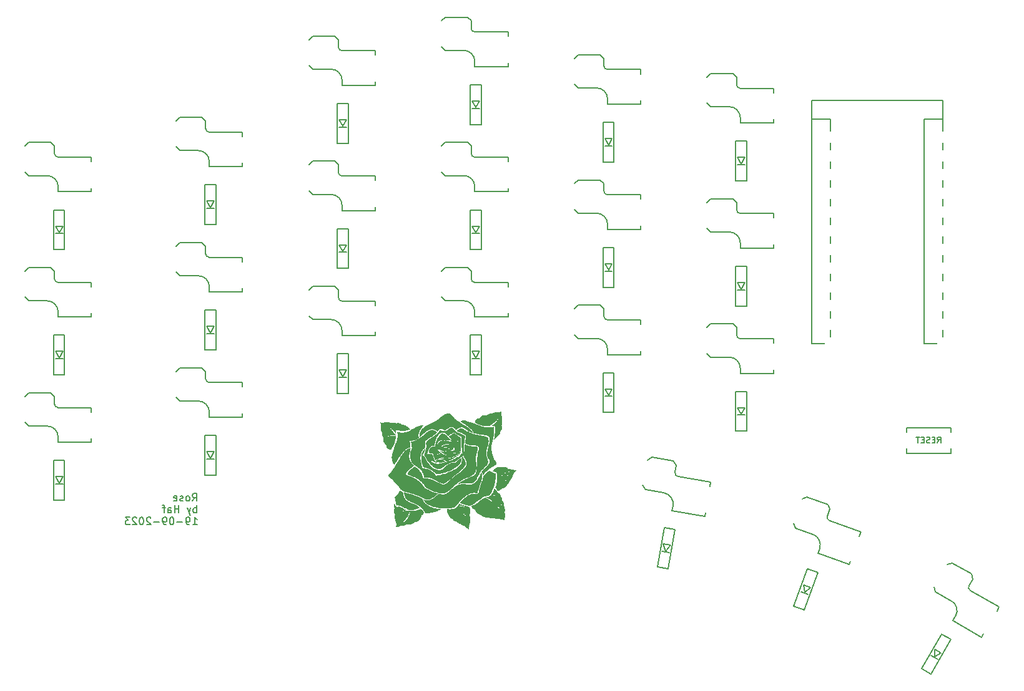
<source format=gbr>
%TF.GenerationSoftware,KiCad,Pcbnew,7.0.6*%
%TF.CreationDate,2023-09-19T12:27:45+07:00*%
%TF.ProjectId,dream,64726561-6d2e-46b6-9963-61645f706362,rev?*%
%TF.SameCoordinates,Original*%
%TF.FileFunction,Legend,Bot*%
%TF.FilePolarity,Positive*%
%FSLAX46Y46*%
G04 Gerber Fmt 4.6, Leading zero omitted, Abs format (unit mm)*
G04 Created by KiCad (PCBNEW 7.0.6) date 2023-09-19 12:27:45*
%MOMM*%
%LPD*%
G01*
G04 APERTURE LIST*
G04 Aperture macros list*
%AMRotRect*
0 Rectangle, with rotation*
0 The origin of the aperture is its center*
0 $1 length*
0 $2 width*
0 $3 Rotation angle, in degrees counterclockwise*
0 Add horizontal line*
21,1,$1,$2,0,0,$3*%
G04 Aperture macros list end*
%ADD10C,0.150000*%
%ADD11C,0.000000*%
%ADD12C,1.524000*%
%ADD13C,0.393700*%
%ADD14C,0.500000*%
%ADD15C,4.000000*%
%ADD16C,1.701800*%
%ADD17C,3.000000*%
%ADD18C,3.429000*%
%ADD19R,2.600000X2.600000*%
%ADD20C,2.032000*%
%ADD21C,1.200000*%
%ADD22O,2.200000X1.600000*%
%ADD23C,2.000000*%
%ADD24RotRect,2.600000X2.600000X340.000000*%
%ADD25RotRect,2.600000X2.600000X330.000000*%
%ADD26RotRect,2.600000X2.600000X350.000000*%
%ADD27R,0.950000X1.300000*%
%ADD28RotRect,1.300000X0.950000X60.000000*%
%ADD29RotRect,1.300000X0.950000X80.000000*%
%ADD30RotRect,1.300000X0.950000X70.000000*%
G04 APERTURE END LIST*
D10*
X20711792Y-6474819D02*
X21045125Y-5998628D01*
X21283220Y-6474819D02*
X21283220Y-5474819D01*
X21283220Y-5474819D02*
X20902268Y-5474819D01*
X20902268Y-5474819D02*
X20807030Y-5522438D01*
X20807030Y-5522438D02*
X20759411Y-5570057D01*
X20759411Y-5570057D02*
X20711792Y-5665295D01*
X20711792Y-5665295D02*
X20711792Y-5808152D01*
X20711792Y-5808152D02*
X20759411Y-5903390D01*
X20759411Y-5903390D02*
X20807030Y-5951009D01*
X20807030Y-5951009D02*
X20902268Y-5998628D01*
X20902268Y-5998628D02*
X21283220Y-5998628D01*
X20140363Y-6474819D02*
X20235601Y-6427200D01*
X20235601Y-6427200D02*
X20283220Y-6379580D01*
X20283220Y-6379580D02*
X20330839Y-6284342D01*
X20330839Y-6284342D02*
X20330839Y-5998628D01*
X20330839Y-5998628D02*
X20283220Y-5903390D01*
X20283220Y-5903390D02*
X20235601Y-5855771D01*
X20235601Y-5855771D02*
X20140363Y-5808152D01*
X20140363Y-5808152D02*
X19997506Y-5808152D01*
X19997506Y-5808152D02*
X19902268Y-5855771D01*
X19902268Y-5855771D02*
X19854649Y-5903390D01*
X19854649Y-5903390D02*
X19807030Y-5998628D01*
X19807030Y-5998628D02*
X19807030Y-6284342D01*
X19807030Y-6284342D02*
X19854649Y-6379580D01*
X19854649Y-6379580D02*
X19902268Y-6427200D01*
X19902268Y-6427200D02*
X19997506Y-6474819D01*
X19997506Y-6474819D02*
X20140363Y-6474819D01*
X19426077Y-6427200D02*
X19330839Y-6474819D01*
X19330839Y-6474819D02*
X19140363Y-6474819D01*
X19140363Y-6474819D02*
X19045125Y-6427200D01*
X19045125Y-6427200D02*
X18997506Y-6331961D01*
X18997506Y-6331961D02*
X18997506Y-6284342D01*
X18997506Y-6284342D02*
X19045125Y-6189104D01*
X19045125Y-6189104D02*
X19140363Y-6141485D01*
X19140363Y-6141485D02*
X19283220Y-6141485D01*
X19283220Y-6141485D02*
X19378458Y-6093866D01*
X19378458Y-6093866D02*
X19426077Y-5998628D01*
X19426077Y-5998628D02*
X19426077Y-5951009D01*
X19426077Y-5951009D02*
X19378458Y-5855771D01*
X19378458Y-5855771D02*
X19283220Y-5808152D01*
X19283220Y-5808152D02*
X19140363Y-5808152D01*
X19140363Y-5808152D02*
X19045125Y-5855771D01*
X18187982Y-6427200D02*
X18283220Y-6474819D01*
X18283220Y-6474819D02*
X18473696Y-6474819D01*
X18473696Y-6474819D02*
X18568934Y-6427200D01*
X18568934Y-6427200D02*
X18616553Y-6331961D01*
X18616553Y-6331961D02*
X18616553Y-5951009D01*
X18616553Y-5951009D02*
X18568934Y-5855771D01*
X18568934Y-5855771D02*
X18473696Y-5808152D01*
X18473696Y-5808152D02*
X18283220Y-5808152D01*
X18283220Y-5808152D02*
X18187982Y-5855771D01*
X18187982Y-5855771D02*
X18140363Y-5951009D01*
X18140363Y-5951009D02*
X18140363Y-6046247D01*
X18140363Y-6046247D02*
X18616553Y-6141485D01*
X21283220Y-8084819D02*
X21283220Y-7084819D01*
X21283220Y-7465771D02*
X21187982Y-7418152D01*
X21187982Y-7418152D02*
X20997506Y-7418152D01*
X20997506Y-7418152D02*
X20902268Y-7465771D01*
X20902268Y-7465771D02*
X20854649Y-7513390D01*
X20854649Y-7513390D02*
X20807030Y-7608628D01*
X20807030Y-7608628D02*
X20807030Y-7894342D01*
X20807030Y-7894342D02*
X20854649Y-7989580D01*
X20854649Y-7989580D02*
X20902268Y-8037200D01*
X20902268Y-8037200D02*
X20997506Y-8084819D01*
X20997506Y-8084819D02*
X21187982Y-8084819D01*
X21187982Y-8084819D02*
X21283220Y-8037200D01*
X20473696Y-7418152D02*
X20235601Y-8084819D01*
X19997506Y-7418152D02*
X20235601Y-8084819D01*
X20235601Y-8084819D02*
X20330839Y-8322914D01*
X20330839Y-8322914D02*
X20378458Y-8370533D01*
X20378458Y-8370533D02*
X20473696Y-8418152D01*
X18854648Y-8084819D02*
X18854648Y-7084819D01*
X18854648Y-7561009D02*
X18283220Y-7561009D01*
X18283220Y-8084819D02*
X18283220Y-7084819D01*
X17378458Y-8084819D02*
X17378458Y-7561009D01*
X17378458Y-7561009D02*
X17426077Y-7465771D01*
X17426077Y-7465771D02*
X17521315Y-7418152D01*
X17521315Y-7418152D02*
X17711791Y-7418152D01*
X17711791Y-7418152D02*
X17807029Y-7465771D01*
X17378458Y-8037200D02*
X17473696Y-8084819D01*
X17473696Y-8084819D02*
X17711791Y-8084819D01*
X17711791Y-8084819D02*
X17807029Y-8037200D01*
X17807029Y-8037200D02*
X17854648Y-7941961D01*
X17854648Y-7941961D02*
X17854648Y-7846723D01*
X17854648Y-7846723D02*
X17807029Y-7751485D01*
X17807029Y-7751485D02*
X17711791Y-7703866D01*
X17711791Y-7703866D02*
X17473696Y-7703866D01*
X17473696Y-7703866D02*
X17378458Y-7656247D01*
X17045124Y-7418152D02*
X16664172Y-7418152D01*
X16902267Y-8084819D02*
X16902267Y-7227676D01*
X16902267Y-7227676D02*
X16854648Y-7132438D01*
X16854648Y-7132438D02*
X16759410Y-7084819D01*
X16759410Y-7084819D02*
X16664172Y-7084819D01*
X20759411Y-9694819D02*
X21330839Y-9694819D01*
X21045125Y-9694819D02*
X21045125Y-8694819D01*
X21045125Y-8694819D02*
X21140363Y-8837676D01*
X21140363Y-8837676D02*
X21235601Y-8932914D01*
X21235601Y-8932914D02*
X21330839Y-8980533D01*
X20283220Y-9694819D02*
X20092744Y-9694819D01*
X20092744Y-9694819D02*
X19997506Y-9647200D01*
X19997506Y-9647200D02*
X19949887Y-9599580D01*
X19949887Y-9599580D02*
X19854649Y-9456723D01*
X19854649Y-9456723D02*
X19807030Y-9266247D01*
X19807030Y-9266247D02*
X19807030Y-8885295D01*
X19807030Y-8885295D02*
X19854649Y-8790057D01*
X19854649Y-8790057D02*
X19902268Y-8742438D01*
X19902268Y-8742438D02*
X19997506Y-8694819D01*
X19997506Y-8694819D02*
X20187982Y-8694819D01*
X20187982Y-8694819D02*
X20283220Y-8742438D01*
X20283220Y-8742438D02*
X20330839Y-8790057D01*
X20330839Y-8790057D02*
X20378458Y-8885295D01*
X20378458Y-8885295D02*
X20378458Y-9123390D01*
X20378458Y-9123390D02*
X20330839Y-9218628D01*
X20330839Y-9218628D02*
X20283220Y-9266247D01*
X20283220Y-9266247D02*
X20187982Y-9313866D01*
X20187982Y-9313866D02*
X19997506Y-9313866D01*
X19997506Y-9313866D02*
X19902268Y-9266247D01*
X19902268Y-9266247D02*
X19854649Y-9218628D01*
X19854649Y-9218628D02*
X19807030Y-9123390D01*
X19378458Y-9313866D02*
X18616554Y-9313866D01*
X17949887Y-8694819D02*
X17854649Y-8694819D01*
X17854649Y-8694819D02*
X17759411Y-8742438D01*
X17759411Y-8742438D02*
X17711792Y-8790057D01*
X17711792Y-8790057D02*
X17664173Y-8885295D01*
X17664173Y-8885295D02*
X17616554Y-9075771D01*
X17616554Y-9075771D02*
X17616554Y-9313866D01*
X17616554Y-9313866D02*
X17664173Y-9504342D01*
X17664173Y-9504342D02*
X17711792Y-9599580D01*
X17711792Y-9599580D02*
X17759411Y-9647200D01*
X17759411Y-9647200D02*
X17854649Y-9694819D01*
X17854649Y-9694819D02*
X17949887Y-9694819D01*
X17949887Y-9694819D02*
X18045125Y-9647200D01*
X18045125Y-9647200D02*
X18092744Y-9599580D01*
X18092744Y-9599580D02*
X18140363Y-9504342D01*
X18140363Y-9504342D02*
X18187982Y-9313866D01*
X18187982Y-9313866D02*
X18187982Y-9075771D01*
X18187982Y-9075771D02*
X18140363Y-8885295D01*
X18140363Y-8885295D02*
X18092744Y-8790057D01*
X18092744Y-8790057D02*
X18045125Y-8742438D01*
X18045125Y-8742438D02*
X17949887Y-8694819D01*
X17140363Y-9694819D02*
X16949887Y-9694819D01*
X16949887Y-9694819D02*
X16854649Y-9647200D01*
X16854649Y-9647200D02*
X16807030Y-9599580D01*
X16807030Y-9599580D02*
X16711792Y-9456723D01*
X16711792Y-9456723D02*
X16664173Y-9266247D01*
X16664173Y-9266247D02*
X16664173Y-8885295D01*
X16664173Y-8885295D02*
X16711792Y-8790057D01*
X16711792Y-8790057D02*
X16759411Y-8742438D01*
X16759411Y-8742438D02*
X16854649Y-8694819D01*
X16854649Y-8694819D02*
X17045125Y-8694819D01*
X17045125Y-8694819D02*
X17140363Y-8742438D01*
X17140363Y-8742438D02*
X17187982Y-8790057D01*
X17187982Y-8790057D02*
X17235601Y-8885295D01*
X17235601Y-8885295D02*
X17235601Y-9123390D01*
X17235601Y-9123390D02*
X17187982Y-9218628D01*
X17187982Y-9218628D02*
X17140363Y-9266247D01*
X17140363Y-9266247D02*
X17045125Y-9313866D01*
X17045125Y-9313866D02*
X16854649Y-9313866D01*
X16854649Y-9313866D02*
X16759411Y-9266247D01*
X16759411Y-9266247D02*
X16711792Y-9218628D01*
X16711792Y-9218628D02*
X16664173Y-9123390D01*
X16235601Y-9313866D02*
X15473697Y-9313866D01*
X15045125Y-8790057D02*
X14997506Y-8742438D01*
X14997506Y-8742438D02*
X14902268Y-8694819D01*
X14902268Y-8694819D02*
X14664173Y-8694819D01*
X14664173Y-8694819D02*
X14568935Y-8742438D01*
X14568935Y-8742438D02*
X14521316Y-8790057D01*
X14521316Y-8790057D02*
X14473697Y-8885295D01*
X14473697Y-8885295D02*
X14473697Y-8980533D01*
X14473697Y-8980533D02*
X14521316Y-9123390D01*
X14521316Y-9123390D02*
X15092744Y-9694819D01*
X15092744Y-9694819D02*
X14473697Y-9694819D01*
X13854649Y-8694819D02*
X13759411Y-8694819D01*
X13759411Y-8694819D02*
X13664173Y-8742438D01*
X13664173Y-8742438D02*
X13616554Y-8790057D01*
X13616554Y-8790057D02*
X13568935Y-8885295D01*
X13568935Y-8885295D02*
X13521316Y-9075771D01*
X13521316Y-9075771D02*
X13521316Y-9313866D01*
X13521316Y-9313866D02*
X13568935Y-9504342D01*
X13568935Y-9504342D02*
X13616554Y-9599580D01*
X13616554Y-9599580D02*
X13664173Y-9647200D01*
X13664173Y-9647200D02*
X13759411Y-9694819D01*
X13759411Y-9694819D02*
X13854649Y-9694819D01*
X13854649Y-9694819D02*
X13949887Y-9647200D01*
X13949887Y-9647200D02*
X13997506Y-9599580D01*
X13997506Y-9599580D02*
X14045125Y-9504342D01*
X14045125Y-9504342D02*
X14092744Y-9313866D01*
X14092744Y-9313866D02*
X14092744Y-9075771D01*
X14092744Y-9075771D02*
X14045125Y-8885295D01*
X14045125Y-8885295D02*
X13997506Y-8790057D01*
X13997506Y-8790057D02*
X13949887Y-8742438D01*
X13949887Y-8742438D02*
X13854649Y-8694819D01*
X13140363Y-8790057D02*
X13092744Y-8742438D01*
X13092744Y-8742438D02*
X12997506Y-8694819D01*
X12997506Y-8694819D02*
X12759411Y-8694819D01*
X12759411Y-8694819D02*
X12664173Y-8742438D01*
X12664173Y-8742438D02*
X12616554Y-8790057D01*
X12616554Y-8790057D02*
X12568935Y-8885295D01*
X12568935Y-8885295D02*
X12568935Y-8980533D01*
X12568935Y-8980533D02*
X12616554Y-9123390D01*
X12616554Y-9123390D02*
X13187982Y-9694819D01*
X13187982Y-9694819D02*
X12568935Y-9694819D01*
X12235601Y-8694819D02*
X11616554Y-8694819D01*
X11616554Y-8694819D02*
X11949887Y-9075771D01*
X11949887Y-9075771D02*
X11807030Y-9075771D01*
X11807030Y-9075771D02*
X11711792Y-9123390D01*
X11711792Y-9123390D02*
X11664173Y-9171009D01*
X11664173Y-9171009D02*
X11616554Y-9266247D01*
X11616554Y-9266247D02*
X11616554Y-9504342D01*
X11616554Y-9504342D02*
X11664173Y-9599580D01*
X11664173Y-9599580D02*
X11711792Y-9647200D01*
X11711792Y-9647200D02*
X11807030Y-9694819D01*
X11807030Y-9694819D02*
X12092744Y-9694819D01*
X12092744Y-9694819D02*
X12187982Y-9647200D01*
X12187982Y-9647200D02*
X12235601Y-9599580D01*
D11*
G36*
X54433773Y-835339D02*
G01*
X54525555Y-850978D01*
X54611136Y-873615D01*
X54689849Y-902516D01*
X54761032Y-936951D01*
X54824019Y-976186D01*
X54878144Y-1019490D01*
X54922743Y-1066130D01*
X54941263Y-1090473D01*
X54957151Y-1115374D01*
X54970326Y-1140744D01*
X54980704Y-1166490D01*
X54869340Y-1192139D01*
X54760274Y-1213403D01*
X54653873Y-1230192D01*
X54550503Y-1242416D01*
X54450533Y-1249987D01*
X54354330Y-1252814D01*
X54262261Y-1250808D01*
X54174695Y-1243879D01*
X54091997Y-1231938D01*
X54014536Y-1214895D01*
X53942680Y-1192661D01*
X53876795Y-1165147D01*
X53817249Y-1132262D01*
X53764409Y-1093917D01*
X53740619Y-1072669D01*
X53718644Y-1050023D01*
X53698528Y-1025967D01*
X53680319Y-1000490D01*
X53673514Y-983308D01*
X53731953Y-954823D01*
X53790088Y-929461D01*
X53847837Y-907129D01*
X53905115Y-887737D01*
X53961841Y-871193D01*
X54017930Y-857404D01*
X54127869Y-837731D01*
X54234265Y-827983D01*
X54336455Y-827430D01*
X54433773Y-835339D01*
G37*
G36*
X61405982Y-2468042D02*
G01*
X61405982Y-2468004D01*
X61405989Y-2468004D01*
X61405982Y-2468042D01*
G37*
G36*
X62680064Y-6073676D02*
G01*
X62685906Y-6091757D01*
X62691436Y-6111343D01*
X62696631Y-6132536D01*
X62701471Y-6155442D01*
X62705934Y-6180163D01*
X62709998Y-6206804D01*
X62713642Y-6235468D01*
X62716845Y-6266258D01*
X62719584Y-6299279D01*
X62721839Y-6334634D01*
X62776965Y-6433191D01*
X62823499Y-6521838D01*
X62862169Y-6601416D01*
X62893705Y-6672767D01*
X62918837Y-6736733D01*
X62938295Y-6794155D01*
X62952809Y-6845875D01*
X62963108Y-6892734D01*
X62969921Y-6935574D01*
X62973980Y-6975236D01*
X62976750Y-7048394D01*
X62977257Y-7118939D01*
X62978485Y-7155336D01*
X62981337Y-7193605D01*
X63000790Y-7256654D01*
X63003901Y-7266740D01*
X63027005Y-7339078D01*
X63038151Y-7375844D01*
X63048703Y-7413487D01*
X63058417Y-7452364D01*
X63067051Y-7492834D01*
X63074362Y-7535257D01*
X63080107Y-7579989D01*
X63084042Y-7627390D01*
X63085924Y-7677818D01*
X63085511Y-7731631D01*
X63082559Y-7789189D01*
X63076826Y-7850849D01*
X63068068Y-7916971D01*
X63083003Y-8313470D01*
X63088559Y-8460949D01*
X63087973Y-8486749D01*
X63086987Y-8530178D01*
X63082811Y-8600180D01*
X63075525Y-8671108D01*
X63064624Y-8743111D01*
X63049602Y-8816340D01*
X63029953Y-8890945D01*
X63005172Y-8967077D01*
X62974753Y-9044885D01*
X62928384Y-9037667D01*
X62881378Y-9032139D01*
X62786217Y-9024141D01*
X62690785Y-9016862D01*
X62643441Y-9012232D01*
X62596598Y-9006272D01*
X62550445Y-8998477D01*
X62505172Y-8988343D01*
X62460968Y-8975368D01*
X62418023Y-8959047D01*
X62397081Y-8949475D01*
X62376526Y-8938877D01*
X62356379Y-8927191D01*
X62336666Y-8914354D01*
X62317410Y-8900303D01*
X62298634Y-8884975D01*
X62280362Y-8868307D01*
X62262618Y-8850236D01*
X62243751Y-8860868D01*
X62224780Y-8870527D01*
X62205709Y-8879228D01*
X62186537Y-8886985D01*
X62167266Y-8893814D01*
X62147899Y-8899730D01*
X62128436Y-8904747D01*
X62108880Y-8908881D01*
X62089231Y-8912146D01*
X62069492Y-8914558D01*
X62029748Y-8916880D01*
X61989660Y-8915968D01*
X61949242Y-8911941D01*
X61908506Y-8904919D01*
X61867464Y-8895021D01*
X61826130Y-8882367D01*
X61784515Y-8867076D01*
X61742633Y-8849269D01*
X61700496Y-8829066D01*
X61658116Y-8806584D01*
X61615508Y-8781946D01*
X61563640Y-8798191D01*
X61511630Y-8810561D01*
X61459489Y-8819300D01*
X61407225Y-8824653D01*
X61354846Y-8826864D01*
X61302362Y-8826178D01*
X61249782Y-8822840D01*
X61197115Y-8817093D01*
X61144369Y-8809183D01*
X61091553Y-8799355D01*
X61038677Y-8787852D01*
X60985750Y-8774919D01*
X60879776Y-8745744D01*
X60773703Y-8713785D01*
X60735568Y-8718243D01*
X60698658Y-8721327D01*
X60662927Y-8723091D01*
X60628330Y-8723585D01*
X60562347Y-8720974D01*
X60500338Y-8713911D01*
X60441931Y-8702813D01*
X60386754Y-8688096D01*
X60334436Y-8670176D01*
X60284605Y-8649472D01*
X60236888Y-8626398D01*
X60190915Y-8601372D01*
X60146312Y-8574810D01*
X60102710Y-8547128D01*
X59930861Y-8433542D01*
X59870173Y-8401645D01*
X59808518Y-8373171D01*
X59683641Y-8321771D01*
X59558894Y-8269905D01*
X59497402Y-8240847D01*
X59436941Y-8208132D01*
X59377844Y-8170581D01*
X59348911Y-8149623D01*
X59320444Y-8127013D01*
X59292485Y-8102605D01*
X59265075Y-8076250D01*
X59238256Y-8047800D01*
X59212069Y-8017109D01*
X59186556Y-7984030D01*
X59161758Y-7948413D01*
X59137718Y-7910113D01*
X59114477Y-7868981D01*
X59092076Y-7824870D01*
X59084024Y-7807193D01*
X60693594Y-7807193D01*
X60694155Y-7872269D01*
X60696712Y-7939579D01*
X60701318Y-8009185D01*
X60708031Y-8081151D01*
X60716904Y-8155538D01*
X60727995Y-8232408D01*
X60741358Y-8311823D01*
X60757048Y-8393846D01*
X60734271Y-8194371D01*
X60726256Y-8094368D01*
X60721336Y-7994122D01*
X60720144Y-7893583D01*
X60723314Y-7792702D01*
X60726668Y-7751107D01*
X61933165Y-7751107D01*
X61936045Y-7874285D01*
X61939513Y-7935806D01*
X61944485Y-7997276D01*
X61951075Y-8058691D01*
X61959398Y-8120048D01*
X61969566Y-8181343D01*
X61981695Y-8242572D01*
X61995898Y-8303731D01*
X62012289Y-8364816D01*
X62030982Y-8425823D01*
X62052092Y-8486749D01*
X62026543Y-8364339D01*
X62005037Y-8241791D01*
X61987209Y-8119117D01*
X61972692Y-7996332D01*
X61961122Y-7873446D01*
X61952133Y-7750472D01*
X61945359Y-7627423D01*
X61940436Y-7504312D01*
X61934933Y-7627772D01*
X61933165Y-7751107D01*
X60726668Y-7751107D01*
X60731479Y-7691430D01*
X60745273Y-7589717D01*
X60765330Y-7487514D01*
X60792282Y-7384772D01*
X60826765Y-7281440D01*
X60869410Y-7177471D01*
X60920853Y-7072813D01*
X60981726Y-6967419D01*
X61052664Y-6861237D01*
X61134299Y-6754220D01*
X61073626Y-6815135D01*
X61015827Y-6879271D01*
X60961346Y-6947126D01*
X60910628Y-7019197D01*
X60886819Y-7056968D01*
X60864116Y-7095981D01*
X60842576Y-7136295D01*
X60822255Y-7177975D01*
X60803206Y-7221081D01*
X60785487Y-7265676D01*
X60769152Y-7311823D01*
X60754257Y-7359582D01*
X60740857Y-7409017D01*
X60729009Y-7460190D01*
X60718766Y-7513162D01*
X60710186Y-7567996D01*
X60703323Y-7624754D01*
X60698233Y-7683498D01*
X60694972Y-7744291D01*
X60693594Y-7807193D01*
X59084024Y-7807193D01*
X59070558Y-7777633D01*
X59049963Y-7727121D01*
X59030333Y-7673189D01*
X58999425Y-7661243D01*
X58970117Y-7648987D01*
X58942341Y-7636433D01*
X58916029Y-7623595D01*
X58891112Y-7610486D01*
X58867522Y-7597120D01*
X58845191Y-7583510D01*
X58824050Y-7569668D01*
X58804031Y-7555609D01*
X58785066Y-7541345D01*
X58750023Y-7512256D01*
X58718377Y-7482509D01*
X58689579Y-7452208D01*
X58663083Y-7421460D01*
X58638344Y-7390372D01*
X58591948Y-7327597D01*
X58546018Y-7264731D01*
X58521862Y-7233529D01*
X58496184Y-7202623D01*
X58579803Y-7168333D01*
X59697491Y-7168333D01*
X59697724Y-7217038D01*
X59702307Y-7320337D01*
X59704050Y-7249576D01*
X59708931Y-7179750D01*
X59717353Y-7110979D01*
X59729720Y-7043382D01*
X59746434Y-6977080D01*
X59767898Y-6912193D01*
X59794514Y-6848841D01*
X59809881Y-6817778D01*
X59826686Y-6787143D01*
X59844982Y-6756952D01*
X59864817Y-6727220D01*
X59886243Y-6697962D01*
X59909309Y-6669192D01*
X59934067Y-6640926D01*
X59960566Y-6613178D01*
X59988856Y-6585965D01*
X60018989Y-6559300D01*
X60051015Y-6533198D01*
X60084983Y-6507676D01*
X60120944Y-6482747D01*
X60158949Y-6458426D01*
X60199048Y-6434730D01*
X60241291Y-6411672D01*
X60285729Y-6389268D01*
X60332411Y-6367532D01*
X60246380Y-6397960D01*
X60166927Y-6430320D01*
X60093975Y-6465031D01*
X60059913Y-6483399D01*
X60027448Y-6502511D01*
X59996569Y-6522420D01*
X59967268Y-6543177D01*
X59939535Y-6564836D01*
X59913360Y-6587448D01*
X59888733Y-6611066D01*
X59865645Y-6635742D01*
X59844087Y-6661527D01*
X59824049Y-6688475D01*
X59805520Y-6716637D01*
X59788493Y-6746067D01*
X59772956Y-6776815D01*
X59758902Y-6808934D01*
X59746318Y-6842477D01*
X59735198Y-6877496D01*
X59725530Y-6914042D01*
X59717305Y-6952169D01*
X59710513Y-6991928D01*
X59705146Y-7033372D01*
X59701193Y-7076552D01*
X59698644Y-7121522D01*
X59697491Y-7168333D01*
X58579803Y-7168333D01*
X58627972Y-7148580D01*
X58760264Y-7084119D01*
X58892742Y-7010820D01*
X59025084Y-6930263D01*
X59156971Y-6844028D01*
X59288081Y-6753696D01*
X59546694Y-6567057D01*
X59798361Y-6382988D01*
X60040518Y-6214129D01*
X60157231Y-6139354D01*
X60270605Y-6073121D01*
X60380322Y-6017011D01*
X60418753Y-6000871D01*
X60423445Y-6000871D01*
X60721575Y-6185738D01*
X60995106Y-6366396D01*
X60996719Y-6367532D01*
X61244930Y-6542511D01*
X61471936Y-6713750D01*
X61521925Y-6754220D01*
X61677017Y-6879781D01*
X61861061Y-7040271D01*
X62024961Y-7194886D01*
X62169606Y-7343293D01*
X62295887Y-7485159D01*
X62404696Y-7620152D01*
X62496922Y-7747937D01*
X62573457Y-7868183D01*
X62635190Y-7980556D01*
X62683014Y-8084723D01*
X62717818Y-8180351D01*
X62740492Y-8267106D01*
X62744658Y-8290506D01*
X62748526Y-8313470D01*
X62746860Y-8302182D01*
X62744958Y-8290686D01*
X62742832Y-8278991D01*
X62740492Y-8267106D01*
X62722858Y-8182535D01*
X62698852Y-8092223D01*
X62666545Y-7995759D01*
X62624007Y-7892730D01*
X62569308Y-7782725D01*
X62536795Y-7724978D01*
X62500518Y-7665333D01*
X62460236Y-7603737D01*
X62415708Y-7540141D01*
X62366692Y-7474491D01*
X62312947Y-7406738D01*
X62254232Y-7336828D01*
X62190305Y-7264712D01*
X62120927Y-7190336D01*
X62045854Y-7113651D01*
X61964846Y-7034604D01*
X61877662Y-6953144D01*
X61784061Y-6869219D01*
X61683801Y-6782778D01*
X61576641Y-6693770D01*
X61544028Y-6667627D01*
X61952956Y-6667627D01*
X62082743Y-6715806D01*
X62146302Y-6741477D01*
X62208773Y-6768437D01*
X62270008Y-6796863D01*
X62329858Y-6826931D01*
X62388174Y-6858816D01*
X62444809Y-6892695D01*
X62499612Y-6928744D01*
X62552437Y-6967140D01*
X62603134Y-7008058D01*
X62651554Y-7051675D01*
X62697550Y-7098167D01*
X62740972Y-7147710D01*
X62781673Y-7200480D01*
X62819502Y-7256654D01*
X62805212Y-7223862D01*
X62789939Y-7192176D01*
X62773700Y-7161577D01*
X62756509Y-7132048D01*
X62738382Y-7103571D01*
X62719337Y-7076128D01*
X62699387Y-7049702D01*
X62678549Y-7024275D01*
X62656839Y-6999829D01*
X62634272Y-6976346D01*
X62610864Y-6953809D01*
X62586632Y-6932201D01*
X62561590Y-6911502D01*
X62535754Y-6891697D01*
X62509140Y-6872766D01*
X62481764Y-6854692D01*
X62453642Y-6837458D01*
X62424790Y-6821045D01*
X62364955Y-6790614D01*
X62302387Y-6763257D01*
X62237212Y-6738833D01*
X62169555Y-6717200D01*
X62099543Y-6698216D01*
X62027301Y-6681738D01*
X61952956Y-6667627D01*
X61544028Y-6667627D01*
X61462339Y-6602143D01*
X61340656Y-6507846D01*
X61211349Y-6410826D01*
X61074176Y-6311034D01*
X60928898Y-6208416D01*
X60775273Y-6102922D01*
X60613059Y-5994501D01*
X60423445Y-6000871D01*
X60418753Y-6000871D01*
X60486060Y-5972604D01*
X60544498Y-5974383D01*
X60601042Y-5972682D01*
X60655742Y-5967590D01*
X60708644Y-5959197D01*
X60759799Y-5947591D01*
X60809254Y-5932862D01*
X60809580Y-5932741D01*
X61099967Y-5932741D01*
X61148043Y-5905471D01*
X61195529Y-5880851D01*
X61242438Y-5858819D01*
X61288783Y-5839310D01*
X61334580Y-5822262D01*
X61379842Y-5807612D01*
X61424583Y-5795296D01*
X61468818Y-5785251D01*
X61512561Y-5777414D01*
X61555825Y-5771723D01*
X61598624Y-5768113D01*
X61640974Y-5766521D01*
X61682888Y-5766886D01*
X61724379Y-5769142D01*
X61806153Y-5779079D01*
X61886408Y-5795827D01*
X61965257Y-5818881D01*
X62042813Y-5847736D01*
X62119189Y-5881886D01*
X62194497Y-5920826D01*
X62268851Y-5964051D01*
X62342362Y-6011055D01*
X62415145Y-6061334D01*
X62331758Y-5991711D01*
X62248513Y-5929419D01*
X62165414Y-5874646D01*
X62082463Y-5827581D01*
X62041045Y-5806998D01*
X61999665Y-5788413D01*
X61958324Y-5771849D01*
X61917022Y-5757330D01*
X61875761Y-5744880D01*
X61834539Y-5734521D01*
X61793359Y-5726279D01*
X61752220Y-5720176D01*
X61711122Y-5716236D01*
X61670067Y-5714483D01*
X61629054Y-5714940D01*
X61588084Y-5717630D01*
X61547158Y-5722578D01*
X61506276Y-5729807D01*
X61465438Y-5739340D01*
X61424644Y-5751202D01*
X61383897Y-5765415D01*
X61343194Y-5782004D01*
X61302538Y-5800992D01*
X61261929Y-5822402D01*
X61221367Y-5846259D01*
X61180852Y-5872585D01*
X61140385Y-5901404D01*
X61099967Y-5932741D01*
X60809580Y-5932741D01*
X60857057Y-5915096D01*
X60903257Y-5894385D01*
X60947902Y-5870815D01*
X60991041Y-5844477D01*
X61032721Y-5815459D01*
X61072992Y-5783850D01*
X61111901Y-5749738D01*
X61149497Y-5713213D01*
X61185828Y-5674363D01*
X61220943Y-5633276D01*
X61254890Y-5590043D01*
X61287717Y-5544751D01*
X61319472Y-5497490D01*
X61350205Y-5448348D01*
X61408794Y-5344777D01*
X61463872Y-5234749D01*
X61515824Y-5118974D01*
X61565038Y-4998162D01*
X61611900Y-4873025D01*
X61656798Y-4744272D01*
X61656813Y-4744272D01*
X61725883Y-4818279D01*
X61793423Y-4892338D01*
X61858033Y-4966496D01*
X61888801Y-5003626D01*
X61918311Y-5040799D01*
X61946388Y-5078019D01*
X61972857Y-5115294D01*
X61997542Y-5152629D01*
X62020270Y-5190030D01*
X62040864Y-5227503D01*
X62059149Y-5265053D01*
X62074952Y-5302687D01*
X62088095Y-5340410D01*
X62120301Y-5351556D01*
X62150682Y-5363155D01*
X62179300Y-5375192D01*
X62206215Y-5387651D01*
X62231489Y-5400518D01*
X62255181Y-5413778D01*
X62277354Y-5427414D01*
X62298068Y-5441413D01*
X62317385Y-5455758D01*
X62335364Y-5470435D01*
X62352067Y-5485429D01*
X62367556Y-5500725D01*
X62381891Y-5516307D01*
X62395132Y-5532160D01*
X62407342Y-5548269D01*
X62418581Y-5564619D01*
X62428909Y-5581196D01*
X62438388Y-5597982D01*
X62455044Y-5632128D01*
X62469034Y-5666935D01*
X62480847Y-5702282D01*
X62490970Y-5738048D01*
X62499892Y-5774112D01*
X62516081Y-5846651D01*
X62523348Y-5857868D01*
X62530777Y-5868309D01*
X62538345Y-5878077D01*
X62546031Y-5887275D01*
X62561673Y-5904377D01*
X62577529Y-5920446D01*
X62593428Y-5936311D01*
X62609197Y-5952802D01*
X62616979Y-5961541D01*
X62624664Y-5970748D01*
X62632230Y-5980526D01*
X62639657Y-5990979D01*
X62646921Y-6002210D01*
X62654002Y-6014324D01*
X62660879Y-6027424D01*
X62667529Y-6041613D01*
X62673931Y-6056996D01*
X62675526Y-6061334D01*
X62680064Y-6073676D01*
G37*
G36*
X57625950Y4453620D02*
G01*
X57746901Y4437159D01*
X57872261Y4411811D01*
X58135239Y4338261D01*
X58412948Y4240595D01*
X59004812Y4003411D01*
X59315094Y3879142D01*
X59632361Y3761255D01*
X59954676Y3657374D01*
X60117122Y3613069D01*
X60280103Y3575124D01*
X60443379Y3544493D01*
X60606706Y3522129D01*
X60769843Y3508985D01*
X60932548Y3506013D01*
X61094578Y3514168D01*
X61255692Y3534402D01*
X61415647Y3567669D01*
X61574202Y3614920D01*
X61585905Y3495751D01*
X61595016Y3375550D01*
X61601355Y3254082D01*
X61604742Y3131113D01*
X61604995Y3006410D01*
X61601936Y2879738D01*
X61595383Y2750864D01*
X61585157Y2619552D01*
X61571077Y2485570D01*
X61552962Y2348682D01*
X61530634Y2208655D01*
X61503910Y2065255D01*
X61472611Y1918247D01*
X61436558Y1767398D01*
X61395568Y1612473D01*
X61349463Y1453238D01*
X61318116Y1336561D01*
X61293968Y1219208D01*
X61276579Y1101320D01*
X61265510Y983034D01*
X61260319Y864489D01*
X61260568Y745825D01*
X61265816Y627180D01*
X61275624Y508693D01*
X61289551Y390503D01*
X61307157Y272749D01*
X61328002Y155570D01*
X61351647Y39103D01*
X61405576Y-191133D01*
X61465422Y-416849D01*
X61475422Y-449880D01*
X61487186Y-483284D01*
X61515429Y-551023D01*
X61549000Y-619687D01*
X61586743Y-688899D01*
X61627506Y-758279D01*
X61670135Y-827450D01*
X61756377Y-963652D01*
X61836240Y-1094478D01*
X61870895Y-1156930D01*
X61900496Y-1216903D01*
X61923887Y-1274020D01*
X61932894Y-1301389D01*
X61939916Y-1327902D01*
X61944809Y-1353511D01*
X61947429Y-1378170D01*
X61947632Y-1401831D01*
X61945273Y-1424447D01*
X61940865Y-1438899D01*
X61932421Y-1454390D01*
X61920150Y-1470877D01*
X61904263Y-1488320D01*
X61862480Y-1525903D01*
X61808752Y-1566807D01*
X61744761Y-1610698D01*
X61672187Y-1657241D01*
X61508011Y-1756956D01*
X61329672Y-1863281D01*
X61150614Y-1973551D01*
X61065017Y-2029332D01*
X60984282Y-2085098D01*
X60910091Y-2140516D01*
X60844122Y-2195253D01*
X60736935Y-2292699D01*
X60632726Y-2392562D01*
X60531501Y-2494844D01*
X60433264Y-2599550D01*
X60338020Y-2706681D01*
X60245773Y-2816242D01*
X60156528Y-2928236D01*
X60070288Y-3042665D01*
X60056787Y-2906943D01*
X60048210Y-2838703D01*
X60042831Y-2804359D01*
X60036482Y-2769818D01*
X60028983Y-2735041D01*
X60020152Y-2699992D01*
X60009808Y-2664635D01*
X59997770Y-2628932D01*
X59983856Y-2592847D01*
X59967884Y-2556342D01*
X59949675Y-2519381D01*
X59929045Y-2481927D01*
X60099975Y-2301331D01*
X60282211Y-2113915D01*
X60465125Y-1922987D01*
X60553514Y-1827239D01*
X60638087Y-1731854D01*
X60717514Y-1637244D01*
X60790468Y-1543823D01*
X60855619Y-1452005D01*
X60911639Y-1362203D01*
X60957200Y-1274829D01*
X60975642Y-1232183D01*
X60990972Y-1190299D01*
X61003022Y-1149229D01*
X61011627Y-1109024D01*
X61016620Y-1069737D01*
X61017836Y-1031419D01*
X61017199Y-1020010D01*
X61015755Y-1008387D01*
X61013547Y-996570D01*
X61010620Y-984579D01*
X61002787Y-960158D01*
X60992612Y-935288D01*
X60980451Y-910134D01*
X60966659Y-884859D01*
X60951592Y-859628D01*
X60935606Y-834604D01*
X60902297Y-785833D01*
X60869580Y-739859D01*
X60840298Y-697993D01*
X60827835Y-679010D01*
X60817298Y-661546D01*
X60781460Y-594845D01*
X60750927Y-530441D01*
X60725380Y-467948D01*
X60704501Y-406981D01*
X60687975Y-347154D01*
X60675482Y-288082D01*
X60666707Y-229380D01*
X60661330Y-170661D01*
X60659035Y-111542D01*
X60659504Y-51635D01*
X60662420Y9444D01*
X60667465Y72081D01*
X60682673Y203570D01*
X60702590Y345915D01*
X60713725Y416676D01*
X60726459Y486318D01*
X60756060Y623043D01*
X60790058Y757679D01*
X60827118Y891814D01*
X60905092Y1164933D01*
X60943337Y1307094D01*
X60979308Y1455107D01*
X60986926Y1490867D01*
X60993586Y1526706D01*
X60999312Y1562606D01*
X61004132Y1598551D01*
X61008070Y1634525D01*
X61011154Y1670511D01*
X61013409Y1706493D01*
X61014862Y1742455D01*
X61015462Y1814251D01*
X61013165Y1885767D01*
X61008177Y1956872D01*
X61000708Y2027434D01*
X60995729Y2058959D01*
X60988780Y2088917D01*
X60979895Y2117361D01*
X60969109Y2144340D01*
X60956456Y2169908D01*
X60941971Y2194114D01*
X60925687Y2217010D01*
X60907640Y2238647D01*
X60887863Y2259077D01*
X60866391Y2278352D01*
X60843259Y2296521D01*
X60818500Y2313637D01*
X60792150Y2329752D01*
X60764242Y2344915D01*
X60734812Y2359179D01*
X60703892Y2372595D01*
X60671519Y2385215D01*
X60637725Y2397088D01*
X60602546Y2408268D01*
X60566016Y2418805D01*
X60489041Y2438155D01*
X60407073Y2455549D01*
X60320389Y2471398D01*
X60229264Y2486112D01*
X60133972Y2500102D01*
X60034789Y2513777D01*
X59729539Y2557288D01*
X59406127Y2607390D01*
X59088413Y2660256D01*
X58800261Y2712058D01*
X58805380Y2746880D01*
X58805800Y2782972D01*
X58801596Y2820303D01*
X58792843Y2858845D01*
X58779617Y2898570D01*
X58761992Y2939447D01*
X58740044Y2981449D01*
X58713849Y3024547D01*
X58683480Y3068711D01*
X58649015Y3113912D01*
X58610527Y3160122D01*
X58568092Y3207312D01*
X58521786Y3255453D01*
X58471683Y3304516D01*
X58360388Y3405292D01*
X58234811Y3509409D01*
X58095551Y3616636D01*
X57943212Y3726741D01*
X57778395Y3839494D01*
X57601702Y3954663D01*
X57413735Y4072017D01*
X57215095Y4191324D01*
X57006384Y4312354D01*
X57095799Y4369238D01*
X57191075Y4411515D01*
X57291971Y4440139D01*
X57398243Y4456063D01*
X57509650Y4460238D01*
X57625950Y4453620D01*
G37*
G36*
X57742891Y1223391D02*
G01*
X57815090Y1179293D01*
X57887198Y1140221D01*
X57959144Y1105816D01*
X58030861Y1075724D01*
X58102277Y1049585D01*
X58173326Y1027043D01*
X58243936Y1007741D01*
X58314040Y991321D01*
X58383568Y977427D01*
X58452450Y965702D01*
X58520618Y955787D01*
X58654536Y939964D01*
X58784766Y927100D01*
X58828763Y924022D01*
X58874936Y922654D01*
X58971270Y922962D01*
X59068679Y923848D01*
X59116195Y923203D01*
X59162073Y921136D01*
X59205674Y917127D01*
X59246364Y910653D01*
X59283506Y901192D01*
X59300548Y895178D01*
X59316464Y888222D01*
X59331176Y880258D01*
X59344603Y871221D01*
X59356665Y861046D01*
X59367285Y849668D01*
X59376381Y837021D01*
X59383875Y823040D01*
X59389686Y807660D01*
X59393736Y790816D01*
X59399326Y755175D01*
X59403332Y720041D01*
X59405838Y685408D01*
X59406930Y651269D01*
X59405212Y584445D01*
X59398857Y519514D01*
X59388547Y456420D01*
X59374960Y395110D01*
X59358778Y335528D01*
X59340680Y277618D01*
X59301458Y166598D01*
X59262735Y61610D01*
X59245262Y11241D01*
X59229954Y-37785D01*
X59217492Y-85523D01*
X59208556Y-132028D01*
X59187113Y-286230D01*
X59171414Y-426274D01*
X59160885Y-553809D01*
X59154954Y-670484D01*
X59153045Y-777950D01*
X59154586Y-877856D01*
X59159004Y-971850D01*
X59165724Y-1061583D01*
X59204161Y-1410889D01*
X59222284Y-1602859D01*
X59229063Y-1708947D01*
X59233557Y-1823968D01*
X59224364Y-1933036D01*
X59211796Y-2041684D01*
X59194209Y-2149705D01*
X59169957Y-2256893D01*
X59137394Y-2363041D01*
X59117481Y-2415661D01*
X59094874Y-2467943D01*
X59069366Y-2519863D01*
X59040752Y-2571393D01*
X59008825Y-2622509D01*
X58973382Y-2673185D01*
X58934214Y-2723394D01*
X58891118Y-2773111D01*
X58843887Y-2822310D01*
X58792315Y-2870966D01*
X58736197Y-2919052D01*
X58675327Y-2966543D01*
X58609500Y-3013413D01*
X58538509Y-3059636D01*
X58462149Y-3105187D01*
X58380214Y-3150039D01*
X58292499Y-3194167D01*
X58198798Y-3237544D01*
X58098904Y-3280146D01*
X57992614Y-3321947D01*
X57879719Y-3362920D01*
X57760016Y-3403039D01*
X57367410Y-3595373D01*
X57274620Y-3643328D01*
X57182687Y-3693076D01*
X57090964Y-3745538D01*
X56998808Y-3801637D01*
X56905574Y-3862295D01*
X56810617Y-3928433D01*
X56713292Y-4000974D01*
X56612955Y-4080840D01*
X56508962Y-4168953D01*
X56400666Y-4266234D01*
X56287425Y-4373606D01*
X56168593Y-4491990D01*
X56124955Y-4534633D01*
X56072559Y-4582876D01*
X56013517Y-4635100D01*
X55949940Y-4689684D01*
X55883941Y-4745008D01*
X55817631Y-4799452D01*
X55753122Y-4851395D01*
X55692526Y-4899217D01*
X55646310Y-4936255D01*
X55599466Y-4975325D01*
X55503713Y-5057338D01*
X55404914Y-5140818D01*
X55354261Y-5181720D01*
X55302713Y-5221324D01*
X55250226Y-5259075D01*
X55196755Y-5294417D01*
X55142256Y-5326796D01*
X55086685Y-5355656D01*
X55058484Y-5368593D01*
X55029997Y-5380443D01*
X55001221Y-5391136D01*
X54972148Y-5400602D01*
X54942775Y-5408772D01*
X54913094Y-5415577D01*
X54883101Y-5420947D01*
X54852789Y-5424814D01*
X54747805Y-5432654D01*
X54641478Y-5435210D01*
X54425971Y-5425654D01*
X54208613Y-5398518D01*
X53991749Y-5356173D01*
X53777724Y-5300991D01*
X53568880Y-5235344D01*
X53367564Y-5161604D01*
X53176119Y-5082142D01*
X52996890Y-4999331D01*
X52832222Y-4915542D01*
X52684458Y-4833147D01*
X52555943Y-4754518D01*
X52449022Y-4682026D01*
X52366039Y-4618044D01*
X52309338Y-4564943D01*
X52281264Y-4525094D01*
X52231780Y-4440095D01*
X52179826Y-4358179D01*
X52125535Y-4279275D01*
X52069036Y-4203313D01*
X52010461Y-4130224D01*
X51949942Y-4059938D01*
X51887609Y-3992383D01*
X51823595Y-3927492D01*
X51691044Y-3805415D01*
X51553341Y-3693148D01*
X51411535Y-3590130D01*
X51266676Y-3495800D01*
X51119814Y-3409599D01*
X50971999Y-3330966D01*
X50824282Y-3259341D01*
X50677712Y-3194164D01*
X50533339Y-3134874D01*
X50392214Y-3080911D01*
X50123908Y-2986726D01*
X50058059Y-2961181D01*
X50004154Y-2932503D01*
X49961578Y-2900933D01*
X49929717Y-2866710D01*
X49907955Y-2830075D01*
X49895679Y-2791269D01*
X49892275Y-2750532D01*
X49897128Y-2708104D01*
X49909623Y-2664227D01*
X49929147Y-2619140D01*
X49955084Y-2573085D01*
X49986821Y-2526300D01*
X50023743Y-2479028D01*
X50065236Y-2431508D01*
X50159476Y-2336687D01*
X50264626Y-2243762D01*
X50375771Y-2154655D01*
X50487996Y-2071291D01*
X50596386Y-1995593D01*
X50782001Y-1874891D01*
X50893294Y-1807939D01*
X51028296Y-1894430D01*
X51091495Y-1938376D01*
X51151926Y-1982797D01*
X51209662Y-2027697D01*
X51264777Y-2073084D01*
X51317345Y-2118962D01*
X51367440Y-2165337D01*
X51415137Y-2212214D01*
X51460509Y-2259600D01*
X51544575Y-2355917D01*
X51620232Y-2454333D01*
X51688071Y-2554892D01*
X51748685Y-2657640D01*
X51802666Y-2762620D01*
X51850606Y-2869877D01*
X51893099Y-2979456D01*
X51930736Y-3091401D01*
X51964110Y-3205758D01*
X51993813Y-3322569D01*
X52020438Y-3441881D01*
X52156798Y-3430433D01*
X52288364Y-3425266D01*
X52415307Y-3425987D01*
X52537799Y-3432200D01*
X52656014Y-3443515D01*
X52770123Y-3459536D01*
X52880299Y-3479871D01*
X52986713Y-3504127D01*
X53188948Y-3562827D01*
X53378206Y-3632489D01*
X53555865Y-3709966D01*
X53723305Y-3792114D01*
X54033039Y-3957831D01*
X54178090Y-4035107D01*
X54318434Y-4104468D01*
X54455451Y-4162765D01*
X54590519Y-4206854D01*
X54657752Y-4222586D01*
X54725015Y-4233586D01*
X54792480Y-4239460D01*
X54860320Y-4239816D01*
X54888086Y-4216334D01*
X54918297Y-4192829D01*
X54950607Y-4169313D01*
X54984673Y-4145799D01*
X55056694Y-4098819D01*
X55131609Y-4051984D01*
X55206663Y-4005387D01*
X55279104Y-3959120D01*
X55313484Y-3936140D01*
X55346179Y-3913277D01*
X55376844Y-3890544D01*
X55405135Y-3867952D01*
X56440092Y-3002311D01*
X56907872Y-2614174D01*
X57345336Y-2257829D01*
X57367724Y-2239273D01*
X57390706Y-2219180D01*
X57414114Y-2197778D01*
X57437781Y-2175292D01*
X57485218Y-2127977D01*
X57531677Y-2079049D01*
X57575816Y-2030318D01*
X57616293Y-1983599D01*
X57651768Y-1940703D01*
X57680899Y-1903444D01*
X57725932Y-1840271D01*
X57764960Y-1778424D01*
X57798266Y-1717890D01*
X57826133Y-1658657D01*
X57848845Y-1600714D01*
X57866683Y-1544047D01*
X57879931Y-1488646D01*
X57888871Y-1434498D01*
X57893786Y-1381590D01*
X57894958Y-1329911D01*
X57892672Y-1279449D01*
X57887209Y-1230191D01*
X57878852Y-1182125D01*
X57867883Y-1135240D01*
X57854587Y-1089524D01*
X57839245Y-1044963D01*
X57803556Y-959262D01*
X57763079Y-878041D01*
X57720075Y-801203D01*
X57676807Y-728651D01*
X57598528Y-596019D01*
X57568041Y-535746D01*
X57546340Y-479371D01*
X57558057Y-254155D01*
X57566341Y-23384D01*
X57581662Y440175D01*
X57593224Y665642D01*
X57610404Y882021D01*
X57621807Y985659D01*
X57635464Y1085651D01*
X57651657Y1181541D01*
X57670668Y1272872D01*
X57742891Y1223391D01*
G37*
G36*
X48308024Y2389214D02*
G01*
X48306708Y2364974D01*
X48308081Y2390773D01*
X48309203Y2413603D01*
X48308024Y2389214D01*
G37*
G36*
X60965612Y3668120D02*
G01*
X60967934Y3668178D01*
X60979872Y3668295D01*
X60965612Y3668120D01*
G37*
G36*
X52024649Y3779387D02*
G01*
X51865514Y3573115D01*
X51789911Y3469690D01*
X51718056Y3365994D01*
X51650779Y3261965D01*
X51588911Y3157543D01*
X51533281Y3052669D01*
X51484718Y2947282D01*
X51444052Y2841323D01*
X51426940Y2788110D01*
X51412114Y2734731D01*
X51399676Y2681179D01*
X51389732Y2627446D01*
X51382384Y2573525D01*
X51377736Y2519409D01*
X51375892Y2465089D01*
X51376956Y2410558D01*
X51381031Y2355809D01*
X51388222Y2300834D01*
X51398631Y2245627D01*
X51412363Y2190178D01*
X51429521Y2134481D01*
X51450209Y2078528D01*
X51372523Y2027778D01*
X51294702Y1980715D01*
X51216747Y1937341D01*
X51138658Y1897654D01*
X51060435Y1861656D01*
X50982078Y1829346D01*
X50903587Y1800723D01*
X50824961Y1775789D01*
X50746202Y1754543D01*
X50667308Y1736985D01*
X50588280Y1723115D01*
X50509119Y1712933D01*
X50429823Y1706440D01*
X50350393Y1703635D01*
X50270828Y1704518D01*
X50191130Y1709090D01*
X50195766Y1658375D01*
X50200524Y1614186D01*
X50210284Y1538918D01*
X50220171Y1470349D01*
X50229944Y1395545D01*
X50234712Y1351761D01*
X50239361Y1301568D01*
X50243862Y1243348D01*
X50248183Y1175485D01*
X50252295Y1096360D01*
X50256168Y1004358D01*
X50259771Y897861D01*
X50263075Y775252D01*
X50173073Y759114D01*
X50085662Y736316D01*
X50000723Y707166D01*
X49918136Y671969D01*
X49837783Y631031D01*
X49759545Y584660D01*
X49683301Y533161D01*
X49608934Y476840D01*
X49536323Y416004D01*
X49465350Y350959D01*
X49395896Y282011D01*
X49327841Y209468D01*
X49195452Y54816D01*
X49067230Y-110546D01*
X48942222Y-284167D01*
X48819474Y-463597D01*
X48576945Y-830084D01*
X48455258Y-1012241D01*
X48332018Y-1190405D01*
X48206270Y-1362128D01*
X48077063Y-1524957D01*
X48077063Y-1524888D01*
X47983639Y-1397769D01*
X47906948Y-1269257D01*
X47845993Y-1139413D01*
X47799780Y-1008294D01*
X47767311Y-875961D01*
X47747591Y-742471D01*
X47739623Y-607883D01*
X47742412Y-472257D01*
X47754962Y-335652D01*
X47776276Y-198125D01*
X47805358Y-59736D01*
X47841213Y79456D01*
X47929254Y360014D01*
X48032432Y643079D01*
X48252322Y1214846D01*
X48353098Y1502607D01*
X48437135Y1790990D01*
X48470386Y1935269D01*
X48496465Y2079527D01*
X48514375Y2223705D01*
X48523121Y2367745D01*
X48521705Y2511588D01*
X48509132Y2655174D01*
X48484407Y2798446D01*
X48446532Y2941344D01*
X48446570Y2941344D01*
X48583989Y2889853D01*
X48718558Y2850437D01*
X48850397Y2822390D01*
X48979625Y2805004D01*
X49106363Y2797575D01*
X49230730Y2799395D01*
X49352846Y2809757D01*
X49472831Y2827957D01*
X49590804Y2853287D01*
X49706887Y2885042D01*
X49821197Y2922514D01*
X49933855Y2964998D01*
X50154696Y3062175D01*
X50370367Y3170923D01*
X50790033Y3400528D01*
X50995946Y3510085D01*
X51200524Y3608610D01*
X51404724Y3690453D01*
X51506983Y3723353D01*
X51609506Y3749964D01*
X51712415Y3769579D01*
X51815828Y3781492D01*
X51919867Y3784997D01*
X52024649Y3779387D01*
G37*
G36*
X62172416Y4799004D02*
G01*
X62145755Y4750537D01*
X62117083Y4703135D01*
X62086496Y4656746D01*
X62054094Y4611320D01*
X62019975Y4566803D01*
X61946978Y4480290D01*
X61868289Y4396791D01*
X61784696Y4315890D01*
X61696984Y4237170D01*
X61605938Y4160216D01*
X61416988Y4009938D01*
X61224133Y3861725D01*
X61033660Y3712248D01*
X61014383Y3863727D01*
X60985575Y4035903D01*
X60947733Y4217915D01*
X60925580Y4309216D01*
X60901354Y4398902D01*
X60875119Y4485618D01*
X60846936Y4568004D01*
X60816868Y4644704D01*
X60784976Y4714359D01*
X60751323Y4775613D01*
X60715971Y4827106D01*
X60697677Y4848769D01*
X60678981Y4867483D01*
X60659893Y4883078D01*
X60640418Y4895384D01*
X60657306Y4879468D01*
X60673791Y4860143D01*
X60689865Y4837607D01*
X60705515Y4812055D01*
X60735508Y4752686D01*
X60763689Y4683604D01*
X60789978Y4606374D01*
X60814295Y4522564D01*
X60836558Y4433740D01*
X60856688Y4341469D01*
X60874603Y4247318D01*
X60890223Y4152852D01*
X60903468Y4059639D01*
X60914256Y3969246D01*
X60922508Y3883238D01*
X60928142Y3803183D01*
X60931078Y3730647D01*
X60931235Y3667197D01*
X60834119Y3666469D01*
X60739112Y3667719D01*
X60646106Y3670953D01*
X60554991Y3676172D01*
X60465659Y3683381D01*
X60378000Y3692582D01*
X60291906Y3703780D01*
X60207266Y3716979D01*
X60203010Y3748940D01*
X60197696Y3779263D01*
X60191372Y3808019D01*
X60184083Y3835280D01*
X60175874Y3861117D01*
X60166793Y3885601D01*
X60156884Y3908802D01*
X60146195Y3930793D01*
X60134770Y3951645D01*
X60122656Y3971428D01*
X60109898Y3990215D01*
X60096543Y4008075D01*
X60082637Y4025081D01*
X60068225Y4041303D01*
X60038068Y4071682D01*
X59774748Y4280501D01*
X59804823Y4249631D01*
X59835797Y4219231D01*
X59898871Y4159019D01*
X59960832Y4098228D01*
X59990414Y4067104D01*
X60018539Y4035221D01*
X60044816Y4002374D01*
X60068852Y3968360D01*
X60079907Y3950851D01*
X60090254Y3932973D01*
X60099845Y3914701D01*
X60108631Y3896008D01*
X60116562Y3876871D01*
X60123589Y3857262D01*
X60129663Y3837157D01*
X60134736Y3816529D01*
X60138757Y3795354D01*
X60141679Y3773605D01*
X60143452Y3751258D01*
X60144026Y3728285D01*
X60066690Y3743938D01*
X59990383Y3761370D01*
X59915016Y3780585D01*
X59840499Y3801588D01*
X59766744Y3824384D01*
X59693661Y3848975D01*
X59621162Y3875367D01*
X59549157Y3903563D01*
X59477557Y3933568D01*
X59406274Y3965387D01*
X59335218Y3999023D01*
X59264300Y4034480D01*
X59193432Y4071763D01*
X59122523Y4110876D01*
X58980231Y4194609D01*
X58980222Y4194606D01*
X58980212Y4194604D01*
X58980202Y4194601D01*
X58980192Y4194598D01*
X58980170Y4194592D01*
X58980147Y4194586D01*
X58997739Y4238620D01*
X59014214Y4283363D01*
X59046761Y4373106D01*
X59064306Y4417171D01*
X59083682Y4460075D01*
X59105626Y4501351D01*
X59117790Y4521232D01*
X59130873Y4540530D01*
X59144966Y4559187D01*
X59160162Y4577145D01*
X59176552Y4594345D01*
X59194229Y4610729D01*
X59213284Y4626238D01*
X59233811Y4640814D01*
X59255900Y4654398D01*
X59279645Y4666932D01*
X59305136Y4678357D01*
X59332467Y4688616D01*
X59361729Y4697649D01*
X59393015Y4705398D01*
X59426417Y4711805D01*
X59462026Y4716812D01*
X59499935Y4720359D01*
X59540236Y4722388D01*
X59583929Y4752666D01*
X59627929Y4787476D01*
X59672166Y4825769D01*
X59716569Y4866498D01*
X59805587Y4951073D01*
X59850060Y4992823D01*
X59894413Y5032817D01*
X59938575Y5070009D01*
X59982476Y5103350D01*
X60004306Y5118249D01*
X60026044Y5131793D01*
X60047681Y5143850D01*
X60069207Y5154289D01*
X60090615Y5162980D01*
X60111896Y5169791D01*
X60133039Y5174592D01*
X60154037Y5177251D01*
X60174881Y5177638D01*
X60195561Y5175622D01*
X60216069Y5171071D01*
X60236395Y5163855D01*
X60275446Y5151007D01*
X60313351Y5141906D01*
X60350185Y5136300D01*
X60386025Y5133933D01*
X60420946Y5134554D01*
X60455024Y5137907D01*
X60488334Y5143741D01*
X60520953Y5151801D01*
X60552955Y5161833D01*
X60584417Y5173584D01*
X60646024Y5201229D01*
X60685333Y5221732D01*
X61558478Y5221732D01*
X61583699Y5172487D01*
X61604972Y5121834D01*
X61622625Y5069890D01*
X61636984Y5016770D01*
X61648378Y4962593D01*
X61657133Y4907474D01*
X61663578Y4851531D01*
X61668038Y4794880D01*
X61670842Y4737637D01*
X61672317Y4679921D01*
X61672590Y4563532D01*
X61671475Y4446646D01*
X61671591Y4330199D01*
X61675070Y4388592D01*
X61680321Y4447433D01*
X61693418Y4565769D01*
X61705431Y4683828D01*
X61709328Y4742323D01*
X61710910Y4800232D01*
X61709497Y4857383D01*
X61704405Y4913604D01*
X61694955Y4968721D01*
X61688383Y4995812D01*
X61680465Y5022563D01*
X61671117Y5048952D01*
X61660254Y5074957D01*
X61647790Y5100558D01*
X61633640Y5125732D01*
X61617719Y5150458D01*
X61599941Y5174714D01*
X61580223Y5198479D01*
X61558478Y5221732D01*
X60685333Y5221732D01*
X60706377Y5232708D01*
X60766083Y5265991D01*
X60825748Y5299050D01*
X60885976Y5329857D01*
X60916491Y5343782D01*
X60947374Y5356384D01*
X60978701Y5367407D01*
X61010547Y5376600D01*
X61042989Y5383709D01*
X61076101Y5388479D01*
X61109961Y5390658D01*
X61144642Y5389992D01*
X61180221Y5386227D01*
X61216775Y5379110D01*
X61254377Y5368387D01*
X61293105Y5353804D01*
X61311487Y5379344D01*
X61333127Y5402477D01*
X61357846Y5423345D01*
X61385464Y5442093D01*
X61415804Y5458863D01*
X61448687Y5473800D01*
X61483933Y5487047D01*
X61521363Y5498747D01*
X61602065Y5518082D01*
X61689361Y5532955D01*
X61781822Y5544512D01*
X61878017Y5553903D01*
X62075890Y5570780D01*
X62174708Y5580563D01*
X62271539Y5592773D01*
X62364955Y5608559D01*
X62453524Y5629069D01*
X62495544Y5641455D01*
X62535817Y5655452D01*
X62574163Y5671205D01*
X62610404Y5688857D01*
X62607756Y5658216D01*
X62603630Y5627761D01*
X62592711Y5567184D01*
X62581178Y5506684D01*
X62576286Y5476325D01*
X62572567Y5445818D01*
X62570461Y5415110D01*
X62570410Y5384145D01*
X62571293Y5368548D01*
X62572856Y5352867D01*
X62575154Y5337093D01*
X62578242Y5321220D01*
X62582175Y5305242D01*
X62587008Y5289151D01*
X62592797Y5272940D01*
X62599596Y5256602D01*
X62607462Y5240131D01*
X62616449Y5223520D01*
X62626612Y5206761D01*
X62638007Y5189848D01*
X62680343Y4965863D01*
X62696575Y4872630D01*
X62702839Y4829875D01*
X62707633Y4789380D01*
X62710781Y4750907D01*
X62712106Y4714220D01*
X62711432Y4679082D01*
X62708583Y4645257D01*
X62703382Y4612509D01*
X62695653Y4580600D01*
X62685219Y4549294D01*
X62671904Y4518355D01*
X62689585Y4314902D01*
X62696238Y4214333D01*
X62698200Y4164771D01*
X62698943Y4115854D01*
X62698231Y4067707D01*
X62695833Y4020452D01*
X62691514Y3974215D01*
X62685041Y3929118D01*
X62676180Y3885284D01*
X62664699Y3842838D01*
X62650364Y3801903D01*
X62632941Y3762602D01*
X62648958Y3703949D01*
X62661979Y3646605D01*
X62671914Y3590612D01*
X62678676Y3536005D01*
X62682176Y3482826D01*
X62682325Y3431112D01*
X62679036Y3380901D01*
X62673300Y3339945D01*
X62672220Y3332233D01*
X62661788Y3285146D01*
X62647653Y3239679D01*
X62629726Y3195871D01*
X62607918Y3153759D01*
X62582142Y3113384D01*
X62552308Y3074782D01*
X62518329Y3037994D01*
X62480116Y3003058D01*
X62479187Y2954425D01*
X62474617Y2907143D01*
X62466584Y2861147D01*
X62458683Y2829886D01*
X62455266Y2816369D01*
X62440842Y2772745D01*
X62423489Y2730208D01*
X62403386Y2688691D01*
X62380709Y2648130D01*
X62355637Y2608457D01*
X62328348Y2569608D01*
X62299019Y2531515D01*
X62267830Y2494113D01*
X62200578Y2421118D01*
X62128016Y2350094D01*
X62051567Y2280513D01*
X61972654Y2211847D01*
X61813130Y2075145D01*
X61735366Y2006052D01*
X61660832Y1935762D01*
X61590950Y1863745D01*
X61558198Y1826924D01*
X61527144Y1789473D01*
X61556583Y1864400D01*
X61584127Y1943437D01*
X61609674Y2027031D01*
X61633120Y2115630D01*
X61654362Y2209679D01*
X61673296Y2309626D01*
X61689819Y2415918D01*
X61703827Y2529001D01*
X61715218Y2649322D01*
X61723887Y2777329D01*
X61729731Y2913467D01*
X61732646Y3058185D01*
X61732530Y3211928D01*
X61729279Y3375143D01*
X61726786Y3441672D01*
X61746573Y3441672D01*
X61780464Y3393623D01*
X61811610Y3344818D01*
X61840067Y3295273D01*
X61865892Y3245003D01*
X61889143Y3194025D01*
X61909875Y3142353D01*
X61928145Y3090003D01*
X61944010Y3036992D01*
X61957527Y2983334D01*
X61968751Y2929045D01*
X61977741Y2874141D01*
X61984551Y2818638D01*
X61989240Y2762550D01*
X61991864Y2705895D01*
X61992478Y2648686D01*
X61991141Y2590941D01*
X61996555Y2651500D01*
X62000636Y2711584D01*
X62003079Y2771082D01*
X62003577Y2829886D01*
X62001825Y2887886D01*
X61997517Y2944975D01*
X61990348Y3001041D01*
X61980011Y3055977D01*
X61966200Y3109674D01*
X61948609Y3162021D01*
X61926934Y3212911D01*
X61900867Y3262234D01*
X61870104Y3309880D01*
X61852865Y3333041D01*
X61834338Y3355741D01*
X61814483Y3377968D01*
X61793263Y3399708D01*
X61770639Y3420947D01*
X61746573Y3441672D01*
X61726786Y3441672D01*
X61722790Y3548278D01*
X61712958Y3731780D01*
X61593543Y3716346D01*
X61477205Y3702990D01*
X61363823Y3691712D01*
X61253279Y3682509D01*
X61364146Y3778497D01*
X61469462Y3873313D01*
X61494764Y3897093D01*
X61901709Y3897093D01*
X61999371Y3824928D01*
X62047179Y3788449D01*
X62093640Y3751443D01*
X62138253Y3713714D01*
X62180518Y3675064D01*
X62219936Y3635296D01*
X62256006Y3594212D01*
X62272629Y3573116D01*
X62288228Y3551616D01*
X62302741Y3529690D01*
X62316104Y3507311D01*
X62328255Y3484456D01*
X62339132Y3461100D01*
X62348672Y3437218D01*
X62356812Y3412785D01*
X62363491Y3387777D01*
X62368646Y3362170D01*
X62372214Y3335937D01*
X62374133Y3309056D01*
X62374340Y3281501D01*
X62372773Y3253248D01*
X62369369Y3224272D01*
X62364066Y3194548D01*
X62372681Y3233361D01*
X62378996Y3270491D01*
X62383092Y3305999D01*
X62385049Y3339945D01*
X62384949Y3372387D01*
X62382873Y3403384D01*
X62378903Y3432997D01*
X62373119Y3461285D01*
X62365604Y3488307D01*
X62356438Y3514122D01*
X62345703Y3538790D01*
X62333480Y3562371D01*
X62319850Y3584924D01*
X62304894Y3606508D01*
X62288695Y3627182D01*
X62271332Y3647007D01*
X62252888Y3666041D01*
X62233444Y3684344D01*
X62191879Y3718994D01*
X62147289Y3751433D01*
X62100323Y3782135D01*
X62051632Y3811578D01*
X62001866Y3840234D01*
X61901709Y3897093D01*
X61494764Y3897093D01*
X61569067Y3966925D01*
X61662804Y4059299D01*
X61750513Y4150402D01*
X61832036Y4240201D01*
X61907214Y4328662D01*
X61975888Y4415753D01*
X62037900Y4501440D01*
X62093090Y4585690D01*
X62141301Y4668469D01*
X62182373Y4749745D01*
X62216148Y4829484D01*
X62242466Y4907653D01*
X62261170Y4984220D01*
X62272101Y5059149D01*
X62256974Y5004573D01*
X62239343Y4951322D01*
X62219308Y4899345D01*
X62196966Y4848589D01*
X62173024Y4800232D01*
X62172416Y4799004D01*
G37*
G36*
X50043912Y-7793005D02*
G01*
X50097182Y-7801903D01*
X50151863Y-7809274D01*
X50208031Y-7815037D01*
X50265761Y-7819108D01*
X50345917Y-7822574D01*
X50424377Y-7824009D01*
X50501730Y-7823296D01*
X50578561Y-7820322D01*
X50655457Y-7814970D01*
X50733005Y-7807126D01*
X50811792Y-7796674D01*
X50830392Y-7793634D01*
X51144049Y-7793634D01*
X51166794Y-7800422D01*
X51188351Y-7808207D01*
X51208755Y-7816962D01*
X51228040Y-7826659D01*
X51246237Y-7837268D01*
X51263382Y-7848763D01*
X51279506Y-7861115D01*
X51294644Y-7874297D01*
X51308829Y-7888279D01*
X51322093Y-7903035D01*
X51334472Y-7918536D01*
X51345997Y-7934754D01*
X51356703Y-7951661D01*
X51366622Y-7969229D01*
X51375788Y-7987430D01*
X51384235Y-8006236D01*
X51391995Y-8025618D01*
X51399103Y-8045550D01*
X51405591Y-8066002D01*
X51411493Y-8086947D01*
X51421671Y-8130204D01*
X51429905Y-8175094D01*
X51436462Y-8221396D01*
X51441608Y-8268883D01*
X51445611Y-8317331D01*
X51448737Y-8366517D01*
X51449131Y-8389225D01*
X51449919Y-8411720D01*
X51450487Y-8422876D01*
X51451183Y-8433965D01*
X51452018Y-8444984D01*
X51453002Y-8455926D01*
X51451012Y-8411110D01*
X51448737Y-8366517D01*
X51449539Y-8183173D01*
X51447811Y-8138342D01*
X51443982Y-8094606D01*
X51437389Y-8052311D01*
X51432849Y-8031812D01*
X51427368Y-8011803D01*
X51420864Y-7992328D01*
X51413253Y-7973429D01*
X51404454Y-7955150D01*
X51394382Y-7937534D01*
X51382954Y-7920625D01*
X51370088Y-7904465D01*
X51355701Y-7889099D01*
X51339709Y-7874569D01*
X51322030Y-7860919D01*
X51302580Y-7848192D01*
X51281277Y-7836431D01*
X51258037Y-7825679D01*
X51232777Y-7815980D01*
X51205414Y-7807378D01*
X51175866Y-7799914D01*
X51144049Y-7793634D01*
X50830392Y-7793634D01*
X50892404Y-7783499D01*
X50975428Y-7767486D01*
X51061452Y-7748518D01*
X51151060Y-7726482D01*
X51244841Y-7701262D01*
X51343381Y-7672742D01*
X51447267Y-7640807D01*
X51673422Y-7566232D01*
X51745426Y-7617843D01*
X51816564Y-7670144D01*
X51851159Y-7697074D01*
X51884759Y-7724799D01*
X51917103Y-7753528D01*
X51947931Y-7783468D01*
X51976984Y-7814827D01*
X52004001Y-7847813D01*
X52028724Y-7882633D01*
X52040144Y-7900797D01*
X52050892Y-7919496D01*
X52060936Y-7938758D01*
X52070245Y-7958609D01*
X52078785Y-7979074D01*
X52086523Y-8000179D01*
X52093428Y-8021951D01*
X52099467Y-8044415D01*
X52104607Y-8067597D01*
X52108817Y-8091524D01*
X52092502Y-8116565D01*
X52078113Y-8142450D01*
X52065045Y-8168912D01*
X52058463Y-8183173D01*
X52052688Y-8195686D01*
X52027681Y-8249105D01*
X52013816Y-8275219D01*
X51998234Y-8300581D01*
X51989609Y-8312898D01*
X51980327Y-8324927D01*
X51970312Y-8336635D01*
X51959488Y-8347990D01*
X51947780Y-8358957D01*
X51935110Y-8369504D01*
X51921404Y-8379598D01*
X51906585Y-8389205D01*
X51890577Y-8398292D01*
X51873305Y-8406825D01*
X51854693Y-8414773D01*
X51834664Y-8422100D01*
X51813143Y-8428775D01*
X51790054Y-8434764D01*
X51765321Y-8440034D01*
X51738867Y-8444551D01*
X51738875Y-8444551D01*
X51740402Y-8455926D01*
X51740742Y-8458463D01*
X51743360Y-8472439D01*
X51749522Y-8500471D01*
X51752401Y-8514470D01*
X51754702Y-8528419D01*
X51756092Y-8542289D01*
X51756343Y-8549186D01*
X51756240Y-8556053D01*
X51755745Y-8562885D01*
X51754814Y-8569681D01*
X51753406Y-8576435D01*
X51751479Y-8583145D01*
X51748993Y-8589807D01*
X51745906Y-8596417D01*
X51742175Y-8602972D01*
X51737760Y-8609468D01*
X51732619Y-8615902D01*
X51726710Y-8622270D01*
X51719993Y-8628568D01*
X51712424Y-8634793D01*
X51703963Y-8640941D01*
X51694569Y-8647010D01*
X51684199Y-8652994D01*
X51672812Y-8658891D01*
X51657258Y-8726192D01*
X51637465Y-8790936D01*
X51625929Y-8822320D01*
X51613274Y-8853028D01*
X51599479Y-8883048D01*
X51592083Y-8897549D01*
X51584525Y-8912370D01*
X51568391Y-8940980D01*
X51551058Y-8968866D01*
X51532506Y-8996018D01*
X51512714Y-9022422D01*
X51491664Y-9048066D01*
X51469334Y-9072939D01*
X51445705Y-9097028D01*
X51420757Y-9120322D01*
X51394470Y-9142808D01*
X51366824Y-9164474D01*
X51337799Y-9185309D01*
X51307375Y-9205300D01*
X51275532Y-9224436D01*
X51242251Y-9242704D01*
X51207511Y-9260092D01*
X51171292Y-9276588D01*
X51133574Y-9292180D01*
X51094338Y-9306857D01*
X51053563Y-9320605D01*
X51011229Y-9333414D01*
X50967317Y-9345271D01*
X50921807Y-9356163D01*
X50874678Y-9366080D01*
X50825911Y-9375009D01*
X50701795Y-9459574D01*
X50639425Y-9499188D01*
X50576764Y-9536321D01*
X50513751Y-9570444D01*
X50450324Y-9601031D01*
X50386422Y-9627556D01*
X50321983Y-9649490D01*
X50289543Y-9658571D01*
X50256945Y-9666307D01*
X50224183Y-9672632D01*
X50191247Y-9677480D01*
X50158132Y-9680785D01*
X50124828Y-9682482D01*
X50091328Y-9682504D01*
X50057625Y-9680785D01*
X50023710Y-9677260D01*
X49989576Y-9671863D01*
X49955216Y-9664528D01*
X49920622Y-9655189D01*
X49885785Y-9643780D01*
X49850699Y-9630235D01*
X49815355Y-9614489D01*
X49779746Y-9596475D01*
X49744777Y-9629886D01*
X49708248Y-9661675D01*
X49670012Y-9691685D01*
X49629918Y-9719762D01*
X49587817Y-9745750D01*
X49543560Y-9769494D01*
X49496997Y-9790838D01*
X49447980Y-9809626D01*
X49422504Y-9818013D01*
X49396358Y-9825704D01*
X49369524Y-9832678D01*
X49341983Y-9838915D01*
X49313716Y-9844398D01*
X49284706Y-9849105D01*
X49254932Y-9853019D01*
X49224376Y-9856118D01*
X49193020Y-9858385D01*
X49160845Y-9859799D01*
X49127833Y-9860341D01*
X49093964Y-9859991D01*
X49059220Y-9858731D01*
X49023583Y-9856540D01*
X48987034Y-9853400D01*
X48949553Y-9849290D01*
X48912519Y-9862485D01*
X48876762Y-9877616D01*
X48841899Y-9894104D01*
X48807548Y-9911367D01*
X48738846Y-9945898D01*
X48703730Y-9962003D01*
X48667594Y-9976561D01*
X48649023Y-9983078D01*
X48630054Y-9988990D01*
X48610638Y-9994225D01*
X48590728Y-9998710D01*
X48570276Y-10002372D01*
X48549233Y-10005140D01*
X48527553Y-10006939D01*
X48505186Y-10007698D01*
X48482086Y-10007345D01*
X48458204Y-10005805D01*
X48433493Y-10003008D01*
X48407905Y-9998880D01*
X48381391Y-9993348D01*
X48353905Y-9986340D01*
X48325397Y-9977784D01*
X48295821Y-9967607D01*
X48309257Y-9927068D01*
X48320901Y-9885913D01*
X48330706Y-9844125D01*
X48338516Y-9802263D01*
X48710036Y-9802263D01*
X48806048Y-9748100D01*
X48909570Y-9685697D01*
X49019010Y-9614981D01*
X49132776Y-9535878D01*
X49249274Y-9448315D01*
X49366913Y-9352216D01*
X49484100Y-9247509D01*
X49599243Y-9134120D01*
X49710748Y-9011975D01*
X49817024Y-8881001D01*
X49867704Y-8812179D01*
X49916478Y-8741122D01*
X49963150Y-8667821D01*
X50007518Y-8592267D01*
X50049385Y-8514449D01*
X50088551Y-8434360D01*
X50124817Y-8351989D01*
X50157984Y-8267328D01*
X50187853Y-8180368D01*
X50214225Y-8091098D01*
X50236902Y-7999510D01*
X50255683Y-7905595D01*
X50261931Y-8077699D01*
X50294925Y-8141031D01*
X50332242Y-8206808D01*
X50413615Y-8346319D01*
X50454553Y-8420366D01*
X50493582Y-8497481D01*
X50529143Y-8577820D01*
X50545137Y-8619248D01*
X50559679Y-8661539D01*
X50572574Y-8704715D01*
X50583629Y-8748795D01*
X50592649Y-8793797D01*
X50599437Y-8839742D01*
X50603801Y-8886648D01*
X50605545Y-8934536D01*
X50604473Y-8983425D01*
X50600393Y-9033335D01*
X50593107Y-9084284D01*
X50582423Y-9136293D01*
X50568145Y-9189380D01*
X50550078Y-9243566D01*
X50528027Y-9298869D01*
X50501798Y-9355310D01*
X50471196Y-9412907D01*
X50436026Y-9471681D01*
X50491650Y-9411502D01*
X50539617Y-9351904D01*
X50580297Y-9292899D01*
X50614062Y-9234499D01*
X50641281Y-9176719D01*
X50662326Y-9119571D01*
X50677567Y-9063066D01*
X50687376Y-9007220D01*
X50692123Y-8952043D01*
X50692179Y-8897549D01*
X50687915Y-8843751D01*
X50679701Y-8790662D01*
X50667908Y-8738294D01*
X50652908Y-8686660D01*
X50635070Y-8635772D01*
X50614766Y-8585645D01*
X50568242Y-8487721D01*
X50516302Y-8392990D01*
X50408039Y-8213515D01*
X50357649Y-8128976D01*
X50313708Y-8048040D01*
X50279183Y-7970809D01*
X50266379Y-7933615D01*
X50257041Y-7897386D01*
X50260243Y-7878519D01*
X50261798Y-7869046D01*
X50263297Y-7859521D01*
X50148520Y-7836099D01*
X50131418Y-7950709D01*
X50106432Y-8066215D01*
X50073170Y-8182660D01*
X50031242Y-8300089D01*
X50012568Y-8343477D01*
X49980257Y-8418548D01*
X49919826Y-8538080D01*
X49849558Y-8658730D01*
X49769062Y-8780543D01*
X49677947Y-8903563D01*
X49575824Y-9027836D01*
X49462302Y-9153405D01*
X49336990Y-9280315D01*
X49199498Y-9408612D01*
X49049435Y-9538339D01*
X48886411Y-9669541D01*
X48710036Y-9802263D01*
X48338516Y-9802263D01*
X48338623Y-9801687D01*
X48344606Y-9758583D01*
X48348608Y-9714797D01*
X48350581Y-9670313D01*
X48350478Y-9625113D01*
X48348251Y-9579182D01*
X48343853Y-9532502D01*
X48337237Y-9485058D01*
X48328355Y-9436833D01*
X48317160Y-9387811D01*
X48303605Y-9337975D01*
X48287642Y-9287308D01*
X48269225Y-9235795D01*
X48249189Y-9194270D01*
X48230676Y-9145721D01*
X48213785Y-9091122D01*
X48198617Y-9031450D01*
X48197123Y-9024309D01*
X48596724Y-9024309D01*
X48679784Y-8985086D01*
X48759546Y-8944926D01*
X48836232Y-8903936D01*
X48910065Y-8862221D01*
X48981268Y-8819886D01*
X49050063Y-8777037D01*
X49181321Y-8690218D01*
X49305620Y-8602609D01*
X49424741Y-8515053D01*
X49654578Y-8343477D01*
X49527052Y-8420301D01*
X49399371Y-8499987D01*
X49141166Y-8666953D01*
X48875204Y-8842388D01*
X48596724Y-9024309D01*
X48197123Y-9024309D01*
X48185271Y-8967678D01*
X48173848Y-8900782D01*
X48164446Y-8831736D01*
X48157166Y-8761517D01*
X48152108Y-8691098D01*
X48149372Y-8621455D01*
X48149057Y-8553563D01*
X48151263Y-8488396D01*
X48156091Y-8426929D01*
X48163640Y-8370139D01*
X48174010Y-8318999D01*
X48187300Y-8274484D01*
X48154447Y-8217777D01*
X48126604Y-8161181D01*
X48103499Y-8104804D01*
X48084859Y-8048756D01*
X48080350Y-8031404D01*
X48931227Y-8031404D01*
X48988559Y-8002820D01*
X49046224Y-7975801D01*
X49104223Y-7950366D01*
X49162562Y-7926533D01*
X49221244Y-7904320D01*
X49280273Y-7883744D01*
X49339652Y-7864825D01*
X49399385Y-7847578D01*
X49459476Y-7832024D01*
X49519929Y-7818179D01*
X49580747Y-7806062D01*
X49641934Y-7795690D01*
X49703494Y-7787082D01*
X49765431Y-7780256D01*
X49827748Y-7775229D01*
X49890448Y-7772020D01*
X49820758Y-7762673D01*
X49752678Y-7757551D01*
X49686141Y-7756478D01*
X49621080Y-7759279D01*
X49557428Y-7765779D01*
X49495120Y-7775804D01*
X49434088Y-7789179D01*
X49374265Y-7805727D01*
X49315586Y-7825276D01*
X49257982Y-7847649D01*
X49201388Y-7872671D01*
X49145737Y-7900168D01*
X49090962Y-7929965D01*
X49036997Y-7961887D01*
X48983774Y-7995758D01*
X48931227Y-8031404D01*
X48080350Y-8031404D01*
X48070410Y-7993146D01*
X48059879Y-7938083D01*
X48052994Y-7883676D01*
X48049482Y-7830034D01*
X48049069Y-7777266D01*
X48051482Y-7725482D01*
X48056449Y-7674791D01*
X48063697Y-7625302D01*
X48072951Y-7577123D01*
X48083940Y-7530365D01*
X48096391Y-7485136D01*
X48110030Y-7441545D01*
X48093465Y-7382377D01*
X48080591Y-7326972D01*
X48071081Y-7274997D01*
X48064610Y-7226121D01*
X48060852Y-7180011D01*
X48059481Y-7136336D01*
X48060171Y-7094763D01*
X48062598Y-7054961D01*
X48066434Y-7016596D01*
X48071355Y-6979338D01*
X48083148Y-6906810D01*
X48095369Y-6834722D01*
X48100826Y-6798012D01*
X48105414Y-6760415D01*
X48113323Y-6777310D01*
X48120399Y-6794036D01*
X48132410Y-6827007D01*
X48142156Y-6859387D01*
X48150345Y-6891232D01*
X48164888Y-6953545D01*
X48172660Y-6984126D01*
X48181709Y-7014399D01*
X48192745Y-7044421D01*
X48199229Y-7059356D01*
X48206476Y-7074250D01*
X48214574Y-7089109D01*
X48223612Y-7103940D01*
X48233677Y-7118752D01*
X48244860Y-7133550D01*
X48257248Y-7148343D01*
X48270929Y-7163137D01*
X48285994Y-7177939D01*
X48302529Y-7192756D01*
X48320624Y-7207596D01*
X48340368Y-7222465D01*
X48361848Y-7237371D01*
X48385153Y-7252321D01*
X48395790Y-7258461D01*
X48406128Y-7263580D01*
X48416217Y-7267740D01*
X48426106Y-7271006D01*
X48435843Y-7273440D01*
X48445480Y-7275107D01*
X48455063Y-7276069D01*
X48464644Y-7276390D01*
X48474272Y-7276134D01*
X48483994Y-7275364D01*
X48493862Y-7274144D01*
X48503923Y-7272537D01*
X48524826Y-7268416D01*
X48547096Y-7263510D01*
X48571128Y-7258327D01*
X48597315Y-7253374D01*
X48611341Y-7251142D01*
X48626053Y-7249159D01*
X48641502Y-7247488D01*
X48657736Y-7246191D01*
X48674804Y-7245334D01*
X48692756Y-7244978D01*
X48711642Y-7245188D01*
X48731510Y-7246027D01*
X48752409Y-7247559D01*
X48774390Y-7249846D01*
X48797501Y-7252954D01*
X48821791Y-7256944D01*
X48909336Y-7294413D01*
X48994449Y-7334633D01*
X49077727Y-7376948D01*
X49159770Y-7420702D01*
X49322544Y-7509901D01*
X49487557Y-7596981D01*
X49572400Y-7638085D01*
X49659598Y-7676691D01*
X49749749Y-7712142D01*
X49843453Y-7743782D01*
X49941308Y-7770955D01*
X49946262Y-7772020D01*
X50043912Y-7793005D01*
G37*
G36*
X57123894Y-639486D02*
G01*
X57123892Y-639482D01*
X57123900Y-639482D01*
X57123894Y-639486D01*
G37*
G36*
X57265572Y3372402D02*
G01*
X57278302Y3371032D01*
X57291228Y3368825D01*
X57304336Y3365826D01*
X57317612Y3362079D01*
X57331043Y3357627D01*
X57358311Y3346786D01*
X57386032Y3333655D01*
X57414094Y3318585D01*
X57442387Y3301928D01*
X57470801Y3284035D01*
X57527551Y3245948D01*
X57583462Y3207137D01*
X57637652Y3170412D01*
X57663826Y3153711D01*
X57689238Y3138587D01*
X57826431Y3061877D01*
X57967139Y2986655D01*
X58112968Y2913256D01*
X58265524Y2842014D01*
X58344826Y2807307D01*
X58426412Y2773264D01*
X58510482Y2739929D01*
X58597238Y2707342D01*
X58686879Y2675546D01*
X58779608Y2644582D01*
X58875623Y2614492D01*
X58975127Y2585318D01*
X59133750Y2543779D01*
X59292147Y2508135D01*
X59603546Y2450125D01*
X60171746Y2356366D01*
X60295543Y2331136D01*
X60409681Y2302987D01*
X60512980Y2270817D01*
X60604262Y2233524D01*
X60682347Y2190006D01*
X60716072Y2165568D01*
X60746056Y2139161D01*
X60772151Y2110647D01*
X60794209Y2079888D01*
X60812085Y2046746D01*
X60825629Y2011084D01*
X60841756Y1953179D01*
X60854731Y1895418D01*
X60864713Y1837813D01*
X60871864Y1780377D01*
X60876342Y1723122D01*
X60878308Y1666061D01*
X60875340Y1552569D01*
X60864241Y1440002D01*
X60846288Y1328458D01*
X60822761Y1218036D01*
X60794939Y1108838D01*
X60731522Y894506D01*
X60666270Y686257D01*
X60636153Y584664D01*
X60609413Y484889D01*
X60587329Y387034D01*
X60571181Y291197D01*
X60571219Y291197D01*
X60559822Y177631D01*
X60556057Y67390D01*
X60559018Y-39555D01*
X60567801Y-143237D01*
X60581500Y-243684D01*
X60599212Y-340929D01*
X60620030Y-435000D01*
X60643050Y-525929D01*
X60739052Y-858832D01*
X60759509Y-934507D01*
X60776739Y-1007223D01*
X60789836Y-1077010D01*
X60797896Y-1143899D01*
X60799285Y-1182558D01*
X60797346Y-1221050D01*
X60792222Y-1259383D01*
X60784056Y-1297563D01*
X60772989Y-1335599D01*
X60759166Y-1373496D01*
X60742727Y-1411263D01*
X60723817Y-1448907D01*
X60702577Y-1486434D01*
X60679151Y-1523853D01*
X60653681Y-1561170D01*
X60626310Y-1598393D01*
X60566434Y-1672584D01*
X60500664Y-1746484D01*
X60430143Y-1820152D01*
X60356011Y-1893644D01*
X60201480Y-2040337D01*
X60046202Y-2187024D01*
X59971135Y-2260510D01*
X59899306Y-2334169D01*
X59819987Y-2447001D01*
X59745282Y-2567076D01*
X59674125Y-2692719D01*
X59605451Y-2822261D01*
X59471291Y-3086348D01*
X59334278Y-3345962D01*
X59262038Y-3469912D01*
X59185888Y-3587727D01*
X59104763Y-3697736D01*
X59017598Y-3798267D01*
X58971418Y-3844455D01*
X58923327Y-3887647D01*
X58873194Y-3927634D01*
X58820885Y-3964206D01*
X58766267Y-3997154D01*
X58709206Y-4026270D01*
X58649570Y-4051344D01*
X58587226Y-4072168D01*
X58535083Y-4085551D01*
X58482262Y-4095674D01*
X58428840Y-4102878D01*
X58374891Y-4107505D01*
X58320492Y-4109899D01*
X58265718Y-4110400D01*
X58210644Y-4109352D01*
X58155346Y-4107096D01*
X57933426Y-4092841D01*
X57823089Y-4087365D01*
X57768340Y-4086238D01*
X57713973Y-4086641D01*
X57434842Y-4095786D01*
X57297872Y-4102672D01*
X57163123Y-4111538D01*
X57030961Y-4122713D01*
X56901755Y-4136524D01*
X56775871Y-4153301D01*
X56653678Y-4173372D01*
X56741297Y-4101694D01*
X56834747Y-4031828D01*
X56933593Y-3963638D01*
X57037397Y-3896989D01*
X57145722Y-3831744D01*
X57258131Y-3767769D01*
X57374189Y-3704928D01*
X57493457Y-3643085D01*
X57739880Y-3521852D01*
X57993905Y-3402986D01*
X58510787Y-3168016D01*
X58540517Y-3154955D01*
X58570694Y-3142555D01*
X58631911Y-3119108D01*
X58754498Y-3073227D01*
X58784487Y-3061051D01*
X58813978Y-3048278D01*
X58842850Y-3034751D01*
X58870988Y-3020313D01*
X58898272Y-3004806D01*
X58924584Y-2988074D01*
X58949807Y-2969959D01*
X58973822Y-2950303D01*
X58986703Y-2938617D01*
X58999031Y-2926616D01*
X59022111Y-2901737D01*
X59043222Y-2875790D01*
X59062524Y-2848898D01*
X59080179Y-2821185D01*
X59096347Y-2792776D01*
X59111188Y-2763794D01*
X59124863Y-2734362D01*
X59137533Y-2704605D01*
X59149358Y-2674647D01*
X59171115Y-2614621D01*
X59211554Y-2497598D01*
X59380194Y129820D01*
X59391021Y157251D01*
X59402656Y184387D01*
X59427688Y238157D01*
X59480151Y346369D01*
X59492798Y374121D01*
X59504926Y402343D01*
X59516369Y431133D01*
X59526960Y460584D01*
X59536535Y490794D01*
X59544926Y521857D01*
X59551967Y553870D01*
X59557494Y586928D01*
X59560907Y617484D01*
X59562513Y648088D01*
X59562171Y678591D01*
X59559744Y708847D01*
X59555090Y738711D01*
X59548071Y768034D01*
X59543630Y782447D01*
X59538546Y796670D01*
X59532801Y810684D01*
X59526376Y824472D01*
X59519256Y838015D01*
X59511422Y851294D01*
X59502857Y864292D01*
X59493544Y876989D01*
X59483464Y889368D01*
X59472601Y901410D01*
X59460938Y913097D01*
X59448456Y924411D01*
X59435138Y935333D01*
X59420967Y945844D01*
X59405925Y955928D01*
X59389995Y965564D01*
X59373160Y974735D01*
X59355401Y983423D01*
X59336703Y991608D01*
X59317046Y999274D01*
X59266257Y1015376D01*
X59213079Y1027662D01*
X59157830Y1036626D01*
X59100830Y1042760D01*
X59042396Y1046557D01*
X58982847Y1048510D01*
X58861678Y1048859D01*
X58739869Y1047751D01*
X58619968Y1049131D01*
X58561529Y1051986D01*
X58504522Y1056943D01*
X58449266Y1064494D01*
X58396079Y1075133D01*
X58334445Y1090624D01*
X58276131Y1106957D01*
X58220903Y1124019D01*
X58168528Y1141694D01*
X58118773Y1159869D01*
X58071404Y1178430D01*
X57982892Y1216252D01*
X57677611Y1360129D01*
X57673497Y1379249D01*
X57671061Y1401690D01*
X57670719Y1455583D01*
X57675573Y1519898D01*
X57684616Y1592724D01*
X57711231Y1756270D01*
X57742488Y1930939D01*
X57770316Y2101451D01*
X57780421Y2180372D01*
X57786641Y2252523D01*
X57787966Y2315995D01*
X57783388Y2368875D01*
X57778570Y2390747D01*
X57771898Y2409256D01*
X57763245Y2424161D01*
X57752486Y2435225D01*
X57682962Y2485810D01*
X57611964Y2532713D01*
X57539601Y2576341D01*
X57465983Y2617100D01*
X57391221Y2655396D01*
X57315426Y2691636D01*
X57161175Y2759572D01*
X56845127Y2888645D01*
X56685094Y2956284D01*
X56604963Y2992301D01*
X56524901Y3030325D01*
X56524878Y3030331D01*
X56524867Y3030334D01*
X56524855Y3030338D01*
X56524844Y3030342D01*
X56524832Y3030346D01*
X56524827Y3030348D01*
X56524821Y3030351D01*
X56524815Y3030353D01*
X56524809Y3030356D01*
X56555143Y3061495D01*
X56587700Y3092644D01*
X56622436Y3123523D01*
X56659310Y3153851D01*
X56698279Y3183349D01*
X56739301Y3211736D01*
X56782333Y3238732D01*
X56827332Y3264058D01*
X56874256Y3287432D01*
X56923063Y3308575D01*
X56973709Y3327207D01*
X56999709Y3335494D01*
X57026153Y3343048D01*
X57053035Y3349834D01*
X57080351Y3355817D01*
X57108095Y3360962D01*
X57136262Y3365234D01*
X57164846Y3368598D01*
X57193843Y3371020D01*
X57223246Y3372463D01*
X57253050Y3372893D01*
X57265572Y3372402D01*
G37*
G36*
X55866139Y3464930D02*
G01*
X55889624Y3462512D01*
X55912290Y3458210D01*
X55934198Y3452118D01*
X55955412Y3444332D01*
X55975994Y3434945D01*
X55996007Y3424052D01*
X56015513Y3411748D01*
X56034575Y3398126D01*
X56053256Y3383283D01*
X56071617Y3367311D01*
X56089722Y3350306D01*
X56125413Y3313574D01*
X56160828Y3273842D01*
X56232835Y3188406D01*
X56270427Y3144213D01*
X56309745Y3100046D01*
X56351290Y3056659D01*
X56373055Y3035495D01*
X56395563Y3014810D01*
X56418878Y2994699D01*
X56443063Y2975255D01*
X56468180Y2956574D01*
X56494292Y2938750D01*
X56555399Y2900886D01*
X56618443Y2865394D01*
X56683050Y2832020D01*
X56748848Y2800512D01*
X56882528Y2742079D01*
X57016507Y2688069D01*
X57147805Y2636456D01*
X57273446Y2585213D01*
X57333214Y2559098D01*
X57390450Y2532316D01*
X57444783Y2504613D01*
X57495841Y2475737D01*
X57509914Y2467624D01*
X57524615Y2459654D01*
X57555024Y2443885D01*
X57585309Y2427910D01*
X57599856Y2419684D01*
X57613712Y2411211D01*
X57626658Y2402426D01*
X57638474Y2393266D01*
X57648941Y2383664D01*
X57653600Y2378678D01*
X57657839Y2373557D01*
X57661630Y2368293D01*
X57664947Y2362878D01*
X57667761Y2357304D01*
X57670046Y2351563D01*
X57671774Y2345647D01*
X57672916Y2339547D01*
X57673447Y2333256D01*
X57673338Y2326766D01*
X57657683Y2089163D01*
X57631718Y1938518D01*
X57609698Y1786147D01*
X57575893Y1476928D01*
X57553066Y1162910D01*
X57538014Y845491D01*
X57518431Y206058D01*
X57507496Y-113154D01*
X57491530Y-430162D01*
X57229971Y113776D01*
X57238474Y132124D01*
X57245750Y152079D01*
X57251855Y173574D01*
X57256844Y196545D01*
X57263698Y246650D01*
X57266754Y301871D01*
X57266456Y361685D01*
X57263249Y425568D01*
X57257576Y492997D01*
X57249880Y563448D01*
X57230197Y711327D01*
X57207750Y865017D01*
X57186088Y1020333D01*
X57176661Y1097292D01*
X57168761Y1173087D01*
X57165768Y1213158D01*
X57164372Y1251002D01*
X57164402Y1286961D01*
X57165686Y1321381D01*
X57168053Y1354604D01*
X57171333Y1386975D01*
X57179943Y1450536D01*
X57200575Y1582569D01*
X57205446Y1618606D01*
X57209859Y1656544D01*
X57213643Y1696724D01*
X57216628Y1739493D01*
X57217846Y1770474D01*
X57218131Y1802176D01*
X57216659Y1867375D01*
X57210895Y2002428D01*
X57209654Y2070833D01*
X57210111Y2104938D01*
X57211541Y2138858D01*
X57214135Y2172502D01*
X57218082Y2205779D01*
X57223575Y2238600D01*
X57230803Y2270873D01*
X57206622Y2269324D01*
X57182146Y2269508D01*
X57157394Y2271345D01*
X57132386Y2274758D01*
X57107141Y2279670D01*
X57081676Y2286002D01*
X57056013Y2293678D01*
X57030169Y2302620D01*
X56978017Y2323992D01*
X56925371Y2349495D01*
X56872386Y2378509D01*
X56819213Y2410414D01*
X56766004Y2444589D01*
X56712912Y2480413D01*
X56607689Y2554526D01*
X56504764Y2627786D01*
X56454544Y2662544D01*
X56405356Y2695227D01*
X56393638Y2703197D01*
X56382134Y2711708D01*
X56370793Y2720631D01*
X56359565Y2729840D01*
X56337242Y2748607D01*
X56326046Y2757910D01*
X56314759Y2766989D01*
X56303331Y2775719D01*
X56291710Y2783970D01*
X56279847Y2791617D01*
X56267690Y2798531D01*
X56261485Y2801674D01*
X56255188Y2804586D01*
X56248793Y2807251D01*
X56242292Y2809654D01*
X56235679Y2811778D01*
X56228949Y2813608D01*
X56222094Y2815128D01*
X56215109Y2816321D01*
X56209183Y2816998D01*
X56203295Y2817306D01*
X56197442Y2817261D01*
X56191625Y2816881D01*
X56185839Y2816183D01*
X56180084Y2815184D01*
X56174358Y2813901D01*
X56168659Y2812351D01*
X56157335Y2808520D01*
X56146096Y2803827D01*
X56134929Y2798410D01*
X56123819Y2792406D01*
X56112751Y2785951D01*
X56101710Y2779183D01*
X56079652Y2765255D01*
X56057529Y2751718D01*
X56046407Y2745439D01*
X56035224Y2739668D01*
X55959510Y2701145D01*
X55883897Y2659917D01*
X55808359Y2616636D01*
X55732874Y2571956D01*
X55581963Y2481010D01*
X55506491Y2436050D01*
X55430976Y2392302D01*
X54878562Y2743964D01*
X54863298Y2747541D01*
X54847733Y2749977D01*
X54831907Y2751401D01*
X54815866Y2751943D01*
X54799650Y2751734D01*
X54783304Y2750902D01*
X54766870Y2749579D01*
X54750392Y2747894D01*
X54684889Y2740133D01*
X54668831Y2738587D01*
X54652986Y2737459D01*
X54637397Y2736878D01*
X54622107Y2736975D01*
X54521665Y2740956D01*
X54473894Y2741550D01*
X54450597Y2740950D01*
X54427685Y2739545D01*
X54405151Y2737178D01*
X54382987Y2733693D01*
X54361187Y2728933D01*
X54339746Y2722741D01*
X54318655Y2714963D01*
X54297908Y2705441D01*
X54277500Y2694019D01*
X54257422Y2680541D01*
X54214595Y2647071D01*
X54173170Y2610426D01*
X54133138Y2570807D01*
X54094494Y2528412D01*
X54057230Y2483440D01*
X54021340Y2436090D01*
X53953652Y2335051D01*
X53891374Y2226887D01*
X53834451Y2113191D01*
X53782828Y1995554D01*
X53736449Y1875569D01*
X53695258Y1754826D01*
X53659200Y1634919D01*
X53628220Y1517438D01*
X53602261Y1403977D01*
X53581269Y1296125D01*
X53565188Y1195477D01*
X53553963Y1103622D01*
X53547537Y1022154D01*
X53471816Y1028560D01*
X53397094Y1029509D01*
X53360161Y1027645D01*
X53323542Y1024064D01*
X53287259Y1018650D01*
X53251333Y1011286D01*
X53215785Y1001853D01*
X53180638Y990235D01*
X53145912Y976315D01*
X53111629Y959975D01*
X53077810Y941097D01*
X53044478Y919565D01*
X53011653Y895261D01*
X52979356Y868067D01*
X52947610Y837867D01*
X52916436Y804544D01*
X52885856Y767978D01*
X52855890Y728055D01*
X52826560Y684655D01*
X52797888Y637663D01*
X52769895Y586959D01*
X52742603Y532428D01*
X52716033Y473952D01*
X52690207Y411413D01*
X52665146Y344694D01*
X52640872Y273678D01*
X52617405Y198248D01*
X52594768Y118286D01*
X52572983Y33674D01*
X52552069Y-55704D01*
X52595054Y-65423D01*
X52639560Y-72323D01*
X52685202Y-76861D01*
X52731597Y-79495D01*
X52825116Y-80881D01*
X52917048Y-80144D01*
X53004327Y-80949D01*
X53045262Y-83073D01*
X53083885Y-86957D01*
X53119810Y-93057D01*
X53152655Y-101831D01*
X53167803Y-107365D01*
X53182037Y-113738D01*
X53195309Y-121010D01*
X53207572Y-129236D01*
X53215019Y-135873D01*
X53222400Y-143461D01*
X53236921Y-161180D01*
X53251043Y-181783D01*
X53264679Y-204664D01*
X53277738Y-229212D01*
X53290130Y-254819D01*
X53301767Y-280876D01*
X53312559Y-306775D01*
X53331249Y-355662D01*
X53345485Y-396610D01*
X53357733Y-435213D01*
X53517150Y-961175D01*
X53545399Y-993661D01*
X53574645Y-1024967D01*
X53604929Y-1055044D01*
X53636291Y-1083846D01*
X53668773Y-1111322D01*
X53702415Y-1137425D01*
X53737259Y-1162106D01*
X53773346Y-1185317D01*
X53810716Y-1207010D01*
X53849411Y-1227135D01*
X53889471Y-1245645D01*
X53930938Y-1262490D01*
X53973853Y-1277624D01*
X54018256Y-1290996D01*
X54064189Y-1302559D01*
X54111693Y-1312265D01*
X54048188Y-1312559D01*
X53974723Y-1308111D01*
X53892806Y-1298299D01*
X53803947Y-1282504D01*
X53709653Y-1260103D01*
X53611435Y-1230475D01*
X53510800Y-1192999D01*
X53409258Y-1147054D01*
X53358619Y-1120711D01*
X53308318Y-1092018D01*
X53258545Y-1060897D01*
X53209488Y-1027271D01*
X53161336Y-991061D01*
X53114277Y-952190D01*
X53068501Y-910581D01*
X53024195Y-866156D01*
X52981548Y-818836D01*
X52940749Y-768545D01*
X52901986Y-715205D01*
X52865449Y-658738D01*
X52831325Y-599067D01*
X52799804Y-536113D01*
X52771073Y-469800D01*
X52745322Y-400049D01*
X52758198Y-462495D01*
X52774436Y-524388D01*
X52793982Y-585567D01*
X52816782Y-645868D01*
X52842782Y-705127D01*
X52871928Y-763183D01*
X52904165Y-819872D01*
X52939441Y-875032D01*
X52977701Y-928500D01*
X53018891Y-980112D01*
X53062957Y-1029706D01*
X53109845Y-1077120D01*
X53159502Y-1122189D01*
X53211872Y-1164752D01*
X53266903Y-1204645D01*
X53324540Y-1241706D01*
X53384729Y-1275772D01*
X53447416Y-1306679D01*
X53512548Y-1334266D01*
X53580070Y-1358369D01*
X53649929Y-1378824D01*
X53722070Y-1395471D01*
X53796439Y-1408145D01*
X53872983Y-1416683D01*
X53951647Y-1420923D01*
X54032377Y-1420703D01*
X54115121Y-1415858D01*
X54199822Y-1406227D01*
X54286429Y-1391645D01*
X54374885Y-1371952D01*
X54465139Y-1346983D01*
X54557135Y-1316575D01*
X54621410Y-1307099D01*
X54687713Y-1295226D01*
X54756086Y-1280905D01*
X54826571Y-1264087D01*
X54899209Y-1244722D01*
X54974041Y-1222760D01*
X55051108Y-1198152D01*
X55130454Y-1170846D01*
X55320706Y-1124783D01*
X55493760Y-1075605D01*
X55651052Y-1023982D01*
X55794018Y-970588D01*
X55924094Y-916094D01*
X56042717Y-861172D01*
X56151322Y-806493D01*
X56251346Y-752730D01*
X56594355Y-560267D01*
X56673016Y-521158D01*
X56751714Y-486996D01*
X56831883Y-458451D01*
X56914961Y-436197D01*
X57193060Y1463D01*
X57203769Y-2720D01*
X57213941Y-7777D01*
X57223596Y-13673D01*
X57232755Y-20377D01*
X57241438Y-27855D01*
X57249665Y-36075D01*
X57257457Y-45004D01*
X57264832Y-54609D01*
X57271812Y-64857D01*
X57278417Y-75716D01*
X57284666Y-87152D01*
X57290581Y-99133D01*
X57301485Y-124599D01*
X57311290Y-151852D01*
X57320159Y-180629D01*
X57328251Y-210667D01*
X57335729Y-241706D01*
X57342752Y-273481D01*
X57369536Y-402711D01*
X57321105Y-431232D01*
X57268361Y-464551D01*
X57151501Y-543837D01*
X57022100Y-637074D01*
X56883299Y-740762D01*
X56296973Y-1190095D01*
X56248092Y-1185453D01*
X56198059Y-1183598D01*
X56146857Y-1184549D01*
X56094469Y-1188324D01*
X56040878Y-1194942D01*
X55986068Y-1204421D01*
X55930021Y-1216780D01*
X55872722Y-1232037D01*
X55814154Y-1250211D01*
X55754299Y-1271320D01*
X55693141Y-1295382D01*
X55630664Y-1322417D01*
X55566850Y-1352443D01*
X55501684Y-1385478D01*
X55435147Y-1421540D01*
X55367224Y-1460649D01*
X55205308Y-1561019D01*
X55042361Y-1668629D01*
X54730052Y-1881686D01*
X54589028Y-1975190D01*
X54524123Y-2016074D01*
X54463650Y-2052051D01*
X54408132Y-2082375D01*
X54358088Y-2106298D01*
X54314041Y-2123075D01*
X54276511Y-2131959D01*
X54206333Y-2142500D01*
X54135299Y-2146232D01*
X54063512Y-2143378D01*
X53991076Y-2134162D01*
X53918098Y-2118807D01*
X53844680Y-2097536D01*
X53770929Y-2070572D01*
X53696948Y-2038138D01*
X53622842Y-2000457D01*
X53548717Y-1957752D01*
X53474675Y-1910247D01*
X53400823Y-1858164D01*
X53327265Y-1801727D01*
X53254105Y-1741158D01*
X53109399Y-1608519D01*
X52967543Y-1462032D01*
X52829373Y-1303481D01*
X52695728Y-1134651D01*
X52567443Y-957327D01*
X52445356Y-773293D01*
X52330304Y-584336D01*
X52223125Y-392238D01*
X52124655Y-198785D01*
X52154058Y-123183D01*
X52186120Y-34910D01*
X52225588Y81473D01*
X52247122Y148908D01*
X52269335Y221813D01*
X52291836Y299668D01*
X52314234Y381956D01*
X52336138Y468156D01*
X52357158Y557749D01*
X52376902Y650217D01*
X52394980Y745040D01*
X52405770Y817421D01*
X52412062Y885804D01*
X52414645Y950516D01*
X52414305Y1011881D01*
X52411831Y1070224D01*
X52408010Y1125872D01*
X52399479Y1230379D01*
X52396344Y1279889D01*
X52395013Y1328005D01*
X52396274Y1375051D01*
X52400913Y1421352D01*
X52409719Y1467234D01*
X52415931Y1490120D01*
X52423480Y1513023D01*
X52432465Y1535984D01*
X52442983Y1559043D01*
X52455134Y1582242D01*
X52469016Y1605620D01*
X52479624Y1621110D01*
X52492462Y1637504D01*
X52524365Y1672793D01*
X52563806Y1711078D01*
X52609863Y1751946D01*
X52661618Y1794986D01*
X52718151Y1839786D01*
X52841870Y1933025D01*
X53343894Y2294150D01*
X53464276Y2385686D01*
X53579809Y2475571D01*
X53689497Y2562869D01*
X53792343Y2646646D01*
X53887349Y2725966D01*
X53973521Y2799895D01*
X54049860Y2867498D01*
X54115370Y2927840D01*
X54131315Y2943333D01*
X54145936Y2958387D01*
X54159300Y2972933D01*
X54171475Y2986901D01*
X54182530Y3000220D01*
X54192533Y3012821D01*
X54209653Y3035585D01*
X54234258Y3069401D01*
X54238798Y3075006D01*
X54242830Y3079331D01*
X54246421Y3082306D01*
X54249640Y3083861D01*
X54263989Y3087065D01*
X54279704Y3089397D01*
X54314957Y3091689D01*
X54354850Y3091224D01*
X54398830Y3088488D01*
X54496857Y3078151D01*
X54604632Y3064569D01*
X54717753Y3051635D01*
X54774942Y3046627D01*
X54831817Y3043240D01*
X54887826Y3041962D01*
X54942419Y3043278D01*
X54995046Y3047675D01*
X55045157Y3055640D01*
X55074257Y3062436D01*
X55102502Y3070727D01*
X55129950Y3080401D01*
X55156660Y3091348D01*
X55182691Y3103457D01*
X55208100Y3116618D01*
X55232946Y3130720D01*
X55257287Y3145652D01*
X55304689Y3177564D01*
X55350772Y3211468D01*
X55440850Y3281716D01*
X55485778Y3316288D01*
X55531254Y3349312D01*
X55577746Y3379903D01*
X55601519Y3394009D01*
X55625720Y3407174D01*
X55650409Y3419289D01*
X55675643Y3430242D01*
X55701481Y3439923D01*
X55727981Y3448221D01*
X55755202Y3455025D01*
X55783202Y3460225D01*
X55812040Y3463710D01*
X55841773Y3465369D01*
X55866139Y3464930D01*
G37*
G36*
X61193133Y3678369D02*
G01*
X61175423Y3677444D01*
X61188420Y3678153D01*
X61253241Y3682509D01*
X61193133Y3678369D01*
G37*
G36*
X48889546Y-5022212D02*
G01*
X48908615Y-5037363D01*
X48926579Y-5052290D01*
X48943873Y-5067081D01*
X48978203Y-5096610D01*
X48996111Y-5111527D01*
X49015097Y-5126664D01*
X49035598Y-5142110D01*
X49058051Y-5157954D01*
X49082893Y-5174286D01*
X49110560Y-5191195D01*
X49141488Y-5208769D01*
X49176116Y-5227097D01*
X49214880Y-5246269D01*
X49258215Y-5266374D01*
X49278909Y-5419736D01*
X49306977Y-5561701D01*
X49342016Y-5692858D01*
X49383624Y-5813795D01*
X49431397Y-5925102D01*
X49484932Y-6027367D01*
X49543826Y-6121181D01*
X49607675Y-6207132D01*
X49676077Y-6285810D01*
X49748627Y-6357802D01*
X49824924Y-6423699D01*
X49904563Y-6484090D01*
X49987142Y-6539563D01*
X50072257Y-6590708D01*
X50159505Y-6638115D01*
X50248483Y-6682371D01*
X50974199Y-6993712D01*
X51060602Y-7036128D01*
X51144703Y-7081285D01*
X51226099Y-7129773D01*
X51304385Y-7182179D01*
X51379160Y-7239094D01*
X51450021Y-7301107D01*
X51516562Y-7368806D01*
X51578383Y-7442781D01*
X51578345Y-7442781D01*
X51516248Y-7447057D01*
X51455847Y-7453837D01*
X51396987Y-7462889D01*
X51339511Y-7473984D01*
X51283264Y-7486893D01*
X51228090Y-7501385D01*
X51173834Y-7517231D01*
X51120340Y-7534200D01*
X50701125Y-7682817D01*
X50619769Y-7705536D01*
X50539424Y-7721013D01*
X50460041Y-7729705D01*
X50381572Y-7732070D01*
X50303971Y-7728566D01*
X50227189Y-7719651D01*
X50151178Y-7705783D01*
X50075892Y-7687420D01*
X50001282Y-7665019D01*
X49927302Y-7639039D01*
X49781036Y-7578172D01*
X49636716Y-7508481D01*
X49493958Y-7433630D01*
X49211610Y-7283100D01*
X49071257Y-7214746D01*
X48930944Y-7155884D01*
X48860683Y-7131157D01*
X48790290Y-7110177D01*
X48719716Y-7093402D01*
X48648914Y-7081288D01*
X48577836Y-7074295D01*
X48506434Y-7072880D01*
X48434662Y-7077502D01*
X48362471Y-7088617D01*
X48144415Y-5976365D01*
X48148840Y-5966458D01*
X48153986Y-5956605D01*
X48159826Y-5946788D01*
X48166332Y-5936992D01*
X48173476Y-5927199D01*
X48181230Y-5917395D01*
X48198457Y-5897682D01*
X48217791Y-5877721D01*
X48239007Y-5857382D01*
X48261884Y-5836532D01*
X48286196Y-5815039D01*
X48338239Y-5769599D01*
X48365523Y-5745389D01*
X48393350Y-5720010D01*
X48421499Y-5693329D01*
X48449745Y-5665216D01*
X48477865Y-5635539D01*
X48505637Y-5604165D01*
X48533411Y-5570381D01*
X48560603Y-5534998D01*
X48587193Y-5498256D01*
X48613161Y-5460398D01*
X48638486Y-5421665D01*
X48663148Y-5382297D01*
X48710402Y-5302620D01*
X48754761Y-5223299D01*
X48796062Y-5146260D01*
X48868842Y-5006746D01*
X48868933Y-5006746D01*
X48889546Y-5022212D01*
G37*
G36*
X59919772Y-2639485D02*
G01*
X59944252Y-2722697D01*
X59963772Y-2805335D01*
X59978566Y-2887448D01*
X59988870Y-2969085D01*
X59994919Y-3050297D01*
X59996946Y-3131131D01*
X59995188Y-3211638D01*
X59981254Y-3371864D01*
X59954995Y-3531369D01*
X59918291Y-3690546D01*
X59873021Y-3849789D01*
X59821063Y-4009492D01*
X59764298Y-4170047D01*
X59643860Y-4495292D01*
X59526739Y-4828671D01*
X59474121Y-4999395D01*
X59427970Y-5173334D01*
X59424892Y-5189316D01*
X59422992Y-5205954D01*
X59422013Y-5223103D01*
X59421702Y-5240619D01*
X59422027Y-5311469D01*
X59421226Y-5328658D01*
X59419562Y-5345348D01*
X59416781Y-5361396D01*
X59414891Y-5369134D01*
X59412626Y-5376658D01*
X59409954Y-5383949D01*
X59406844Y-5390989D01*
X59403263Y-5397761D01*
X59399179Y-5404245D01*
X59394561Y-5410426D01*
X59389376Y-5416283D01*
X59383593Y-5421800D01*
X59377181Y-5426958D01*
X59370801Y-5431288D01*
X59364237Y-5435026D01*
X59357498Y-5438197D01*
X59350594Y-5440829D01*
X59343535Y-5442949D01*
X59336331Y-5444582D01*
X59328991Y-5445756D01*
X59321527Y-5446497D01*
X59313947Y-5446831D01*
X59306262Y-5446786D01*
X59290615Y-5445664D01*
X59274667Y-5443342D01*
X59258496Y-5440035D01*
X59242182Y-5435955D01*
X59225805Y-5431316D01*
X59193179Y-5421210D01*
X59161254Y-5411422D01*
X59145754Y-5407181D01*
X59130667Y-5403657D01*
X59073149Y-5393244D01*
X59015520Y-5385807D01*
X58957821Y-5381248D01*
X58900090Y-5379469D01*
X58842368Y-5380373D01*
X58784694Y-5383864D01*
X58669652Y-5398211D01*
X58555283Y-5421731D01*
X58441904Y-5453643D01*
X58329836Y-5493169D01*
X58219397Y-5539527D01*
X58110906Y-5591939D01*
X58004680Y-5649624D01*
X57901040Y-5711801D01*
X57800304Y-5777692D01*
X57702791Y-5846517D01*
X57608820Y-5917495D01*
X57518708Y-5989846D01*
X57432776Y-6062791D01*
X56330832Y-7310655D01*
X56194599Y-7358805D01*
X56007386Y-7402288D01*
X55776275Y-7438846D01*
X55508352Y-7466220D01*
X55210698Y-7482151D01*
X54890399Y-7484380D01*
X54554537Y-7470648D01*
X54210196Y-7438697D01*
X53864460Y-7386268D01*
X53524413Y-7311101D01*
X53358736Y-7264286D01*
X53197138Y-7210939D01*
X53040504Y-7150778D01*
X52889719Y-7083521D01*
X52745669Y-7008886D01*
X52609239Y-6926590D01*
X52481315Y-6836351D01*
X52362783Y-6737887D01*
X52254527Y-6630915D01*
X52157433Y-6515152D01*
X52072386Y-6390318D01*
X52000273Y-6256128D01*
X52080375Y-6291029D01*
X52158046Y-6320516D01*
X52233382Y-6344797D01*
X52306476Y-6364081D01*
X52377422Y-6378579D01*
X52446314Y-6388498D01*
X52513245Y-6394049D01*
X52578309Y-6395440D01*
X52641601Y-6392880D01*
X52703214Y-6386578D01*
X52763242Y-6376745D01*
X52821779Y-6363588D01*
X52878919Y-6347317D01*
X52934755Y-6328141D01*
X52989382Y-6306269D01*
X53042893Y-6281911D01*
X53146943Y-6226572D01*
X53247657Y-6163795D01*
X53345784Y-6095256D01*
X53442077Y-6022625D01*
X53632160Y-5871787D01*
X53727452Y-5796924D01*
X53823912Y-5724664D01*
X53847461Y-5707163D01*
X53870936Y-5688992D01*
X53917889Y-5651610D01*
X53965222Y-5614455D01*
X53989172Y-5596567D01*
X54013386Y-5579462D01*
X54037921Y-5563381D01*
X54062833Y-5548567D01*
X54088178Y-5535261D01*
X54114013Y-5523707D01*
X54127132Y-5518661D01*
X54140395Y-5514144D01*
X54153808Y-5510186D01*
X54167379Y-5506817D01*
X54181114Y-5504067D01*
X54195021Y-5501966D01*
X54209108Y-5500545D01*
X54223380Y-5499834D01*
X54234287Y-5499812D01*
X54245084Y-5500250D01*
X54266372Y-5502391D01*
X54287293Y-5506039D01*
X54307894Y-5510974D01*
X54328223Y-5516977D01*
X54348329Y-5523830D01*
X54368260Y-5531312D01*
X54388063Y-5539206D01*
X54427480Y-5555351D01*
X54447191Y-5563164D01*
X54466966Y-5570512D01*
X54486855Y-5577176D01*
X54506905Y-5582937D01*
X54527165Y-5587577D01*
X54547682Y-5590875D01*
X54591817Y-5595397D01*
X54635117Y-5597952D01*
X54677653Y-5598563D01*
X54719492Y-5597257D01*
X54760704Y-5594058D01*
X54801358Y-5588992D01*
X54841523Y-5582084D01*
X54881267Y-5573358D01*
X54920659Y-5562841D01*
X54959768Y-5550557D01*
X54998663Y-5536532D01*
X55037413Y-5520790D01*
X55114752Y-5484257D01*
X55192337Y-5441162D01*
X55270718Y-5391703D01*
X55350445Y-5336084D01*
X55432071Y-5274505D01*
X55516145Y-5207167D01*
X55603219Y-5134272D01*
X55693843Y-5056021D01*
X55887946Y-4884256D01*
X56058693Y-4728708D01*
X56151162Y-4646477D01*
X56199299Y-4605430D01*
X56248753Y-4564879D01*
X56299561Y-4525163D01*
X56351761Y-4486619D01*
X56405388Y-4449585D01*
X56460479Y-4414400D01*
X56517072Y-4381402D01*
X56575203Y-4350928D01*
X56634909Y-4323317D01*
X56696227Y-4298906D01*
X56737305Y-4284478D01*
X56778315Y-4271196D01*
X56819210Y-4259025D01*
X56859942Y-4247928D01*
X56900465Y-4237870D01*
X56940732Y-4228814D01*
X57020311Y-4213567D01*
X57098303Y-4201899D01*
X57174333Y-4193523D01*
X57248026Y-4188151D01*
X57319007Y-4185495D01*
X57408237Y-4185581D01*
X57495302Y-4189016D01*
X57663566Y-4203275D01*
X57981106Y-4242756D01*
X58132930Y-4257355D01*
X58207664Y-4261046D01*
X58281824Y-4261444D01*
X58355571Y-4257887D01*
X58429063Y-4249711D01*
X58502460Y-4236251D01*
X58575922Y-4216843D01*
X58649607Y-4190824D01*
X58723675Y-4157530D01*
X58798285Y-4116296D01*
X58873598Y-4066458D01*
X58949771Y-4007353D01*
X59026965Y-3938317D01*
X59105339Y-3858685D01*
X59185053Y-3767794D01*
X59266264Y-3664980D01*
X59349134Y-3549578D01*
X59433822Y-3420925D01*
X59520486Y-3278357D01*
X59609286Y-3121209D01*
X59700382Y-2948818D01*
X59793932Y-2760520D01*
X59890097Y-2555650D01*
X59919772Y-2639485D01*
G37*
G36*
X60979880Y3668303D02*
G01*
X61006667Y3690335D01*
X61033637Y3712264D01*
X60979880Y3668303D01*
G37*
G36*
X48105437Y-6760385D02*
G01*
X48105437Y-6760408D01*
X48105435Y-6760405D01*
X48105434Y-6760402D01*
X48105433Y-6760400D01*
X48105431Y-6760398D01*
X48105430Y-6760396D01*
X48105428Y-6760394D01*
X48105427Y-6760392D01*
X48105425Y-6760390D01*
X48105424Y-6760388D01*
X48105423Y-6760386D01*
X48105420Y-6760383D01*
X48105417Y-6760380D01*
X48105414Y-6760377D01*
X48105437Y-6760385D01*
G37*
G36*
X49660467Y3745372D02*
G01*
X49720604Y3711311D01*
X49777613Y3673349D01*
X49832717Y3631617D01*
X49887140Y3586245D01*
X49998839Y3485103D01*
X50122504Y3370967D01*
X50155575Y3341597D01*
X50191884Y3309352D01*
X50267928Y3244879D01*
X50132705Y3203159D01*
X50007262Y3166681D01*
X49889842Y3135345D01*
X49778687Y3109050D01*
X49672040Y3087695D01*
X49568144Y3071178D01*
X49465241Y3059399D01*
X49361576Y3052255D01*
X49255390Y3049647D01*
X49144926Y3051472D01*
X49028427Y3057630D01*
X48904137Y3068020D01*
X48770298Y3082540D01*
X48625152Y3101089D01*
X48293913Y3149870D01*
X48302073Y3029538D01*
X48308157Y2912443D01*
X48312156Y2798453D01*
X48314063Y2687438D01*
X48215334Y2805302D01*
X48117490Y2917538D01*
X48020557Y3023986D01*
X47924559Y3124483D01*
X47887182Y3161604D01*
X48620230Y3161604D01*
X48676430Y3191807D01*
X48733265Y3219212D01*
X48790722Y3243878D01*
X48848789Y3265863D01*
X48907452Y3285225D01*
X48966698Y3302021D01*
X49026513Y3316309D01*
X49086884Y3328147D01*
X49147799Y3337594D01*
X49209243Y3344706D01*
X49271204Y3349541D01*
X49333668Y3352158D01*
X49396622Y3352615D01*
X49460053Y3350968D01*
X49523948Y3347276D01*
X49588294Y3341597D01*
X49454367Y3360164D01*
X49388147Y3367085D01*
X49322554Y3372012D01*
X49257686Y3374633D01*
X49193642Y3374633D01*
X49130521Y3371700D01*
X49068422Y3365521D01*
X49007442Y3355782D01*
X48947681Y3342169D01*
X48889238Y3324369D01*
X48832210Y3302070D01*
X48776697Y3274957D01*
X48722797Y3242717D01*
X48670608Y3205038D01*
X48645187Y3184060D01*
X48620230Y3161604D01*
X47887182Y3161604D01*
X47829523Y3218869D01*
X47735472Y3306984D01*
X47685644Y3350730D01*
X48123663Y3350730D01*
X48211610Y3442751D01*
X48255949Y3487713D01*
X48300774Y3531289D01*
X48346269Y3572967D01*
X48392613Y3612232D01*
X48439990Y3648572D01*
X48488581Y3681471D01*
X48513389Y3696471D01*
X48538569Y3710417D01*
X48564143Y3723247D01*
X48590134Y3734896D01*
X48616565Y3745300D01*
X48643460Y3754394D01*
X48670839Y3762114D01*
X48698727Y3768397D01*
X48727146Y3773177D01*
X48756118Y3776391D01*
X48785667Y3777974D01*
X48815815Y3777863D01*
X48846585Y3775992D01*
X48878000Y3772299D01*
X48910082Y3766717D01*
X48942854Y3759184D01*
X48900190Y3770707D01*
X48859227Y3779808D01*
X48819907Y3786570D01*
X48782169Y3791082D01*
X48745953Y3793427D01*
X48711198Y3793691D01*
X48677846Y3791961D01*
X48645835Y3788321D01*
X48615105Y3782858D01*
X48585597Y3775656D01*
X48557250Y3766802D01*
X48530004Y3756381D01*
X48503798Y3744479D01*
X48478574Y3731181D01*
X48454269Y3716573D01*
X48430826Y3700740D01*
X48408182Y3683769D01*
X48386279Y3665744D01*
X48344452Y3626876D01*
X48304864Y3584823D01*
X48267033Y3540268D01*
X48230479Y3493896D01*
X48194720Y3446393D01*
X48123663Y3350730D01*
X47685644Y3350730D01*
X47642433Y3388666D01*
X47550431Y3463755D01*
X47459491Y3532090D01*
X47369637Y3593510D01*
X47280897Y3647854D01*
X47193294Y3694961D01*
X47106854Y3734671D01*
X47021603Y3766822D01*
X46937565Y3791254D01*
X46854765Y3807807D01*
X46914535Y3788600D01*
X46972635Y3766996D01*
X47029131Y3743088D01*
X47084088Y3716971D01*
X47137571Y3688737D01*
X47189648Y3658483D01*
X47240381Y3626300D01*
X47289839Y3592285D01*
X47338085Y3556530D01*
X47385186Y3519130D01*
X47476213Y3439771D01*
X47563444Y3354960D01*
X47647403Y3265451D01*
X47728616Y3171996D01*
X47743569Y3153700D01*
X47807605Y3075348D01*
X47961013Y2875485D01*
X48111819Y2671883D01*
X48264220Y2470564D01*
X48093687Y2462732D01*
X47899330Y2446949D01*
X47693309Y2422894D01*
X47589726Y2407664D01*
X47487786Y2390245D01*
X47389011Y2370597D01*
X47294920Y2348679D01*
X47207034Y2324452D01*
X47126873Y2297874D01*
X47055957Y2268906D01*
X46995805Y2237508D01*
X46947939Y2203638D01*
X46929088Y2185765D01*
X46913878Y2167258D01*
X46932922Y2182912D01*
X46955739Y2197907D01*
X47011815Y2225942D01*
X47080350Y2251401D01*
X47159590Y2274320D01*
X47247780Y2294738D01*
X47343166Y2312692D01*
X47443992Y2328219D01*
X47548504Y2341358D01*
X47654948Y2352145D01*
X47761569Y2360618D01*
X47968321Y2370774D01*
X48064943Y2372532D01*
X48154723Y2372126D01*
X48235907Y2369594D01*
X48306738Y2364974D01*
X48300191Y2268016D01*
X48291594Y2173309D01*
X48280937Y2080744D01*
X48268206Y1990214D01*
X48253390Y1901611D01*
X48236475Y1814827D01*
X48217450Y1729754D01*
X48196303Y1646285D01*
X48160307Y1644442D01*
X48126059Y1641422D01*
X48093484Y1637275D01*
X48062504Y1632052D01*
X48033044Y1625806D01*
X48005028Y1618586D01*
X47978381Y1610445D01*
X47953025Y1601433D01*
X47928885Y1591602D01*
X47905886Y1581002D01*
X47883951Y1569686D01*
X47863003Y1557704D01*
X47823770Y1531947D01*
X47787576Y1504142D01*
X47534552Y1257109D01*
X47571288Y1284789D01*
X47607569Y1313403D01*
X47679556Y1371806D01*
X47715661Y1400779D01*
X47752105Y1429058D01*
X47789086Y1456235D01*
X47826804Y1481902D01*
X47865456Y1505652D01*
X47905242Y1527078D01*
X47925622Y1536792D01*
X47946360Y1545772D01*
X47967480Y1553968D01*
X47989008Y1561328D01*
X48010969Y1567801D01*
X48033387Y1573337D01*
X48056287Y1577884D01*
X48079693Y1581392D01*
X48103631Y1583810D01*
X48128126Y1585087D01*
X48153203Y1585172D01*
X48178885Y1584014D01*
X48155557Y1508021D01*
X48130320Y1433189D01*
X48103164Y1359429D01*
X48074076Y1286652D01*
X48043045Y1214771D01*
X48010059Y1143695D01*
X47975109Y1073337D01*
X47938181Y1003608D01*
X47899264Y934420D01*
X47858348Y865683D01*
X47815420Y797310D01*
X47770469Y729212D01*
X47723485Y661299D01*
X47674455Y593484D01*
X47623367Y525678D01*
X47570212Y457793D01*
X47570212Y457724D01*
X47522396Y478596D01*
X47473705Y498407D01*
X47376006Y537644D01*
X47328154Y558470D01*
X47281737Y581036D01*
X47237332Y606041D01*
X47195518Y634185D01*
X47175763Y649654D01*
X47156872Y666169D01*
X47138917Y683820D01*
X47121971Y702693D01*
X47106106Y722876D01*
X47091394Y744457D01*
X47077907Y767522D01*
X47065717Y792160D01*
X47054898Y818458D01*
X47045519Y846504D01*
X47037655Y876385D01*
X47031378Y908189D01*
X47026758Y942002D01*
X47023870Y977914D01*
X47022784Y1016011D01*
X47023573Y1056380D01*
X46993092Y1102260D01*
X46957576Y1148788D01*
X46918190Y1195815D01*
X46876098Y1243190D01*
X46788449Y1338385D01*
X46745222Y1385907D01*
X46703944Y1433177D01*
X46665780Y1480046D01*
X46631894Y1526364D01*
X46616919Y1549270D01*
X46603450Y1571982D01*
X46591632Y1594481D01*
X46581612Y1616749D01*
X46573534Y1638767D01*
X46567544Y1660516D01*
X46563788Y1681977D01*
X46562410Y1703133D01*
X46563558Y1723963D01*
X46567375Y1744449D01*
X46574008Y1764573D01*
X46583602Y1784316D01*
X46600903Y1822316D01*
X46613935Y1859455D01*
X46622986Y1895790D01*
X46628345Y1931376D01*
X46630300Y1966270D01*
X46629141Y2000528D01*
X46625155Y2034207D01*
X46618632Y2067364D01*
X46609861Y2100054D01*
X46599130Y2132335D01*
X46586728Y2164262D01*
X46572944Y2195893D01*
X46542385Y2258489D01*
X46509761Y2320575D01*
X46477385Y2382603D01*
X46447565Y2445023D01*
X46434335Y2476522D01*
X46422611Y2508288D01*
X46412681Y2540379D01*
X46404834Y2572850D01*
X46399359Y2605757D01*
X46396545Y2639159D01*
X46396679Y2673110D01*
X46400052Y2707667D01*
X46406951Y2742887D01*
X46417666Y2778826D01*
X46432485Y2815540D01*
X46451697Y2853087D01*
X46424583Y2873354D01*
X46400404Y2896690D01*
X46378985Y2922927D01*
X46360152Y2951899D01*
X46343733Y2983438D01*
X46329553Y3017375D01*
X46317439Y3053544D01*
X46307216Y3091777D01*
X46304161Y3107970D01*
X46619208Y3107970D01*
X46676086Y3129428D01*
X46734236Y3146840D01*
X46793553Y3160543D01*
X46853932Y3170872D01*
X46915266Y3178162D01*
X46977451Y3182748D01*
X47040381Y3184966D01*
X47103950Y3185152D01*
X47168053Y3183640D01*
X47232583Y3180766D01*
X47362507Y3172273D01*
X47622847Y3153700D01*
X47557939Y3161570D01*
X47492666Y3171243D01*
X47361582Y3193225D01*
X47230723Y3214105D01*
X47165730Y3222399D01*
X47101215Y3228339D01*
X47037319Y3231232D01*
X46974183Y3230385D01*
X46911948Y3225105D01*
X46850754Y3214700D01*
X46820592Y3207359D01*
X46790742Y3198477D01*
X46761224Y3187967D01*
X46732054Y3175743D01*
X46703249Y3161718D01*
X46674829Y3145805D01*
X46646809Y3127918D01*
X46619208Y3107970D01*
X46304161Y3107970D01*
X46291750Y3173765D01*
X46281766Y3261997D01*
X46275873Y3355133D01*
X46272681Y3451832D01*
X46268840Y3650559D01*
X46265411Y3749906D01*
X46259123Y3847453D01*
X46248585Y3941860D01*
X46232407Y4031788D01*
X46221769Y4074652D01*
X46209200Y4115894D01*
X46194526Y4155346D01*
X46177573Y4192839D01*
X46211573Y4187893D01*
X46245254Y4181484D01*
X46312037Y4166027D01*
X46378685Y4149962D01*
X46412196Y4142794D01*
X46445961Y4136784D01*
X46480072Y4132370D01*
X46514627Y4129987D01*
X46549721Y4130073D01*
X46567499Y4131178D01*
X46585448Y4133065D01*
X46603579Y4135786D01*
X46621904Y4139399D01*
X46640435Y4143955D01*
X46659185Y4149511D01*
X46678164Y4156122D01*
X46697385Y4163840D01*
X46716861Y4172722D01*
X46736601Y4182822D01*
X46989813Y4208189D01*
X47095106Y4217363D01*
X47143301Y4220394D01*
X47188863Y4222129D01*
X47232043Y4222375D01*
X47273090Y4220936D01*
X47312257Y4217620D01*
X47349792Y4212233D01*
X47385947Y4204580D01*
X47420973Y4194468D01*
X47455120Y4181703D01*
X47488638Y4166091D01*
X47717052Y4168397D01*
X47829803Y4167458D01*
X47939923Y4162736D01*
X47993606Y4158398D01*
X48046165Y4152443D01*
X48097443Y4144647D01*
X48147284Y4134787D01*
X48195533Y4122639D01*
X48242034Y4107979D01*
X48286631Y4090583D01*
X48329169Y4070227D01*
X48329199Y4070227D01*
X48395879Y4081793D01*
X48460869Y4090468D01*
X48524119Y4096166D01*
X48585581Y4098802D01*
X48645203Y4098291D01*
X48702936Y4094547D01*
X48758730Y4087485D01*
X48812535Y4077019D01*
X48864301Y4063065D01*
X48913978Y4045536D01*
X48961516Y4024348D01*
X49006865Y3999415D01*
X49049975Y3970651D01*
X49090797Y3937972D01*
X49129279Y3901292D01*
X49165373Y3860526D01*
X49219069Y3857159D01*
X49269994Y3852606D01*
X49318299Y3846882D01*
X49364140Y3840004D01*
X49407668Y3831987D01*
X49449036Y3822849D01*
X49488398Y3812605D01*
X49525906Y3801271D01*
X49561714Y3788865D01*
X49595975Y3775402D01*
X49628842Y3760899D01*
X49632334Y3759184D01*
X49660467Y3745372D01*
G37*
G36*
X52272030Y611576D02*
G01*
X52260977Y555945D01*
X52247833Y499504D01*
X52232636Y442487D01*
X52215423Y385129D01*
X52196234Y327667D01*
X52175107Y270335D01*
X52152080Y213370D01*
X52127192Y157006D01*
X52100482Y101479D01*
X52071988Y47024D01*
X52041748Y-6123D01*
X52009802Y-57726D01*
X51976187Y-107550D01*
X51940941Y-155361D01*
X51904105Y-200921D01*
X51972310Y-268825D01*
X52036873Y-338564D01*
X52156583Y-482789D01*
X52266262Y-632071D01*
X52368936Y-784884D01*
X52565378Y-1094999D01*
X52665198Y-1249251D01*
X52770121Y-1400930D01*
X52883173Y-1548511D01*
X53007380Y-1690470D01*
X53074613Y-1758863D01*
X53145770Y-1825279D01*
X53221229Y-1889525D01*
X53301368Y-1951413D01*
X53386567Y-2010750D01*
X53477202Y-2067346D01*
X53573654Y-2121011D01*
X53676299Y-2171553D01*
X53785517Y-2218783D01*
X53901685Y-2262508D01*
X54025182Y-2302539D01*
X54156386Y-2338685D01*
X54212670Y-2327308D01*
X54270880Y-2309404D01*
X54330893Y-2285500D01*
X54392584Y-2256123D01*
X54455828Y-2221800D01*
X54520500Y-2183056D01*
X54653631Y-2094414D01*
X54790980Y-1994408D01*
X54931550Y-1887252D01*
X55218364Y-1668333D01*
X55362614Y-1564993D01*
X55506096Y-1471350D01*
X55577237Y-1429481D01*
X55647812Y-1391615D01*
X55717697Y-1358279D01*
X55786767Y-1329999D01*
X55854897Y-1307302D01*
X55921962Y-1290715D01*
X55987838Y-1280763D01*
X56052401Y-1277974D01*
X56115525Y-1282874D01*
X56177086Y-1295988D01*
X56236959Y-1317845D01*
X56295020Y-1348970D01*
X56340892Y-1298016D01*
X56387936Y-1248367D01*
X56436070Y-1199932D01*
X56485211Y-1152620D01*
X56535280Y-1106340D01*
X56586193Y-1061002D01*
X56690231Y-972788D01*
X56796672Y-887255D01*
X56904865Y-803676D01*
X57123894Y-639486D01*
X57158209Y-710012D01*
X57179314Y-784074D01*
X57187643Y-861305D01*
X57183629Y-941343D01*
X57167707Y-1023828D01*
X57140311Y-1108397D01*
X57101875Y-1194689D01*
X57052835Y-1282343D01*
X56993623Y-1370996D01*
X56924676Y-1460288D01*
X56846426Y-1549857D01*
X56759309Y-1639340D01*
X56663758Y-1728378D01*
X56560209Y-1816607D01*
X56449095Y-1903667D01*
X56330851Y-1989195D01*
X56205911Y-2072831D01*
X56074710Y-2154213D01*
X55937682Y-2232978D01*
X55795261Y-2308767D01*
X55647882Y-2381216D01*
X55495979Y-2449964D01*
X55339986Y-2514651D01*
X55180338Y-2574914D01*
X55017469Y-2630391D01*
X54851814Y-2680721D01*
X54683807Y-2725543D01*
X54513881Y-2764495D01*
X54342473Y-2797216D01*
X54170015Y-2823343D01*
X53996943Y-2842515D01*
X53823691Y-2854371D01*
X53672116Y-2720381D01*
X53515424Y-2584891D01*
X53433104Y-2517581D01*
X53347036Y-2451094D01*
X53256400Y-2385828D01*
X53160372Y-2322182D01*
X53058130Y-2260556D01*
X52948852Y-2201348D01*
X52831714Y-2144958D01*
X52769941Y-2117944D01*
X52705894Y-2091784D01*
X52639472Y-2066528D01*
X52570571Y-2042226D01*
X52499088Y-2018928D01*
X52424920Y-1996683D01*
X52347965Y-1975541D01*
X52268120Y-1955553D01*
X52185282Y-1936768D01*
X52099349Y-1919237D01*
X52087241Y-1915816D01*
X52073906Y-1906757D01*
X52059478Y-1892295D01*
X52044093Y-1872665D01*
X52010986Y-1818840D01*
X51975662Y-1747161D01*
X51939198Y-1659507D01*
X51902671Y-1557758D01*
X51867158Y-1443791D01*
X51833737Y-1319487D01*
X51803483Y-1186724D01*
X51777475Y-1047382D01*
X51756789Y-903340D01*
X51742501Y-756476D01*
X51735690Y-608671D01*
X51735424Y-535002D01*
X51737431Y-461802D01*
X51741845Y-389306D01*
X51748802Y-317749D01*
X51758436Y-247366D01*
X51770880Y-178392D01*
X51787705Y-105229D01*
X51807657Y-34694D01*
X51830497Y33192D01*
X51855985Y98412D01*
X51883879Y160945D01*
X51913940Y220772D01*
X51945928Y277875D01*
X51979601Y332233D01*
X52014721Y383828D01*
X52051046Y432641D01*
X52088337Y478652D01*
X52126352Y521842D01*
X52164853Y562191D01*
X52203598Y599682D01*
X52242347Y634293D01*
X52280860Y666007D01*
X52280951Y666159D01*
X52272030Y611576D01*
G37*
G36*
X60985317Y-2290177D02*
G01*
X60984902Y-2299861D01*
X60989109Y-2311302D01*
X60997640Y-2324342D01*
X61010198Y-2338822D01*
X61026486Y-2354581D01*
X61069060Y-2389304D01*
X61122982Y-2427237D01*
X61185870Y-2467107D01*
X61255344Y-2507639D01*
X61329025Y-2547561D01*
X61404531Y-2585598D01*
X61479482Y-2620477D01*
X61551497Y-2650924D01*
X61618196Y-2675666D01*
X61677199Y-2693428D01*
X61703070Y-2699294D01*
X61726125Y-2702937D01*
X61746065Y-2704199D01*
X61762593Y-2702920D01*
X61775412Y-2698940D01*
X61784224Y-2692102D01*
X61791200Y-2687421D01*
X61797806Y-2690838D01*
X61803985Y-2701966D01*
X61809677Y-2720417D01*
X61819365Y-2777740D01*
X61826397Y-2859705D01*
X61830303Y-2963210D01*
X61830612Y-3085156D01*
X61826850Y-3222441D01*
X61818547Y-3371964D01*
X61805231Y-3530624D01*
X61786430Y-3695321D01*
X61761673Y-3862953D01*
X61730488Y-4030420D01*
X61692403Y-4194620D01*
X61646947Y-4352453D01*
X61621307Y-4428013D01*
X61593648Y-4500818D01*
X61563910Y-4570481D01*
X61532034Y-4636613D01*
X61532065Y-4636583D01*
X61500965Y-4704450D01*
X61472326Y-4779491D01*
X61417310Y-4945617D01*
X61356786Y-5124005D01*
X61321262Y-5214373D01*
X61280523Y-5303698D01*
X61233291Y-5390610D01*
X61206841Y-5432733D01*
X61178288Y-5473739D01*
X61147473Y-5513458D01*
X61114234Y-5551717D01*
X61078414Y-5588346D01*
X61039851Y-5623173D01*
X60998386Y-5656028D01*
X60953858Y-5686738D01*
X60906109Y-5715134D01*
X60854978Y-5741043D01*
X60800306Y-5764295D01*
X60741932Y-5784718D01*
X60679697Y-5802140D01*
X60613440Y-5816392D01*
X60598960Y-5818753D01*
X60584254Y-5820587D01*
X60569333Y-5821981D01*
X60554206Y-5823022D01*
X60523374Y-5824389D01*
X60491838Y-5825377D01*
X60459678Y-5826677D01*
X60443389Y-5827660D01*
X60426974Y-5828980D01*
X60410443Y-5830724D01*
X60393805Y-5832977D01*
X60377071Y-5835826D01*
X60360251Y-5839357D01*
X60345739Y-5843269D01*
X60331314Y-5848210D01*
X60316947Y-5854092D01*
X60302613Y-5860828D01*
X60288284Y-5868329D01*
X60273933Y-5876509D01*
X60259534Y-5885280D01*
X60245058Y-5894554D01*
X60215770Y-5914261D01*
X60185853Y-5934931D01*
X60155091Y-5955864D01*
X60139325Y-5966209D01*
X60123267Y-5976358D01*
X59984909Y-6064088D01*
X59840532Y-6159676D01*
X59693774Y-6260325D01*
X59548274Y-6363241D01*
X59407668Y-6465627D01*
X59275596Y-6564689D01*
X59155696Y-6657630D01*
X59051604Y-6741655D01*
X58958922Y-6817144D01*
X58870112Y-6885425D01*
X58826562Y-6916646D01*
X58783263Y-6945807D01*
X58739977Y-6972822D01*
X58696465Y-6997603D01*
X58652488Y-7020066D01*
X58607807Y-7040123D01*
X58562183Y-7057690D01*
X58515378Y-7072679D01*
X58467152Y-7085005D01*
X58417267Y-7094581D01*
X58365485Y-7101321D01*
X58311565Y-7105140D01*
X58255270Y-7105951D01*
X58196360Y-7103668D01*
X58134596Y-7098205D01*
X58069741Y-7089475D01*
X58001554Y-7077394D01*
X57929798Y-7061874D01*
X57854233Y-7042829D01*
X57774620Y-7020173D01*
X57690721Y-6993821D01*
X57602297Y-6963686D01*
X57509109Y-6929681D01*
X57410917Y-6891722D01*
X57307484Y-6849721D01*
X57198571Y-6803593D01*
X56963347Y-6698610D01*
X57192051Y-6472178D01*
X57312768Y-6356014D01*
X57437249Y-6240201D01*
X57565137Y-6126477D01*
X57696073Y-6016579D01*
X57829697Y-5912245D01*
X57965652Y-5815212D01*
X58103579Y-5727218D01*
X58243118Y-5650000D01*
X58313381Y-5615975D01*
X58383912Y-5585297D01*
X58454667Y-5558180D01*
X58525602Y-5534844D01*
X58596671Y-5515506D01*
X58667829Y-5500381D01*
X58739031Y-5489688D01*
X58810234Y-5483645D01*
X58881391Y-5482467D01*
X58952459Y-5486372D01*
X59023392Y-5495578D01*
X59094145Y-5510301D01*
X59109785Y-5513931D01*
X59125785Y-5517128D01*
X59142098Y-5519873D01*
X59158673Y-5522148D01*
X59175462Y-5523934D01*
X59192415Y-5525211D01*
X59209484Y-5525959D01*
X59226618Y-5526162D01*
X59243770Y-5525798D01*
X59260889Y-5524849D01*
X59277926Y-5523297D01*
X59294833Y-5521121D01*
X59311559Y-5518303D01*
X59328057Y-5514825D01*
X59344276Y-5510666D01*
X59360167Y-5505807D01*
X59381653Y-5498386D01*
X59392837Y-5494213D01*
X59404135Y-5489711D01*
X59415410Y-5484867D01*
X59426528Y-5479665D01*
X59437353Y-5474091D01*
X59447750Y-5468129D01*
X59457583Y-5461764D01*
X59466717Y-5454982D01*
X59475018Y-5447768D01*
X59478813Y-5443994D01*
X59482348Y-5440107D01*
X59485607Y-5436104D01*
X59488574Y-5431984D01*
X59491230Y-5427745D01*
X59493559Y-5423384D01*
X59495544Y-5418901D01*
X59497168Y-5414293D01*
X59498414Y-5409558D01*
X59499266Y-5404695D01*
X59521881Y-5264498D01*
X59552636Y-5120172D01*
X59590248Y-4972546D01*
X59633434Y-4822446D01*
X59731392Y-4518140D01*
X59836246Y-4213875D01*
X59937730Y-3916275D01*
X60025579Y-3631962D01*
X60061182Y-3496857D01*
X60089526Y-3367558D01*
X60109329Y-3244892D01*
X60119307Y-3129686D01*
X60183517Y-3050810D01*
X60245962Y-2976626D01*
X60306741Y-2906869D01*
X60365955Y-2841275D01*
X60423703Y-2779578D01*
X60480085Y-2721514D01*
X60535199Y-2666818D01*
X60589146Y-2615225D01*
X60693937Y-2520289D01*
X60795254Y-2434587D01*
X60893893Y-2356001D01*
X60990653Y-2282411D01*
X60985317Y-2290177D01*
G37*
G36*
X50255482Y-7889655D02*
G01*
X50255978Y-7892233D01*
X50257010Y-7897409D01*
X50256351Y-7901514D01*
X50255675Y-7905626D01*
X50255004Y-7887086D01*
X50255482Y-7889655D01*
G37*
G36*
X58346746Y-7569122D02*
G01*
X58346740Y-7598851D01*
X58346036Y-7628603D01*
X58340949Y-7747690D01*
X58340370Y-7765272D01*
X58340493Y-7782661D01*
X58342504Y-7816955D01*
X58346312Y-7850755D01*
X58351247Y-7884246D01*
X58361822Y-7951034D01*
X58366121Y-7984701D01*
X58368869Y-8018794D01*
X58369396Y-8053500D01*
X58368618Y-8071139D01*
X58367032Y-8089000D01*
X58364557Y-8107107D01*
X58361108Y-8125481D01*
X58356601Y-8144146D01*
X58350953Y-8163125D01*
X58344080Y-8182441D01*
X58335899Y-8202118D01*
X58326324Y-8222177D01*
X58315274Y-8242643D01*
X58302664Y-8263537D01*
X58288410Y-8284884D01*
X58272429Y-8306706D01*
X58254637Y-8329027D01*
X58278662Y-8385753D01*
X58299043Y-8440465D01*
X58316068Y-8493321D01*
X58330023Y-8544480D01*
X58341196Y-8594101D01*
X58349874Y-8642342D01*
X58356344Y-8689363D01*
X58360893Y-8735321D01*
X58363809Y-8780377D01*
X58365378Y-8824688D01*
X58365507Y-8870073D01*
X58365626Y-8911713D01*
X58362601Y-9083818D01*
X58362586Y-9083803D01*
X58367230Y-9166395D01*
X58368148Y-9207739D01*
X58367977Y-9249120D01*
X58366601Y-9290543D01*
X58363906Y-9332010D01*
X58359776Y-9373525D01*
X58354097Y-9415092D01*
X58346753Y-9456715D01*
X58337628Y-9498397D01*
X58326609Y-9540142D01*
X58313580Y-9581953D01*
X58298425Y-9623835D01*
X58283195Y-9660570D01*
X58281030Y-9665791D01*
X58261279Y-9707825D01*
X58239058Y-9749940D01*
X58242687Y-9786521D01*
X58245039Y-9822842D01*
X58246176Y-9858914D01*
X58246160Y-9894752D01*
X58245055Y-9930367D01*
X58242923Y-9965774D01*
X58239827Y-10000983D01*
X58235829Y-10036009D01*
X58230992Y-10070864D01*
X58225378Y-10105562D01*
X58212071Y-10174533D01*
X58196409Y-10243026D01*
X58178893Y-10311143D01*
X58142978Y-10287508D01*
X58106952Y-10262208D01*
X58070808Y-10235496D01*
X58034537Y-10207624D01*
X57961588Y-10149402D01*
X57888045Y-10089557D01*
X57813848Y-10030102D01*
X57776486Y-10001150D01*
X57738937Y-9973050D01*
X57701196Y-9946054D01*
X57663254Y-9920414D01*
X57625103Y-9896381D01*
X57586737Y-9874208D01*
X57441330Y-9797999D01*
X57296595Y-9727317D01*
X57153965Y-9659339D01*
X57014871Y-9591243D01*
X56947098Y-9556268D01*
X56880747Y-9520205D01*
X56815996Y-9482701D01*
X56753024Y-9443402D01*
X56692011Y-9401957D01*
X56633135Y-9358011D01*
X56576576Y-9311213D01*
X56522513Y-9261209D01*
X56384587Y-9232999D01*
X56350250Y-9225174D01*
X56316148Y-9216085D01*
X56282370Y-9205255D01*
X56249006Y-9192207D01*
X56216144Y-9176463D01*
X56199928Y-9167431D01*
X56183872Y-9157546D01*
X56167986Y-9146749D01*
X56152280Y-9134979D01*
X56136767Y-9122177D01*
X56121457Y-9108284D01*
X56106362Y-9093240D01*
X56091492Y-9076985D01*
X56076858Y-9059459D01*
X56062472Y-9040604D01*
X56048345Y-9020358D01*
X56034488Y-8998663D01*
X56020912Y-8975458D01*
X56007628Y-8950685D01*
X55942261Y-8927121D01*
X55909616Y-8914734D01*
X55877046Y-8901167D01*
X55844587Y-8885836D01*
X55833944Y-8880013D01*
X56735190Y-8880013D01*
X56736038Y-8911587D01*
X56738425Y-8942962D01*
X56742601Y-8974104D01*
X56748817Y-9004982D01*
X56757325Y-9035562D01*
X56768374Y-9065812D01*
X56774930Y-9080803D01*
X56782215Y-9095700D01*
X56790261Y-9110497D01*
X56799100Y-9125192D01*
X56808762Y-9139781D01*
X56819278Y-9154258D01*
X56830681Y-9168620D01*
X56843001Y-9182864D01*
X56856271Y-9196984D01*
X56870520Y-9210977D01*
X56854017Y-9180604D01*
X56838894Y-9150184D01*
X56825103Y-9119717D01*
X56812597Y-9089207D01*
X56801327Y-9058653D01*
X56791245Y-9028060D01*
X56782304Y-8997427D01*
X56774456Y-8966757D01*
X56767652Y-8936052D01*
X56761845Y-8905314D01*
X56756987Y-8874543D01*
X56753030Y-8843743D01*
X56749926Y-8812914D01*
X56747627Y-8782059D01*
X56746085Y-8751180D01*
X56745253Y-8720277D01*
X56739370Y-8784414D01*
X56737107Y-8816393D01*
X56735630Y-8848270D01*
X56735190Y-8880013D01*
X55833944Y-8880013D01*
X55812277Y-8868159D01*
X55796188Y-8858258D01*
X55780151Y-8847551D01*
X55764169Y-8835967D01*
X55748247Y-8823431D01*
X55732389Y-8809872D01*
X55716601Y-8795216D01*
X55700886Y-8779390D01*
X55685249Y-8762321D01*
X55669696Y-8743937D01*
X55654229Y-8724164D01*
X55638855Y-8702931D01*
X55623578Y-8680163D01*
X55608401Y-8655788D01*
X55593331Y-8629733D01*
X55578370Y-8601926D01*
X55563525Y-8572292D01*
X55548799Y-8540761D01*
X55534198Y-8507257D01*
X55519725Y-8471710D01*
X55505385Y-8434045D01*
X55475050Y-8394211D01*
X55445587Y-8353671D01*
X55417273Y-8312203D01*
X55390385Y-8269582D01*
X55365201Y-8225585D01*
X55344384Y-8184676D01*
X56057849Y-8184676D01*
X56058849Y-8256700D01*
X56063908Y-8331178D01*
X56072861Y-8408012D01*
X56085545Y-8487103D01*
X56101798Y-8568353D01*
X56095449Y-8474421D01*
X56092379Y-8385184D01*
X56092530Y-8300558D01*
X56095843Y-8220462D01*
X56102263Y-8144813D01*
X56111731Y-8073529D01*
X56124189Y-8006528D01*
X56139581Y-7943728D01*
X56157849Y-7885046D01*
X56178936Y-7830399D01*
X56202783Y-7779706D01*
X56229335Y-7732885D01*
X56258532Y-7689852D01*
X56290318Y-7650526D01*
X56324635Y-7614825D01*
X56361426Y-7582666D01*
X56333470Y-7601469D01*
X56306999Y-7621170D01*
X56281992Y-7641757D01*
X56258429Y-7663216D01*
X56236288Y-7685536D01*
X56215551Y-7708704D01*
X56196195Y-7732708D01*
X56178202Y-7757535D01*
X56161550Y-7783174D01*
X56146219Y-7809611D01*
X56132189Y-7836835D01*
X56119438Y-7864833D01*
X56107948Y-7893593D01*
X56097697Y-7923102D01*
X56088664Y-7953349D01*
X56080830Y-7984320D01*
X56074174Y-8016004D01*
X56068676Y-8048387D01*
X56064314Y-8081459D01*
X56061070Y-8115206D01*
X56058921Y-8149615D01*
X56057849Y-8184676D01*
X55344384Y-8184676D01*
X55341998Y-8179987D01*
X55321052Y-8132566D01*
X55302641Y-8083098D01*
X55287041Y-8031358D01*
X55280383Y-8004567D01*
X55274531Y-7977124D01*
X55269521Y-7949001D01*
X55265387Y-7920170D01*
X55262164Y-7890604D01*
X55259887Y-7860275D01*
X55258589Y-7829153D01*
X55258307Y-7797213D01*
X55259073Y-7764425D01*
X55260924Y-7730761D01*
X55263893Y-7696194D01*
X55268016Y-7660696D01*
X55273327Y-7624238D01*
X55279860Y-7586793D01*
X55440057Y-7594661D01*
X55572912Y-7597869D01*
X55683950Y-7597358D01*
X55778695Y-7594070D01*
X56039904Y-7576391D01*
X56485879Y-7576391D01*
X56486389Y-7582666D01*
X56492181Y-7653870D01*
X56504829Y-7733556D01*
X56523450Y-7815168D01*
X56547671Y-7898426D01*
X56577120Y-7983049D01*
X56611424Y-8068756D01*
X56693104Y-8242300D01*
X56789728Y-8416814D01*
X56898314Y-8590052D01*
X57015878Y-8759768D01*
X57139437Y-8923718D01*
X57266008Y-9079655D01*
X57380132Y-9210977D01*
X57392609Y-9225335D01*
X57516256Y-9358511D01*
X57633966Y-9476940D01*
X57742756Y-9578374D01*
X57839644Y-9660570D01*
X57787832Y-9589969D01*
X57717908Y-9505773D01*
X57535823Y-9299414D01*
X57317597Y-9047130D01*
X57202495Y-8905527D01*
X57087436Y-8754558D01*
X56975445Y-8594926D01*
X56869549Y-8427337D01*
X56819831Y-8340779D01*
X56772772Y-8252495D01*
X56728749Y-8162575D01*
X56688141Y-8071105D01*
X56672528Y-8031694D01*
X56961676Y-8031694D01*
X57022009Y-8048240D01*
X57079449Y-8065817D01*
X57134110Y-8084386D01*
X57186106Y-8103905D01*
X57235554Y-8124334D01*
X57282567Y-8145631D01*
X57327260Y-8167755D01*
X57369747Y-8190666D01*
X57410145Y-8214322D01*
X57448567Y-8238684D01*
X57519943Y-8289356D01*
X57584793Y-8342356D01*
X57644036Y-8397356D01*
X57698589Y-8454029D01*
X57749370Y-8512048D01*
X57797297Y-8571084D01*
X57843288Y-8630810D01*
X57933134Y-8751025D01*
X57978825Y-8810859D01*
X58026251Y-8870073D01*
X57980228Y-8808774D01*
X57938869Y-8745452D01*
X57900588Y-8680794D01*
X57863800Y-8615488D01*
X57826919Y-8550223D01*
X57788360Y-8485685D01*
X57746537Y-8422563D01*
X57699866Y-8361545D01*
X57674216Y-8332040D01*
X57646760Y-8303319D01*
X57617299Y-8275468D01*
X57585634Y-8248572D01*
X57551568Y-8222719D01*
X57514903Y-8197994D01*
X57475440Y-8174482D01*
X57432981Y-8152271D01*
X57387328Y-8131445D01*
X57338283Y-8112091D01*
X57285647Y-8094295D01*
X57229223Y-8078143D01*
X57168812Y-8063721D01*
X57104216Y-8051115D01*
X57035237Y-8040410D01*
X56961676Y-8031694D01*
X56672528Y-8031694D01*
X56651325Y-7978175D01*
X56618681Y-7883872D01*
X56590586Y-7788285D01*
X56567419Y-7691500D01*
X56549558Y-7593608D01*
X56537381Y-7494695D01*
X56531266Y-7394850D01*
X56531592Y-7294160D01*
X56508780Y-7360004D01*
X56493806Y-7429178D01*
X56486297Y-7501400D01*
X56485879Y-7576391D01*
X56039904Y-7576391D01*
X56105239Y-7571969D01*
X56141698Y-7559280D01*
X56176964Y-7545312D01*
X56211076Y-7530132D01*
X56244071Y-7513808D01*
X56275990Y-7496406D01*
X56306870Y-7477995D01*
X56336750Y-7458641D01*
X56365669Y-7438411D01*
X56420777Y-7395594D01*
X56472506Y-7350082D01*
X56521162Y-7302411D01*
X56567057Y-7253120D01*
X56603533Y-7210824D01*
X56717238Y-7210824D01*
X56867427Y-7198958D01*
X56942521Y-7193966D01*
X57017612Y-7190618D01*
X57092702Y-7189676D01*
X57167788Y-7191902D01*
X57242871Y-7198060D01*
X57317949Y-7208912D01*
X57393022Y-7225220D01*
X57468089Y-7247747D01*
X57505621Y-7261581D01*
X57543150Y-7277255D01*
X57580678Y-7294865D01*
X57618204Y-7314507D01*
X57655728Y-7336275D01*
X57693250Y-7360265D01*
X57730770Y-7386572D01*
X57768287Y-7415291D01*
X57805802Y-7446518D01*
X57843315Y-7480348D01*
X57880826Y-7516877D01*
X57918334Y-7556199D01*
X57889736Y-7512087D01*
X57860316Y-7471040D01*
X57830099Y-7432966D01*
X57799109Y-7397775D01*
X57767370Y-7365374D01*
X57734907Y-7335672D01*
X57701745Y-7308578D01*
X57667908Y-7283999D01*
X57633421Y-7261845D01*
X57598308Y-7242024D01*
X57562594Y-7224443D01*
X57526304Y-7209013D01*
X57489461Y-7195640D01*
X57452091Y-7184234D01*
X57414219Y-7174703D01*
X57375867Y-7166955D01*
X57337062Y-7160900D01*
X57297828Y-7156444D01*
X57218171Y-7151968D01*
X57137091Y-7152794D01*
X57054786Y-7158190D01*
X56971451Y-7167423D01*
X56887284Y-7179762D01*
X56802481Y-7194473D01*
X56717238Y-7210824D01*
X56603533Y-7210824D01*
X56610499Y-7202746D01*
X56651798Y-7151827D01*
X56729204Y-7050505D01*
X56801749Y-6953454D01*
X56836972Y-6907875D01*
X56871909Y-6864976D01*
X58256606Y-7274888D01*
X58266965Y-7289402D01*
X58276531Y-7303942D01*
X58285335Y-7318508D01*
X58293404Y-7333099D01*
X58307460Y-7362352D01*
X58318934Y-7391692D01*
X58328062Y-7421111D01*
X58335078Y-7450602D01*
X58340220Y-7480157D01*
X58343721Y-7509767D01*
X58345818Y-7539425D01*
X58346342Y-7556199D01*
X58346746Y-7569122D01*
G37*
G36*
X48192044Y1630657D02*
G01*
X48187732Y1615058D01*
X48183342Y1599513D01*
X48178870Y1584029D01*
X48187881Y1615951D01*
X48196280Y1646300D01*
X48192044Y1630657D01*
G37*
G36*
X61124689Y3674675D02*
G01*
X60998694Y3668906D01*
X61107892Y3673916D01*
X61175423Y3677444D01*
X61124689Y3674675D01*
G37*
G36*
X51508292Y2165381D02*
G01*
X51508289Y2165382D01*
X51508286Y2165384D01*
X51508283Y2165385D01*
X51508280Y2165385D01*
X51508277Y2165386D01*
X51508274Y2165387D01*
X51508271Y2165387D01*
X51508268Y2165388D01*
X51508265Y2165388D01*
X51508261Y2165388D01*
X51508254Y2165389D01*
X51508247Y2165389D01*
X51508238Y2165389D01*
X51508254Y2165405D01*
X51508261Y2165412D01*
X51508268Y2165419D01*
X51508274Y2165426D01*
X51508277Y2165430D01*
X51508280Y2165434D01*
X51508283Y2165438D01*
X51508286Y2165441D01*
X51508289Y2165445D01*
X51508292Y2165450D01*
X51508292Y2165381D01*
G37*
G36*
X48309203Y2413603D02*
G01*
X48286638Y2441987D01*
X48264205Y2470564D01*
X48309203Y2413603D01*
G37*
G36*
X54643901Y-369126D02*
G01*
X54644018Y-369139D01*
X54644135Y-369153D01*
X54644252Y-369169D01*
X54644370Y-369188D01*
X54644367Y-369188D01*
X54644365Y-369188D01*
X54644364Y-369188D01*
X54644363Y-369188D01*
X54644361Y-369188D01*
X54644360Y-369188D01*
X54644358Y-369189D01*
X54644357Y-369189D01*
X54644355Y-369190D01*
X54644354Y-369190D01*
X54644353Y-369191D01*
X54644351Y-369192D01*
X54644350Y-369192D01*
X54644350Y-369193D01*
X54644349Y-369193D01*
X54644348Y-369194D01*
X54644347Y-369195D01*
X54643899Y-369135D01*
X54643671Y-369106D01*
X54643556Y-369093D01*
X54643439Y-369081D01*
X54643901Y-369126D01*
G37*
G36*
X57670722Y1272902D02*
G01*
X57670638Y1272948D01*
X57670722Y1272994D01*
X57670722Y1272902D01*
G37*
G36*
X49618669Y-5320602D02*
G01*
X49905316Y-5407054D01*
X50218685Y-5509935D01*
X50550569Y-5627111D01*
X50892763Y-5756451D01*
X51237060Y-5895822D01*
X51575254Y-6043093D01*
X51899138Y-6196130D01*
X51928246Y-6267567D01*
X51961963Y-6338131D01*
X52000142Y-6407721D01*
X52042637Y-6476233D01*
X52089302Y-6543564D01*
X52139992Y-6609612D01*
X52194559Y-6674274D01*
X52252859Y-6737446D01*
X52314746Y-6799027D01*
X52380072Y-6858912D01*
X52448693Y-6917000D01*
X52520462Y-6973188D01*
X52595234Y-7027372D01*
X52672862Y-7079449D01*
X52753200Y-7129318D01*
X52836102Y-7176875D01*
X52921423Y-7222016D01*
X53009016Y-7264640D01*
X53098735Y-7304644D01*
X53190435Y-7341924D01*
X53283969Y-7376377D01*
X53379191Y-7407902D01*
X53475956Y-7436394D01*
X53574117Y-7461752D01*
X53673529Y-7483872D01*
X53774045Y-7502651D01*
X53875519Y-7517987D01*
X53977806Y-7529777D01*
X54080759Y-7537917D01*
X54184233Y-7542306D01*
X54288081Y-7542839D01*
X54392157Y-7539415D01*
X54293350Y-7615813D01*
X54188843Y-7687127D01*
X54078929Y-7753309D01*
X53963901Y-7814308D01*
X53844053Y-7870075D01*
X53719679Y-7920561D01*
X53591071Y-7965714D01*
X53458524Y-8005487D01*
X53322331Y-8039828D01*
X53182785Y-8068689D01*
X53040180Y-8092020D01*
X52894810Y-8109770D01*
X52746967Y-8121891D01*
X52596946Y-8128333D01*
X52445039Y-8129045D01*
X52291541Y-8123979D01*
X52217735Y-7973516D01*
X52136646Y-7835330D01*
X52048890Y-7708588D01*
X51955079Y-7592452D01*
X51855831Y-7486086D01*
X51751758Y-7388654D01*
X51643477Y-7299321D01*
X51531602Y-7217251D01*
X51416747Y-7141607D01*
X51299528Y-7071553D01*
X51060457Y-6944874D01*
X50580994Y-6721816D01*
X50350440Y-6612063D01*
X50132563Y-6494576D01*
X50029915Y-6430842D01*
X49932281Y-6362667D01*
X49840275Y-6289214D01*
X49754512Y-6209648D01*
X49675608Y-6123132D01*
X49604176Y-6028831D01*
X49540832Y-5925909D01*
X49486191Y-5813530D01*
X49440868Y-5690857D01*
X49405476Y-5557054D01*
X49380632Y-5411286D01*
X49366950Y-5252717D01*
X49366950Y-5252710D01*
X49618669Y-5320602D01*
G37*
G36*
X61988181Y-3705957D02*
G01*
X61986955Y-3707624D01*
X61985728Y-3709278D01*
X61983275Y-3712564D01*
X61985735Y-3708920D01*
X61986965Y-3707095D01*
X61988188Y-3705247D01*
X61988181Y-3705957D01*
G37*
G36*
X54643157Y231283D02*
G01*
X54673474Y217799D01*
X54685918Y210576D01*
X54696406Y202961D01*
X54704830Y194901D01*
X54711078Y186344D01*
X54715042Y177236D01*
X54716612Y167524D01*
X54715678Y157156D01*
X54712131Y146079D01*
X54705862Y134239D01*
X54696759Y121584D01*
X54684715Y108061D01*
X54669620Y93616D01*
X54629836Y61751D01*
X54575792Y95688D01*
X54523122Y129982D01*
X54471896Y164597D01*
X54422188Y199497D01*
X54374071Y234644D01*
X54327615Y270003D01*
X54282895Y305536D01*
X54239981Y341208D01*
X54643157Y231283D01*
G37*
G36*
X53243684Y3170597D02*
G01*
X53280393Y3166905D01*
X53317190Y3161056D01*
X53354213Y3153128D01*
X53391601Y3143196D01*
X53468024Y3117633D01*
X53547567Y3084984D01*
X53631336Y3045865D01*
X53720439Y3000895D01*
X53919074Y2895865D01*
X53800978Y2779496D01*
X53739560Y2721413D01*
X53675716Y2662960D01*
X53608813Y2603808D01*
X53538216Y2543628D01*
X53463292Y2482092D01*
X53383406Y2418871D01*
X53297925Y2353636D01*
X53206215Y2286059D01*
X53107641Y2215811D01*
X53001569Y2142564D01*
X52887367Y2065989D01*
X52764399Y1985758D01*
X52632031Y1901541D01*
X52489630Y1813010D01*
X52464334Y1801424D01*
X52440715Y1788735D01*
X52418725Y1774913D01*
X52398317Y1759928D01*
X52379445Y1743748D01*
X52362060Y1726345D01*
X52346117Y1707689D01*
X52331567Y1687748D01*
X52318365Y1666492D01*
X52306462Y1643893D01*
X52295812Y1619919D01*
X52286368Y1594539D01*
X52278083Y1567725D01*
X52270909Y1539446D01*
X52264799Y1509672D01*
X52259707Y1478372D01*
X52255585Y1445517D01*
X52252387Y1411076D01*
X52250064Y1375018D01*
X52248571Y1337315D01*
X52247884Y1256849D01*
X52249948Y1169437D01*
X52254387Y1074837D01*
X52260825Y972808D01*
X52278189Y745497D01*
X52219521Y702326D01*
X52163200Y656983D01*
X52109300Y609413D01*
X52057891Y559558D01*
X52009046Y507364D01*
X51962835Y452773D01*
X51919332Y395730D01*
X51878606Y336179D01*
X51840731Y274063D01*
X51805778Y209326D01*
X51773817Y141912D01*
X51744922Y71765D01*
X51719164Y-1171D01*
X51696614Y-76953D01*
X51677344Y-155636D01*
X51661425Y-237277D01*
X51648930Y-321933D01*
X51639930Y-409658D01*
X51634497Y-500509D01*
X51632703Y-594543D01*
X51634618Y-691816D01*
X51640315Y-792383D01*
X51649866Y-896302D01*
X51663341Y-1003627D01*
X51680813Y-1114416D01*
X51702354Y-1228724D01*
X51728035Y-1346607D01*
X51757928Y-1468123D01*
X51792104Y-1593326D01*
X51830635Y-1722273D01*
X51873593Y-1855020D01*
X51921050Y-1991624D01*
X51926952Y-2004358D01*
X51934974Y-2015805D01*
X51945024Y-2026048D01*
X51957011Y-2035169D01*
X51970843Y-2043249D01*
X51986430Y-2050371D01*
X52003679Y-2056615D01*
X52022500Y-2062064D01*
X52064492Y-2070904D01*
X52111673Y-2077545D01*
X52163315Y-2082642D01*
X52218685Y-2086850D01*
X52337690Y-2095214D01*
X52399864Y-2100680D01*
X52462844Y-2107874D01*
X52525901Y-2117452D01*
X52588302Y-2130068D01*
X52619030Y-2137720D01*
X52649319Y-2146376D01*
X52679080Y-2156120D01*
X52708220Y-2167032D01*
X52785369Y-2199965D01*
X52862057Y-2236750D01*
X52938078Y-2277169D01*
X53013227Y-2321007D01*
X53087297Y-2368047D01*
X53160083Y-2418074D01*
X53231378Y-2470871D01*
X53300976Y-2526222D01*
X53368673Y-2583911D01*
X53434260Y-2643721D01*
X53497534Y-2705438D01*
X53558287Y-2768844D01*
X53616314Y-2833724D01*
X53671409Y-2899861D01*
X53723366Y-2967040D01*
X53771979Y-3035043D01*
X53880761Y-3021299D01*
X53957211Y-3011161D01*
X54044814Y-2998395D01*
X54140902Y-2982664D01*
X54242810Y-2963630D01*
X54295113Y-2952768D01*
X54347871Y-2940955D01*
X54400752Y-2928146D01*
X54453421Y-2914300D01*
X54672694Y-2851030D01*
X54908513Y-2776117D01*
X55155978Y-2689767D01*
X55410187Y-2592184D01*
X55666239Y-2483569D01*
X55919233Y-2364128D01*
X56164267Y-2234065D01*
X56396441Y-2093582D01*
X56610853Y-1942883D01*
X56802601Y-1782173D01*
X56888445Y-1698127D01*
X56966786Y-1611655D01*
X57037009Y-1522781D01*
X57098504Y-1431532D01*
X57150657Y-1337933D01*
X57192856Y-1242009D01*
X57224487Y-1143786D01*
X57244939Y-1043289D01*
X57253599Y-940544D01*
X57249853Y-835576D01*
X57233090Y-728411D01*
X57202696Y-619073D01*
X57399245Y-483957D01*
X57399329Y-483758D01*
X57482048Y-605262D01*
X57553123Y-720127D01*
X57613217Y-828419D01*
X57662996Y-930209D01*
X57703123Y-1025564D01*
X57734264Y-1114552D01*
X57757083Y-1197241D01*
X57772243Y-1273700D01*
X57780410Y-1343997D01*
X57782249Y-1408200D01*
X57778423Y-1466378D01*
X57769597Y-1518598D01*
X57756436Y-1564928D01*
X57739604Y-1605438D01*
X57719765Y-1640195D01*
X57697585Y-1669267D01*
X57670876Y-1700566D01*
X57645343Y-1732301D01*
X57620733Y-1764433D01*
X57596796Y-1796922D01*
X57502732Y-1929668D01*
X57453189Y-1997165D01*
X57426908Y-2031056D01*
X57399287Y-2064992D01*
X57370072Y-2098931D01*
X57339013Y-2132835D01*
X57305857Y-2166664D01*
X57270354Y-2200380D01*
X57143491Y-2313924D01*
X57004883Y-2432723D01*
X56855855Y-2556783D01*
X56697729Y-2686111D01*
X56359479Y-2960593D01*
X56182003Y-3105760D01*
X56000723Y-3256219D01*
X55813798Y-3410391D01*
X55621349Y-3564128D01*
X55430303Y-3711291D01*
X55247588Y-3845745D01*
X55080129Y-3961350D01*
X55004285Y-4010167D01*
X54934852Y-4051971D01*
X54872697Y-4085994D01*
X54818685Y-4111469D01*
X54773683Y-4127629D01*
X54738555Y-4133706D01*
X54688132Y-4130181D01*
X54634822Y-4120955D01*
X54578716Y-4106466D01*
X54519907Y-4087149D01*
X54394550Y-4035782D01*
X54259494Y-3970346D01*
X53637096Y-3637777D01*
X53464661Y-3554392D01*
X53286974Y-3477897D01*
X53196392Y-3443324D01*
X53104776Y-3411783D01*
X53012218Y-3383711D01*
X52918810Y-3359544D01*
X52824645Y-3339719D01*
X52729816Y-3324672D01*
X52634415Y-3314841D01*
X52538536Y-3310662D01*
X52442270Y-3312570D01*
X52345711Y-3321004D01*
X52248951Y-3336400D01*
X52152083Y-3359193D01*
X52129252Y-3244347D01*
X52101915Y-3129248D01*
X52069504Y-3014228D01*
X52031456Y-2899621D01*
X51987205Y-2785759D01*
X51936186Y-2672976D01*
X51877832Y-2561604D01*
X51811580Y-2451976D01*
X51736864Y-2344426D01*
X51653118Y-2239286D01*
X51559777Y-2136889D01*
X51456276Y-2037568D01*
X51342050Y-1941656D01*
X51280738Y-1895083D01*
X51216533Y-1849487D01*
X51149364Y-1804909D01*
X51079160Y-1761392D01*
X51005851Y-1718977D01*
X50929366Y-1677705D01*
X50885766Y-1655209D01*
X50841442Y-1627901D01*
X50796657Y-1595926D01*
X50751674Y-1559430D01*
X50706755Y-1518555D01*
X50662163Y-1473448D01*
X50618161Y-1424251D01*
X50575012Y-1371111D01*
X50532978Y-1314171D01*
X50492323Y-1253575D01*
X50453307Y-1189469D01*
X50416196Y-1121996D01*
X50381250Y-1051302D01*
X50348734Y-977531D01*
X50318909Y-900826D01*
X50292039Y-821333D01*
X50268385Y-739197D01*
X50248211Y-654561D01*
X50231780Y-567570D01*
X50219355Y-478369D01*
X50211197Y-387102D01*
X50207570Y-293914D01*
X50208736Y-198948D01*
X50214958Y-102351D01*
X50226500Y-4265D01*
X50243622Y95164D01*
X50266590Y195792D01*
X50295664Y297475D01*
X50331108Y400067D01*
X50373184Y503425D01*
X50422156Y607404D01*
X50478285Y711859D01*
X50448672Y931155D01*
X50432775Y1038123D01*
X50415624Y1145288D01*
X50396825Y1254138D01*
X50375983Y1366161D01*
X50352703Y1482843D01*
X50326590Y1605673D01*
X50393832Y1605061D01*
X50460780Y1608222D01*
X50527479Y1615039D01*
X50593973Y1625395D01*
X50660309Y1639170D01*
X50726531Y1656247D01*
X50792683Y1676510D01*
X50858811Y1699838D01*
X50991174Y1755224D01*
X51123979Y1821463D01*
X51257585Y1897612D01*
X51392351Y1982728D01*
X51528637Y2075868D01*
X51666802Y2176091D01*
X51950207Y2394011D01*
X52555380Y2873358D01*
X52661498Y2952590D01*
X52711506Y2987196D01*
X52759665Y3018566D01*
X52806113Y3046775D01*
X52850988Y3071902D01*
X52894428Y3094024D01*
X52936573Y3113217D01*
X52977560Y3129559D01*
X53017528Y3143127D01*
X53056616Y3153998D01*
X53094961Y3162249D01*
X53132702Y3167957D01*
X53169977Y3171200D01*
X53206925Y3172054D01*
X53243684Y3170597D01*
G37*
G36*
X60070338Y-3042672D02*
G01*
X60070344Y-3042704D01*
X60070349Y-3042734D01*
X60070345Y-3042731D01*
X60070341Y-3042728D01*
X60070337Y-3042724D01*
X60070333Y-3042721D01*
X60070330Y-3042717D01*
X60070326Y-3042714D01*
X60070322Y-3042710D01*
X60070319Y-3042706D01*
X60070304Y-3042690D01*
X60070297Y-3042681D01*
X60070292Y-3042677D01*
X60070288Y-3042673D01*
X60070300Y-3042655D01*
X60070305Y-3042647D01*
X60070310Y-3042638D01*
X60070315Y-3042630D01*
X60070317Y-3042625D01*
X60070319Y-3042621D01*
X60070321Y-3042617D01*
X60070323Y-3042612D01*
X60070325Y-3042608D01*
X60070326Y-3042604D01*
X60070338Y-3042672D01*
G37*
G36*
X60159758Y3725350D02*
G01*
X60175545Y3722493D01*
X60207274Y3716986D01*
X60175560Y3722487D01*
X60159768Y3725346D01*
X60144034Y3728285D01*
X60159758Y3725350D01*
G37*
G36*
X48312061Y2545165D02*
G01*
X48309943Y2432417D01*
X48312144Y2556205D01*
X48314047Y2687460D01*
X48312061Y2545165D01*
G37*
G36*
X63510184Y-2097536D02*
G01*
X63601595Y-2113056D01*
X63728590Y-2140083D01*
X64047253Y-2213528D01*
X64217882Y-2252380D01*
X64382016Y-2287607D01*
X64529134Y-2315426D01*
X64593026Y-2325376D01*
X64648718Y-2332055D01*
X64584777Y-2389054D01*
X64525436Y-2445465D01*
X64470511Y-2501395D01*
X64419815Y-2556950D01*
X64373162Y-2612236D01*
X64330368Y-2667360D01*
X64291245Y-2722427D01*
X64255608Y-2777545D01*
X64223271Y-2832820D01*
X64194048Y-2888357D01*
X64167754Y-2944263D01*
X64144203Y-3000644D01*
X64131578Y-3034898D01*
X64123208Y-3057607D01*
X64104584Y-3115258D01*
X64088146Y-3173703D01*
X64073706Y-3233049D01*
X64067470Y-3257954D01*
X64060228Y-3282067D01*
X64052040Y-3305437D01*
X64042964Y-3328110D01*
X64033060Y-3350135D01*
X64022388Y-3371559D01*
X64011007Y-3392430D01*
X63998976Y-3412796D01*
X63973202Y-3452201D01*
X63945541Y-3490155D01*
X63916468Y-3527040D01*
X63886459Y-3563237D01*
X63825530Y-3635091D01*
X63795560Y-3671510D01*
X63766554Y-3708767D01*
X63738985Y-3747240D01*
X63731131Y-3759508D01*
X63713329Y-3787313D01*
X63701367Y-3808069D01*
X63690062Y-3829366D01*
X63679472Y-3851255D01*
X63669657Y-3873781D01*
X63638221Y-3946895D01*
X63609091Y-4008378D01*
X63582105Y-4059400D01*
X63557102Y-4101129D01*
X63533919Y-4134734D01*
X63512396Y-4161384D01*
X63492371Y-4182248D01*
X63473682Y-4198494D01*
X63456168Y-4211293D01*
X63439667Y-4221812D01*
X63409057Y-4240686D01*
X63394624Y-4251380D01*
X63380559Y-4264470D01*
X63366698Y-4281125D01*
X63352881Y-4302514D01*
X63329568Y-4342096D01*
X63325751Y-4348577D01*
X63297758Y-4393314D01*
X63268657Y-4436594D01*
X63238204Y-4478285D01*
X63206152Y-4518257D01*
X63172257Y-4556378D01*
X63136273Y-4592516D01*
X63097956Y-4626541D01*
X63057060Y-4658320D01*
X63035568Y-4673327D01*
X63013340Y-4687723D01*
X62990344Y-4701493D01*
X62966551Y-4714619D01*
X62941928Y-4727085D01*
X62916447Y-4738876D01*
X62890076Y-4749973D01*
X62862784Y-4760362D01*
X62834541Y-4770025D01*
X62805316Y-4778947D01*
X62775078Y-4787110D01*
X62743798Y-4794499D01*
X62711443Y-4801096D01*
X62677985Y-4806886D01*
X62377580Y-5032854D01*
X62339864Y-5056580D01*
X62302042Y-5077393D01*
X62283085Y-5086527D01*
X62264093Y-5094718D01*
X62245065Y-5101895D01*
X62225997Y-5107984D01*
X62206887Y-5112916D01*
X62187733Y-5116618D01*
X62168531Y-5119019D01*
X62149279Y-5120046D01*
X62129975Y-5119629D01*
X62110616Y-5117696D01*
X62091199Y-5114175D01*
X62071723Y-5108995D01*
X62061793Y-5080787D01*
X62050668Y-5052335D01*
X62038346Y-5023637D01*
X62024828Y-4994695D01*
X62010115Y-4965508D01*
X61994205Y-4936077D01*
X61977100Y-4906401D01*
X61958799Y-4876481D01*
X61939302Y-4846316D01*
X61918610Y-4815907D01*
X61896722Y-4785254D01*
X61873639Y-4754356D01*
X61849361Y-4723215D01*
X61823887Y-4691830D01*
X61797218Y-4660201D01*
X61769354Y-4628328D01*
X61801166Y-4580852D01*
X61829741Y-4531292D01*
X61855255Y-4479805D01*
X61877883Y-4426544D01*
X61897801Y-4371668D01*
X61915184Y-4315331D01*
X61930207Y-4257691D01*
X61943046Y-4198902D01*
X61953877Y-4139120D01*
X61962874Y-4078503D01*
X61970213Y-4017205D01*
X61972016Y-3998178D01*
X62055373Y-3998178D01*
X62112138Y-4047741D01*
X62167867Y-4091924D01*
X62222594Y-4131077D01*
X62276353Y-4165551D01*
X62329180Y-4195697D01*
X62381109Y-4221867D01*
X62432174Y-4244411D01*
X62482410Y-4263681D01*
X62531851Y-4280028D01*
X62580533Y-4293802D01*
X62628489Y-4305356D01*
X62675754Y-4315039D01*
X62768349Y-4330201D01*
X62858595Y-4342096D01*
X62764021Y-4313901D01*
X62663617Y-4282522D01*
X62559467Y-4247437D01*
X62453651Y-4208126D01*
X62400769Y-4186721D01*
X62348252Y-4164065D01*
X62296359Y-4140091D01*
X62245351Y-4114735D01*
X62195488Y-4087930D01*
X62147031Y-4059613D01*
X62100239Y-4029717D01*
X62055373Y-3998178D01*
X61972016Y-3998178D01*
X61976070Y-3955383D01*
X61984038Y-3830790D01*
X61988181Y-3705972D01*
X62083998Y-3581961D01*
X62185873Y-3462449D01*
X62229946Y-3415613D01*
X62658362Y-3415613D01*
X62715132Y-3465176D01*
X62770866Y-3509358D01*
X62825597Y-3548511D01*
X62879360Y-3582984D01*
X62932189Y-3613129D01*
X62984120Y-3639298D01*
X63035186Y-3661841D01*
X63085422Y-3681110D01*
X63134863Y-3697455D01*
X63183543Y-3711228D01*
X63231498Y-3722779D01*
X63278760Y-3732461D01*
X63371348Y-3747618D01*
X63461585Y-3759508D01*
X63367015Y-3731312D01*
X63266615Y-3699935D01*
X63162467Y-3664855D01*
X63056652Y-3625549D01*
X63003770Y-3604148D01*
X62951252Y-3581494D01*
X62899358Y-3557522D01*
X62848349Y-3532168D01*
X62798485Y-3505365D01*
X62750025Y-3477048D01*
X62703231Y-3447153D01*
X62658362Y-3415613D01*
X62229946Y-3415613D01*
X62293979Y-3347565D01*
X62408489Y-3237437D01*
X62529576Y-3132194D01*
X62657414Y-3031963D01*
X62787413Y-2940233D01*
X63150817Y-2940233D01*
X63220613Y-2970987D01*
X63287717Y-2996915D01*
X63352274Y-3018342D01*
X63414426Y-3035591D01*
X63474320Y-3048989D01*
X63532097Y-3058858D01*
X63587903Y-3065524D01*
X63641882Y-3069311D01*
X63694177Y-3070543D01*
X63744933Y-3069545D01*
X63794294Y-3066642D01*
X63842403Y-3062157D01*
X63935445Y-3049743D01*
X64025210Y-3034898D01*
X63926156Y-3035468D01*
X63820536Y-3034698D01*
X63710170Y-3031486D01*
X63596877Y-3024730D01*
X63539701Y-3019679D01*
X63482475Y-3013329D01*
X63425428Y-3005542D01*
X63368785Y-2996180D01*
X63312776Y-2985106D01*
X63257626Y-2972182D01*
X63203564Y-2957270D01*
X63150817Y-2940233D01*
X62787413Y-2940233D01*
X62792176Y-2936872D01*
X62934035Y-2847051D01*
X63083164Y-2762627D01*
X63239737Y-2683729D01*
X63403926Y-2610484D01*
X63575905Y-2543022D01*
X63755847Y-2481470D01*
X63943925Y-2425957D01*
X64140313Y-2376610D01*
X64345183Y-2333558D01*
X64033792Y-2388525D01*
X63878761Y-2420636D01*
X63724406Y-2457444D01*
X63570901Y-2500156D01*
X63418419Y-2549982D01*
X63267135Y-2608129D01*
X63117223Y-2675806D01*
X62968856Y-2754220D01*
X62822209Y-2844582D01*
X62677456Y-2948098D01*
X62534771Y-3065978D01*
X62464258Y-3130681D01*
X62394327Y-3199428D01*
X62325001Y-3272371D01*
X62256300Y-3349659D01*
X62188246Y-3431444D01*
X62120862Y-3517878D01*
X62054169Y-3609110D01*
X61988188Y-3705293D01*
X61989169Y-3649962D01*
X61989792Y-3594948D01*
X61990470Y-3486337D01*
X61991556Y-3205195D01*
X61990946Y-3076669D01*
X61989022Y-2971078D01*
X62485739Y-2971078D01*
X62504052Y-2908732D01*
X62525494Y-2846581D01*
X62549766Y-2784748D01*
X62576565Y-2723357D01*
X62605594Y-2662532D01*
X62636550Y-2602398D01*
X62669134Y-2543077D01*
X62703046Y-2484695D01*
X62773652Y-2371240D01*
X62845965Y-2263025D01*
X62917584Y-2161040D01*
X62986106Y-2066278D01*
X62908993Y-2142317D01*
X62870429Y-2181962D01*
X62832181Y-2223170D01*
X62794491Y-2266304D01*
X62757599Y-2311724D01*
X62756166Y-2313646D01*
X62721748Y-2359791D01*
X62687179Y-2410866D01*
X62654133Y-2465311D01*
X62638257Y-2493909D01*
X62622852Y-2523485D01*
X62607949Y-2554084D01*
X62593577Y-2585751D01*
X62579767Y-2618530D01*
X62566549Y-2652468D01*
X62553953Y-2687609D01*
X62542010Y-2723999D01*
X62530749Y-2761682D01*
X62520201Y-2800703D01*
X62510396Y-2841109D01*
X62501364Y-2882943D01*
X62493135Y-2926251D01*
X62485739Y-2971078D01*
X61989022Y-2971078D01*
X61988797Y-2958738D01*
X61984528Y-2853327D01*
X61977561Y-2762360D01*
X61972884Y-2722894D01*
X61967316Y-2687761D01*
X61961362Y-2659908D01*
X62021705Y-2659908D01*
X62021786Y-2677074D01*
X62022299Y-2694765D01*
X62024667Y-2669608D01*
X62028249Y-2644312D01*
X62032939Y-2618944D01*
X62038631Y-2593573D01*
X62045220Y-2568266D01*
X62052599Y-2543093D01*
X62060664Y-2518120D01*
X62069307Y-2493416D01*
X62087907Y-2445088D01*
X62107552Y-2398654D01*
X62127395Y-2354658D01*
X62146590Y-2313646D01*
X62122698Y-2348074D01*
X62110871Y-2365912D01*
X62099281Y-2384328D01*
X62088049Y-2403444D01*
X62077294Y-2423382D01*
X62067136Y-2444264D01*
X62057694Y-2466211D01*
X62049088Y-2489345D01*
X62041438Y-2513789D01*
X62034863Y-2539664D01*
X62032016Y-2553176D01*
X62029482Y-2567091D01*
X62027278Y-2581425D01*
X62025416Y-2596193D01*
X62023913Y-2611410D01*
X62022784Y-2627091D01*
X62022043Y-2643252D01*
X62021705Y-2659908D01*
X61961362Y-2659908D01*
X61960784Y-2657202D01*
X61953215Y-2631456D01*
X61950098Y-2624532D01*
X61945628Y-2617659D01*
X61939853Y-2610846D01*
X61932815Y-2604097D01*
X61924561Y-2597420D01*
X61915135Y-2590820D01*
X61904582Y-2584306D01*
X61892948Y-2577882D01*
X61866613Y-2565334D01*
X61836489Y-2553229D01*
X61802937Y-2541619D01*
X61766316Y-2530556D01*
X61726985Y-2520092D01*
X61685305Y-2510280D01*
X61641633Y-2501172D01*
X61596331Y-2492819D01*
X61549758Y-2485274D01*
X61502272Y-2478590D01*
X61454235Y-2472818D01*
X61406004Y-2468011D01*
X61435526Y-2420169D01*
X61465885Y-2373948D01*
X61497100Y-2329385D01*
X61529190Y-2286514D01*
X61562172Y-2245373D01*
X61596065Y-2205997D01*
X61630888Y-2168422D01*
X61666660Y-2132684D01*
X61703399Y-2098818D01*
X61741124Y-2066862D01*
X61779852Y-2036850D01*
X61819604Y-2008818D01*
X61860396Y-1982804D01*
X61902249Y-1958841D01*
X61945179Y-1936967D01*
X61989207Y-1917218D01*
X62034350Y-1899628D01*
X62080627Y-1884235D01*
X62128057Y-1871074D01*
X62176657Y-1860181D01*
X62226448Y-1851591D01*
X62277446Y-1845342D01*
X62329671Y-1841468D01*
X62383142Y-1840006D01*
X62437876Y-1840992D01*
X62493893Y-1844461D01*
X62551211Y-1850450D01*
X62609848Y-1858994D01*
X62669823Y-1870129D01*
X62731155Y-1883892D01*
X62793862Y-1900318D01*
X62857962Y-1919443D01*
X62915138Y-1901360D01*
X62969635Y-1888045D01*
X63021557Y-1879312D01*
X63046586Y-1876605D01*
X63071011Y-1874973D01*
X63094845Y-1874393D01*
X63118101Y-1874841D01*
X63140792Y-1876294D01*
X63162932Y-1878729D01*
X63184534Y-1882122D01*
X63205610Y-1886450D01*
X63246240Y-1897816D01*
X63284928Y-1912641D01*
X63321778Y-1930737D01*
X63356895Y-1951918D01*
X63390386Y-1975995D01*
X63422355Y-2002783D01*
X63452907Y-2032094D01*
X63482149Y-2063740D01*
X63484254Y-2066278D01*
X63510184Y-2097536D01*
G37*
G36*
X54599762Y-363882D02*
G01*
X54614196Y-365759D01*
X54628752Y-367506D01*
X54643447Y-369104D01*
X54588141Y-363786D01*
X54585433Y-361894D01*
X54599762Y-363882D01*
G37*
G36*
X56153693Y1145268D02*
G01*
X56164543Y1104798D01*
X56173056Y1065184D01*
X56163774Y1125693D01*
X56152391Y1189222D01*
X56138342Y1255546D01*
X56121061Y1324439D01*
X56099980Y1395676D01*
X56074533Y1469031D01*
X56044155Y1544280D01*
X56008277Y1621197D01*
X55966335Y1699557D01*
X55917762Y1779135D01*
X55861991Y1859705D01*
X55798456Y1941041D01*
X55763599Y1981927D01*
X55726590Y2022920D01*
X55687356Y2063992D01*
X55645827Y2105115D01*
X55601932Y2146260D01*
X55555600Y2187401D01*
X55506761Y2228508D01*
X55455344Y2269553D01*
X55519600Y2316154D01*
X55584249Y2361581D01*
X55648754Y2405673D01*
X55712578Y2448270D01*
X55836035Y2528338D01*
X55950324Y2600501D01*
X56078431Y2685412D01*
X56093151Y2694307D01*
X56107925Y2702648D01*
X56122855Y2710382D01*
X56138042Y2717458D01*
X56153589Y2723824D01*
X56169599Y2729428D01*
X56186173Y2734218D01*
X56203414Y2738143D01*
X56308495Y2656534D01*
X56418667Y2573096D01*
X56532379Y2489252D01*
X56648077Y2406425D01*
X56764209Y2326037D01*
X56879224Y2249512D01*
X56991569Y2178271D01*
X57099692Y2113738D01*
X57090492Y1877098D01*
X57086552Y1637353D01*
X57087320Y1394826D01*
X57092246Y1149842D01*
X57100778Y902724D01*
X57112365Y653796D01*
X57133482Y302027D01*
X57142500Y151808D01*
X57049366Y40465D01*
X56949258Y-67313D01*
X56842771Y-171381D01*
X56730497Y-271596D01*
X56613028Y-367813D01*
X56490956Y-459889D01*
X56364874Y-547679D01*
X56235375Y-631038D01*
X56103051Y-709823D01*
X55968494Y-783890D01*
X55832297Y-853095D01*
X55695052Y-917292D01*
X55557352Y-976339D01*
X55419789Y-1030091D01*
X55282955Y-1078404D01*
X55147444Y-1121133D01*
X55134764Y-1103141D01*
X55121069Y-1085725D01*
X55106388Y-1068867D01*
X55090754Y-1052549D01*
X55074196Y-1036754D01*
X55056746Y-1021464D01*
X55038433Y-1006662D01*
X55019289Y-992330D01*
X54978629Y-965007D01*
X54935011Y-939354D01*
X54888680Y-915230D01*
X54839882Y-892497D01*
X54788862Y-871012D01*
X54735865Y-850635D01*
X54681137Y-831227D01*
X54624922Y-812646D01*
X54509015Y-777406D01*
X54390105Y-743791D01*
X54412244Y-732575D01*
X54437230Y-722001D01*
X54464989Y-712052D01*
X54495444Y-702711D01*
X54528522Y-693961D01*
X54564148Y-685785D01*
X54602247Y-678167D01*
X54642745Y-671090D01*
X54685565Y-664535D01*
X54730635Y-658488D01*
X54777878Y-652930D01*
X54780517Y-652658D01*
X55109816Y-652658D01*
X55125129Y-656128D01*
X55168473Y-664477D01*
X55199442Y-669515D01*
X55235961Y-674612D01*
X55277543Y-679383D01*
X55323702Y-683441D01*
X55373953Y-686398D01*
X55427809Y-687869D01*
X55484784Y-687467D01*
X55544392Y-684806D01*
X55606147Y-679498D01*
X55637677Y-675731D01*
X55669562Y-671157D01*
X55701740Y-665729D01*
X55734151Y-659397D01*
X55766735Y-652114D01*
X55799429Y-643831D01*
X55897662Y-614940D01*
X55997267Y-580822D01*
X56097425Y-541836D01*
X56197314Y-498339D01*
X56296113Y-450692D01*
X56393001Y-399251D01*
X56487157Y-344375D01*
X56577759Y-286422D01*
X56663988Y-225752D01*
X56745020Y-162721D01*
X56820037Y-97689D01*
X56888215Y-31015D01*
X56948735Y36945D01*
X57000776Y105831D01*
X57043515Y175285D01*
X57061140Y210112D01*
X57076132Y244948D01*
X57080221Y256677D01*
X57083264Y268233D01*
X57085314Y279632D01*
X57086426Y290891D01*
X57086653Y302027D01*
X57086047Y313058D01*
X57084663Y323999D01*
X57082554Y334868D01*
X57079773Y345682D01*
X57076374Y356457D01*
X57072410Y367211D01*
X57067935Y377961D01*
X57057663Y399514D01*
X57045988Y421252D01*
X57020132Y465823D01*
X57006807Y488927D01*
X56993787Y512757D01*
X56981500Y537448D01*
X56970373Y563135D01*
X56965377Y576395D01*
X56960832Y589954D01*
X56956791Y603831D01*
X56953307Y618041D01*
X56953284Y618041D01*
X56947457Y648017D01*
X56943033Y678550D01*
X56937885Y741066D01*
X56936825Y805151D01*
X56938835Y870368D01*
X56957274Y1133808D01*
X56959404Y1198125D01*
X56958510Y1260950D01*
X56953577Y1321845D01*
X56949279Y1351433D01*
X56943589Y1380375D01*
X56936382Y1408616D01*
X56927530Y1436101D01*
X56916907Y1462776D01*
X56904385Y1488586D01*
X56889837Y1513476D01*
X56873136Y1537392D01*
X56854156Y1560279D01*
X56832770Y1582083D01*
X56813403Y1598302D01*
X56791751Y1612914D01*
X56768003Y1625993D01*
X56742351Y1637609D01*
X56714983Y1647833D01*
X56686090Y1656738D01*
X56624491Y1670875D01*
X56559075Y1680592D01*
X56491365Y1686461D01*
X56422881Y1689055D01*
X56355145Y1688945D01*
X56289679Y1686705D01*
X56228006Y1682907D01*
X56122120Y1672925D01*
X56022803Y1659445D01*
X56022815Y1659442D01*
X56022827Y1659438D01*
X56022840Y1659434D01*
X56022852Y1659429D01*
X56022865Y1659424D01*
X56022878Y1659419D01*
X56022890Y1659413D01*
X56022902Y1659407D01*
X56113350Y1667151D01*
X56209717Y1671521D01*
X56265817Y1672283D01*
X56325341Y1671506D01*
X56386897Y1668747D01*
X56449094Y1663564D01*
X56510541Y1655515D01*
X56569847Y1644157D01*
X56598263Y1637099D01*
X56625622Y1629049D01*
X56651750Y1619949D01*
X56676473Y1609746D01*
X56699618Y1598384D01*
X56721010Y1585808D01*
X56740476Y1571962D01*
X56757842Y1556792D01*
X56778201Y1535208D01*
X56796188Y1512594D01*
X56811931Y1489001D01*
X56825564Y1464484D01*
X56837216Y1439097D01*
X56847019Y1412892D01*
X56855104Y1385924D01*
X56861602Y1358246D01*
X56866643Y1329911D01*
X56870360Y1300974D01*
X56874342Y1241504D01*
X56874596Y1180265D01*
X56872170Y1117685D01*
X56863473Y990217D01*
X56859298Y926185D01*
X56856637Y862526D01*
X56856538Y799668D01*
X56860049Y738039D01*
X56863485Y707820D01*
X56868218Y678069D01*
X56874377Y648839D01*
X56882094Y620184D01*
X56885828Y608697D01*
X56890047Y597331D01*
X56899748Y574929D01*
X56910813Y552916D01*
X56922857Y531233D01*
X56973139Y446559D01*
X56984314Y425598D01*
X56994162Y404598D01*
X56998468Y394064D01*
X57002298Y383497D01*
X57005604Y372889D01*
X57008338Y362233D01*
X57010452Y351521D01*
X57011898Y340746D01*
X57012628Y329899D01*
X57012593Y318974D01*
X57011746Y307962D01*
X57010039Y296855D01*
X57007423Y285647D01*
X57003914Y274526D01*
X57003851Y274329D01*
X56990602Y240768D01*
X56974936Y207320D01*
X56956942Y174020D01*
X56936708Y140898D01*
X56914325Y107990D01*
X56889881Y75327D01*
X56863464Y42942D01*
X56835165Y10869D01*
X56805071Y-20859D01*
X56773272Y-52211D01*
X56704914Y-113650D01*
X56630803Y-173184D01*
X56551650Y-230550D01*
X56468166Y-285484D01*
X56381064Y-337723D01*
X56291056Y-387003D01*
X56198852Y-433060D01*
X56105164Y-475631D01*
X56010705Y-514452D01*
X55916186Y-549259D01*
X55822318Y-579790D01*
X55756024Y-598289D01*
X55690146Y-613725D01*
X55625214Y-626356D01*
X55561763Y-636439D01*
X55500325Y-644233D01*
X55441434Y-649995D01*
X55333421Y-656458D01*
X55241990Y-657892D01*
X55171402Y-656360D01*
X55109816Y-652658D01*
X54780517Y-652658D01*
X54827221Y-647844D01*
X54931905Y-639024D01*
X55044089Y-631891D01*
X54984712Y-630648D01*
X54927695Y-626986D01*
X54815573Y-616785D01*
X54757884Y-612437D01*
X54697388Y-610051D01*
X54632792Y-610722D01*
X54598553Y-612546D01*
X54562805Y-615546D01*
X54525386Y-619857D01*
X54486135Y-625617D01*
X54444890Y-632964D01*
X54401490Y-642032D01*
X54355774Y-652961D01*
X54307579Y-665886D01*
X54256745Y-680944D01*
X54203110Y-698273D01*
X54146513Y-718009D01*
X54086791Y-740290D01*
X54023784Y-765251D01*
X53957330Y-793031D01*
X53887267Y-823765D01*
X53813435Y-857592D01*
X53735671Y-894647D01*
X53653815Y-935068D01*
X53474396Y-529735D01*
X53454042Y-479493D01*
X53435034Y-429525D01*
X53417637Y-379887D01*
X53402116Y-330633D01*
X53388738Y-281816D01*
X53377768Y-233492D01*
X53369470Y-185714D01*
X53364111Y-138536D01*
X53347166Y-121860D01*
X53329954Y-106494D01*
X53312488Y-92377D01*
X53294781Y-79451D01*
X53276843Y-67655D01*
X53258688Y-56930D01*
X53240327Y-47217D01*
X53221772Y-38456D01*
X53203036Y-30588D01*
X53184131Y-23553D01*
X53145860Y-11745D01*
X53107057Y-2556D01*
X53067818Y4489D01*
X53028241Y9868D01*
X52988421Y14056D01*
X52908443Y20760D01*
X52828657Y28411D01*
X52789079Y33782D01*
X52749838Y40816D01*
X52753138Y114667D01*
X52758903Y184374D01*
X52767024Y250058D01*
X52777394Y311840D01*
X52789907Y369841D01*
X52804454Y424182D01*
X52820928Y474984D01*
X52839221Y522368D01*
X52859227Y566455D01*
X52880837Y607366D01*
X52903944Y645222D01*
X52928441Y680144D01*
X52954221Y712253D01*
X52981175Y741670D01*
X53009197Y768516D01*
X53038178Y792913D01*
X53068012Y814981D01*
X53098591Y834841D01*
X53129807Y852614D01*
X53161554Y868422D01*
X53226207Y894623D01*
X53291692Y914415D01*
X53357147Y928763D01*
X53421715Y938638D01*
X53484534Y945006D01*
X53544745Y948836D01*
X53547456Y843182D01*
X53553686Y743477D01*
X53563274Y649544D01*
X53576063Y561204D01*
X53591893Y478280D01*
X53610606Y400594D01*
X53632042Y327967D01*
X53656043Y260222D01*
X53682449Y197181D01*
X53711102Y138666D01*
X53741843Y84498D01*
X53774512Y34501D01*
X53808951Y-11505D01*
X53845001Y-53696D01*
X53882503Y-92251D01*
X53921299Y-127348D01*
X53961228Y-159165D01*
X54002132Y-187880D01*
X54043852Y-213670D01*
X54086230Y-236714D01*
X54172321Y-275274D01*
X54259134Y-304984D01*
X54345397Y-327268D01*
X54429839Y-343548D01*
X54511187Y-355249D01*
X54588172Y-363794D01*
X54641059Y-399977D01*
X54693851Y-434848D01*
X54746264Y-468314D01*
X54798011Y-500285D01*
X54848809Y-530669D01*
X54898373Y-559377D01*
X54946418Y-586317D01*
X54992659Y-611398D01*
X54842499Y-507843D01*
X54680216Y-389103D01*
X54597302Y-324918D01*
X54514685Y-257990D01*
X54433476Y-188671D01*
X54354783Y-117313D01*
X54279715Y-44266D01*
X54209383Y30117D01*
X54144896Y105486D01*
X54087362Y181489D01*
X54037892Y257774D01*
X54016528Y295914D01*
X53997595Y333992D01*
X53981233Y371965D01*
X53967581Y409790D01*
X53956776Y447421D01*
X53948958Y484816D01*
X53945885Y458141D01*
X53944962Y431267D01*
X53946121Y404215D01*
X53949297Y377006D01*
X53954422Y349662D01*
X53961429Y322203D01*
X53970251Y294652D01*
X53980823Y267030D01*
X53993076Y239358D01*
X54006945Y211656D01*
X54022361Y183948D01*
X54039260Y156253D01*
X54077234Y100990D01*
X54120333Y46038D01*
X54168022Y-8432D01*
X54219767Y-62249D01*
X54275033Y-115244D01*
X54333286Y-167246D01*
X54393992Y-218084D01*
X54456615Y-267587D01*
X54520622Y-315586D01*
X54585478Y-361909D01*
X54516789Y-350403D01*
X54450916Y-335893D01*
X54387828Y-318448D01*
X54327494Y-298141D01*
X54269881Y-275042D01*
X54214959Y-249222D01*
X54162696Y-220752D01*
X54113059Y-189704D01*
X54066017Y-156149D01*
X54021539Y-120156D01*
X53979593Y-81798D01*
X53940148Y-41145D01*
X53903171Y1731D01*
X53868631Y46761D01*
X53836496Y93871D01*
X53806735Y142993D01*
X53779316Y194053D01*
X53754207Y246983D01*
X53731377Y301710D01*
X53710794Y358164D01*
X53692426Y416273D01*
X53676242Y475967D01*
X53662211Y537174D01*
X53650299Y599824D01*
X53640477Y663845D01*
X53632712Y729167D01*
X53626972Y795718D01*
X53623226Y863427D01*
X53621740Y989230D01*
X53850796Y989230D01*
X53858306Y891962D01*
X53877038Y792514D01*
X53907807Y691525D01*
X53951427Y589633D01*
X54008713Y487478D01*
X54080479Y385699D01*
X54167540Y284937D01*
X54270710Y185829D01*
X54390804Y89015D01*
X54528636Y-4865D01*
X54685020Y-95173D01*
X54860772Y-181268D01*
X55056705Y-262512D01*
X55273635Y-338266D01*
X55296942Y-346444D01*
X55322014Y-355958D01*
X55348251Y-365598D01*
X55361620Y-370087D01*
X55375054Y-374154D01*
X55388480Y-377646D01*
X55401821Y-380414D01*
X55415005Y-382305D01*
X55427954Y-383169D01*
X55434317Y-383169D01*
X55440594Y-382854D01*
X55446775Y-382207D01*
X55452851Y-381209D01*
X55458812Y-379840D01*
X55464649Y-378082D01*
X55470352Y-375916D01*
X55475913Y-373323D01*
X55564254Y-325972D01*
X55648475Y-277609D01*
X55804854Y-183005D01*
X55877159Y-139343D01*
X55945640Y-99829D01*
X55978470Y-82030D01*
X56010371Y-65751D01*
X56041353Y-51154D01*
X56071425Y-38400D01*
X56164489Y-24665D01*
X56261847Y-5937D01*
X56317700Y6847D01*
X56376226Y22085D01*
X56435846Y39906D01*
X56494977Y60440D01*
X56552041Y83818D01*
X56605454Y110170D01*
X56630298Y124501D01*
X56653637Y139624D01*
X56675272Y155556D01*
X56695007Y172312D01*
X56712645Y189909D01*
X56727986Y208364D01*
X56740834Y227691D01*
X56750990Y247908D01*
X56754191Y256989D01*
X56756079Y265857D01*
X56756742Y274526D01*
X56756270Y283009D01*
X56754751Y291320D01*
X56752274Y299473D01*
X56748925Y307482D01*
X56744796Y315361D01*
X56739972Y323123D01*
X56734544Y330783D01*
X56722226Y345850D01*
X56708549Y360672D01*
X56694221Y375360D01*
X56679949Y390025D01*
X56666441Y404777D01*
X56654405Y419727D01*
X56649159Y427311D01*
X56644546Y434986D01*
X56640656Y442765D01*
X56637575Y450664D01*
X56635392Y458694D01*
X56634196Y466871D01*
X56634076Y475208D01*
X56635119Y483719D01*
X56637415Y492418D01*
X56641051Y501319D01*
X56650721Y523072D01*
X56659002Y545171D01*
X56665937Y567536D01*
X56671575Y590089D01*
X56675960Y612751D01*
X56679139Y635443D01*
X56681158Y658087D01*
X56682064Y680604D01*
X56680718Y724941D01*
X56675470Y767827D01*
X56666689Y808631D01*
X56654745Y846723D01*
X56640005Y881475D01*
X56622840Y912257D01*
X56613462Y925962D01*
X56603617Y938439D01*
X56593350Y949608D01*
X56582706Y959392D01*
X56571733Y967710D01*
X56560477Y974486D01*
X56548982Y979640D01*
X56537297Y983092D01*
X56525465Y984766D01*
X56513535Y984581D01*
X56501552Y982460D01*
X56489597Y978336D01*
X56495265Y979078D01*
X56499892Y978321D01*
X56501395Y978075D01*
X56507889Y975395D01*
X56514683Y971110D01*
X56521712Y965292D01*
X56528914Y958014D01*
X56536224Y949347D01*
X56543578Y939364D01*
X56550913Y928137D01*
X56558165Y915738D01*
X56565270Y902239D01*
X56572164Y887712D01*
X56578784Y872230D01*
X56585065Y855864D01*
X56590944Y838687D01*
X56596357Y820771D01*
X56601240Y802188D01*
X56605529Y783010D01*
X56609161Y763310D01*
X56612072Y743159D01*
X56614197Y722630D01*
X56615474Y701794D01*
X56615838Y680725D01*
X56615225Y659494D01*
X56613572Y638173D01*
X56610815Y616834D01*
X56606890Y595551D01*
X56605841Y591248D01*
X56601733Y574394D01*
X56595280Y553435D01*
X56587469Y532748D01*
X56578233Y512405D01*
X56567511Y492476D01*
X56564021Y485272D01*
X56561909Y478086D01*
X56561084Y470914D01*
X56561457Y463755D01*
X56562941Y456607D01*
X56565445Y449466D01*
X56568880Y442332D01*
X56573158Y435200D01*
X56578188Y428070D01*
X56583883Y420938D01*
X56596910Y406662D01*
X56611523Y392353D01*
X56627011Y377992D01*
X56642661Y363561D01*
X56657760Y349042D01*
X56671595Y334414D01*
X56677816Y327055D01*
X56683453Y319661D01*
X56688419Y312232D01*
X56692623Y304764D01*
X56695976Y297255D01*
X56698390Y289703D01*
X56699775Y282105D01*
X56700043Y274460D01*
X56699103Y266764D01*
X56696868Y259017D01*
X56688393Y239408D01*
X56678303Y221311D01*
X56666680Y204648D01*
X56653605Y189340D01*
X56639160Y175309D01*
X56623425Y162476D01*
X56606482Y150763D01*
X56588413Y140091D01*
X56569299Y130382D01*
X56549220Y121558D01*
X56528260Y113540D01*
X56506498Y106249D01*
X56460897Y93535D01*
X56413068Y82790D01*
X56212494Y46936D01*
X56163290Y36616D01*
X56115764Y24497D01*
X56070567Y9953D01*
X56049045Y1574D01*
X56028349Y-7646D01*
X55946911Y-48585D01*
X55855377Y-97718D01*
X55760206Y-150837D01*
X55667857Y-203734D01*
X55455840Y-328943D01*
X55449511Y-332098D01*
X55443059Y-334561D01*
X55436499Y-336368D01*
X55429848Y-337556D01*
X55423121Y-338160D01*
X55416332Y-338218D01*
X55409499Y-337765D01*
X55402637Y-336838D01*
X55395761Y-335474D01*
X55388886Y-333709D01*
X55382029Y-331580D01*
X55375206Y-329122D01*
X55361721Y-323369D01*
X55348556Y-316741D01*
X55269774Y-267221D01*
X55185623Y-230439D01*
X55102549Y-192383D01*
X55020715Y-153136D01*
X54940283Y-112782D01*
X54861419Y-71403D01*
X54784283Y-29083D01*
X54709041Y14096D01*
X54635855Y58051D01*
X54681764Y78826D01*
X54718744Y99334D01*
X54747276Y119560D01*
X54767840Y139487D01*
X54780917Y159102D01*
X54786987Y178389D01*
X54786530Y197332D01*
X54780029Y215918D01*
X54767961Y234130D01*
X54750810Y251953D01*
X54729054Y269372D01*
X54703174Y286373D01*
X54640967Y319056D01*
X54568031Y349882D01*
X54488211Y378729D01*
X54405352Y405476D01*
X54245891Y452184D01*
X54120402Y489038D01*
X54080007Y503466D01*
X54059638Y515067D01*
X54034388Y547148D01*
X54012149Y583301D01*
X54002739Y602789D01*
X54632323Y602789D01*
X54650135Y626171D01*
X54668452Y647542D01*
X54687232Y666977D01*
X54706433Y684552D01*
X54726015Y700343D01*
X54745935Y714426D01*
X54766153Y726876D01*
X54786625Y737769D01*
X54807312Y747181D01*
X54828171Y755187D01*
X54849161Y761863D01*
X54870240Y767284D01*
X54891367Y771527D01*
X54912501Y774667D01*
X54933599Y776780D01*
X54954620Y777941D01*
X54996266Y777712D01*
X55037106Y774584D01*
X55076808Y769163D01*
X55115040Y762055D01*
X55151469Y753865D01*
X55185764Y745198D01*
X55246619Y728858D01*
X55249716Y704471D01*
X55250930Y680780D01*
X55250344Y657792D01*
X55248044Y635513D01*
X55244114Y613952D01*
X55238640Y593113D01*
X55231707Y573005D01*
X55223398Y553634D01*
X55213799Y535007D01*
X55202996Y517130D01*
X55191071Y500010D01*
X55178112Y483655D01*
X55164201Y468071D01*
X55149425Y453264D01*
X55133868Y439242D01*
X55117615Y426012D01*
X55100751Y413579D01*
X55083360Y401952D01*
X55065528Y391136D01*
X55047339Y381140D01*
X55028878Y371968D01*
X55010231Y363629D01*
X54972714Y349474D01*
X54935467Y338730D01*
X54899169Y331451D01*
X54881589Y329128D01*
X54864500Y327691D01*
X54847987Y327148D01*
X54832137Y327506D01*
X54852262Y321994D01*
X54879038Y317981D01*
X54911238Y316158D01*
X54947637Y317218D01*
X54987009Y321853D01*
X55007426Y325727D01*
X55028127Y330754D01*
X55048957Y337022D01*
X55069764Y344615D01*
X55090395Y353622D01*
X55110695Y364128D01*
X55130513Y376220D01*
X55149694Y389984D01*
X55168086Y405507D01*
X55185535Y422876D01*
X55201887Y442176D01*
X55216990Y463496D01*
X55230690Y486920D01*
X55242834Y512536D01*
X55253269Y540430D01*
X55261842Y570689D01*
X55268398Y603399D01*
X55272785Y638647D01*
X55274850Y676519D01*
X55274440Y717102D01*
X55271400Y760482D01*
X55265578Y806746D01*
X55059359Y817028D01*
X55008883Y818218D01*
X54959692Y817763D01*
X54912212Y815120D01*
X54866870Y809742D01*
X54824094Y801083D01*
X54803801Y795353D01*
X54784309Y788598D01*
X54765672Y780750D01*
X54747943Y771742D01*
X54731175Y761504D01*
X54715421Y749968D01*
X54700736Y737067D01*
X54687172Y722732D01*
X54674783Y706894D01*
X54663621Y689487D01*
X54653741Y670441D01*
X54645196Y649688D01*
X54638039Y627160D01*
X54632323Y602789D01*
X54002739Y602789D01*
X53992913Y623137D01*
X53976671Y666268D01*
X53971949Y682669D01*
X54411231Y682669D01*
X54434758Y732130D01*
X54460008Y778074D01*
X54486876Y820625D01*
X54515255Y859907D01*
X54545038Y896045D01*
X54576119Y929162D01*
X54608392Y959383D01*
X54641750Y986833D01*
X54676087Y1011634D01*
X54711297Y1033913D01*
X54747274Y1053792D01*
X54783911Y1071395D01*
X54821101Y1086849D01*
X54858739Y1100275D01*
X54896718Y1111799D01*
X54934931Y1121545D01*
X55011637Y1136200D01*
X55088006Y1145232D01*
X55163187Y1149636D01*
X55236330Y1150405D01*
X55306583Y1148533D01*
X55373096Y1145013D01*
X55491499Y1137007D01*
X55506833Y1093270D01*
X55518427Y1050130D01*
X55526432Y1007633D01*
X55531004Y965821D01*
X55532294Y924737D01*
X55530458Y884424D01*
X55525647Y844926D01*
X55518016Y806287D01*
X55507718Y768548D01*
X55494906Y731754D01*
X55479734Y695947D01*
X55470025Y676519D01*
X55462355Y661172D01*
X55442922Y627471D01*
X55421589Y594887D01*
X55398510Y563464D01*
X55373837Y533245D01*
X55347724Y504273D01*
X55320325Y476591D01*
X55262280Y425272D01*
X55200930Y379633D01*
X55137502Y340021D01*
X55073222Y306781D01*
X55009319Y280260D01*
X54947019Y260802D01*
X54887549Y248755D01*
X54887534Y248755D01*
X54926733Y245897D01*
X54977576Y248203D01*
X55037534Y256502D01*
X55078948Y265914D01*
X55172537Y265914D01*
X55446165Y272937D01*
X55580600Y277863D01*
X55710066Y285743D01*
X55832025Y298085D01*
X55943941Y316398D01*
X56043277Y342191D01*
X56087434Y358363D01*
X56127494Y376970D01*
X56163141Y398201D01*
X56194057Y422245D01*
X56219925Y449289D01*
X56240428Y479524D01*
X56255248Y513136D01*
X56264069Y550315D01*
X56266574Y591248D01*
X56262444Y636126D01*
X56251364Y685136D01*
X56233016Y738466D01*
X56207082Y796306D01*
X56173246Y858844D01*
X56131191Y926268D01*
X56094893Y978283D01*
X56489396Y978283D01*
X56489397Y978284D01*
X56489399Y978286D01*
X56489402Y978288D01*
X56489406Y978290D01*
X56489415Y978294D01*
X56489425Y978297D01*
X56489437Y978301D01*
X56489450Y978304D01*
X56489463Y978307D01*
X56489519Y978320D01*
X56489523Y978321D01*
X56489504Y978319D01*
X56489483Y978318D01*
X56489464Y978317D01*
X56489448Y978316D01*
X56489433Y978316D01*
X56489401Y978316D01*
X56489401Y978311D01*
X56489401Y978306D01*
X56489401Y978303D01*
X56489401Y978301D01*
X56489401Y978299D01*
X56489400Y978297D01*
X56489400Y978295D01*
X56489400Y978293D01*
X56489399Y978290D01*
X56489398Y978288D01*
X56489397Y978286D01*
X56489396Y978283D01*
X56094893Y978283D01*
X56080599Y998766D01*
X56021153Y1076529D01*
X55952536Y1159743D01*
X55992893Y1086316D01*
X56026595Y1017567D01*
X56053888Y953322D01*
X56075021Y893406D01*
X56090242Y837645D01*
X56099799Y785866D01*
X56103939Y737893D01*
X56102912Y693552D01*
X56096964Y652669D01*
X56086344Y615071D01*
X56071300Y580581D01*
X56052080Y549027D01*
X56028931Y520234D01*
X56002102Y494027D01*
X55971841Y470232D01*
X55938395Y448676D01*
X55902013Y429183D01*
X55862942Y411579D01*
X55821431Y395691D01*
X55777728Y381343D01*
X55684736Y356574D01*
X55585949Y335876D01*
X55172537Y265914D01*
X55078948Y265914D01*
X55104077Y271625D01*
X55174675Y294400D01*
X55210705Y308917D01*
X55246800Y325658D01*
X55282645Y344726D01*
X55317922Y366226D01*
X55352317Y390261D01*
X55385512Y416936D01*
X55417192Y446352D01*
X55447040Y478615D01*
X55474740Y513827D01*
X55499976Y552094D01*
X55522433Y593517D01*
X55541792Y638201D01*
X55557740Y686250D01*
X55569959Y737767D01*
X55578132Y792856D01*
X55581945Y851620D01*
X55581081Y914164D01*
X55575223Y980590D01*
X55564056Y1051004D01*
X55547263Y1125507D01*
X55524528Y1204205D01*
X55495535Y1287200D01*
X55112106Y1231434D01*
X55018783Y1215346D01*
X54928475Y1196700D01*
X54842181Y1174648D01*
X54760902Y1148340D01*
X54685638Y1116926D01*
X54650574Y1099040D01*
X54617389Y1079558D01*
X54586208Y1058376D01*
X54557156Y1035387D01*
X54530358Y1010484D01*
X54505939Y983562D01*
X54484023Y954514D01*
X54464737Y923234D01*
X54448205Y889617D01*
X54434552Y853556D01*
X54423903Y814944D01*
X54416383Y773676D01*
X54412117Y729645D01*
X54411231Y682746D01*
X54411231Y682669D01*
X53971949Y682669D01*
X53963416Y712308D01*
X53953140Y760867D01*
X53945835Y811560D01*
X53941494Y863998D01*
X53940109Y917794D01*
X53941672Y972560D01*
X53943997Y1001143D01*
X54413954Y1001143D01*
X54413963Y1001148D01*
X54413971Y1001153D01*
X54413978Y1001158D01*
X54413985Y1001163D01*
X54413992Y1001169D01*
X54413998Y1001174D01*
X54414005Y1001179D01*
X54414010Y1001185D01*
X54414016Y1001190D01*
X54414021Y1001196D01*
X54414026Y1001202D01*
X54414031Y1001208D01*
X54414040Y1001219D01*
X54414048Y1001232D01*
X54414055Y1001244D01*
X54414063Y1001258D01*
X54414070Y1001271D01*
X54414077Y1001286D01*
X54414091Y1001316D01*
X54414107Y1001349D01*
X54482694Y1102253D01*
X54548262Y1201975D01*
X54613395Y1300039D01*
X54680680Y1395964D01*
X54715937Y1442976D01*
X54752702Y1489273D01*
X54791297Y1534797D01*
X54832047Y1579487D01*
X54875273Y1623284D01*
X54921300Y1666128D01*
X54970450Y1707959D01*
X55023047Y1748717D01*
X55426549Y1661901D01*
X55584199Y1627484D01*
X55654807Y1610831D01*
X55672751Y1603579D01*
X55689027Y1596193D01*
X55703716Y1588680D01*
X55716899Y1581046D01*
X55728657Y1573296D01*
X55739074Y1565438D01*
X55748230Y1557477D01*
X55756206Y1549421D01*
X55763085Y1541275D01*
X55768947Y1533046D01*
X55773875Y1524740D01*
X55777950Y1516363D01*
X55781254Y1507923D01*
X55783868Y1499424D01*
X55785875Y1490874D01*
X55787354Y1482278D01*
X55789060Y1464978D01*
X55789639Y1447572D01*
X55790026Y1412651D01*
X55791141Y1395237D01*
X55792214Y1386563D01*
X55793739Y1377921D01*
X55795799Y1369315D01*
X55798474Y1360754D01*
X55801847Y1352242D01*
X55805998Y1343787D01*
X55817478Y1320026D01*
X55826852Y1295166D01*
X55834224Y1269315D01*
X55839698Y1242581D01*
X55843376Y1215071D01*
X55845361Y1186894D01*
X55845758Y1158158D01*
X55844668Y1128970D01*
X55838444Y1069673D01*
X55827515Y1009866D01*
X55812706Y950413D01*
X55794843Y892178D01*
X55780332Y851620D01*
X55774752Y836025D01*
X55753257Y782818D01*
X55731186Y733421D01*
X55709363Y688697D01*
X55688614Y649510D01*
X55669764Y616725D01*
X55653640Y591205D01*
X55641066Y573813D01*
X55636071Y569243D01*
X55633567Y566972D01*
X55632315Y565858D01*
X55631064Y564765D01*
X55631229Y564764D01*
X55631404Y564783D01*
X55631589Y564820D01*
X55631784Y564877D01*
X55631990Y564952D01*
X55632205Y565046D01*
X55632430Y565159D01*
X55632665Y565290D01*
X55633165Y565608D01*
X55633703Y565999D01*
X55634279Y566464D01*
X55634892Y567000D01*
X55635542Y567608D01*
X55636228Y568287D01*
X55636949Y569036D01*
X55637705Y569854D01*
X55638496Y570742D01*
X55639320Y571698D01*
X55640177Y572722D01*
X55641066Y573813D01*
X55674971Y607745D01*
X55708121Y646866D01*
X55740080Y690741D01*
X55770414Y738934D01*
X55798687Y791012D01*
X55824464Y846537D01*
X55847310Y905076D01*
X55866790Y966193D01*
X55882469Y1029453D01*
X55888748Y1061750D01*
X55893912Y1094420D01*
X55897909Y1127408D01*
X55900684Y1160660D01*
X55902182Y1194121D01*
X55902349Y1227738D01*
X55901130Y1261455D01*
X55898472Y1295217D01*
X55894320Y1328972D01*
X55888619Y1362664D01*
X55881315Y1396239D01*
X55872354Y1429643D01*
X55861681Y1462821D01*
X55849242Y1495719D01*
X55842660Y1512753D01*
X55836669Y1529749D01*
X55825688Y1563454D01*
X55814761Y1596494D01*
X55808836Y1612660D01*
X55802348Y1628532D01*
X55795103Y1644069D01*
X55786911Y1659228D01*
X55777577Y1673967D01*
X55766911Y1688244D01*
X55761018Y1695196D01*
X55754719Y1702017D01*
X55747991Y1708700D01*
X55740810Y1715242D01*
X55733151Y1721636D01*
X55724990Y1727878D01*
X55716304Y1733961D01*
X55707068Y1739882D01*
X55703392Y1741968D01*
X55699634Y1743777D01*
X55695799Y1745326D01*
X55691891Y1746627D01*
X55687914Y1747694D01*
X55683872Y1748543D01*
X55679769Y1749186D01*
X55675610Y1749639D01*
X55667136Y1750028D01*
X55658485Y1749823D01*
X55649688Y1749138D01*
X55640779Y1748084D01*
X55604671Y1742448D01*
X55595690Y1741250D01*
X55586793Y1740361D01*
X55578012Y1739895D01*
X55569380Y1739966D01*
X55511424Y1743377D01*
X55454303Y1748299D01*
X55343718Y1761281D01*
X55145210Y1790069D01*
X55061880Y1800314D01*
X55025201Y1803182D01*
X54992228Y1804085D01*
X54963249Y1802673D01*
X54938550Y1798601D01*
X54918420Y1791519D01*
X54910157Y1786741D01*
X54903143Y1781081D01*
X54857302Y1734612D01*
X54815764Y1687628D01*
X54778041Y1640174D01*
X54743651Y1592297D01*
X54712106Y1544040D01*
X54682921Y1495452D01*
X54655612Y1446577D01*
X54629692Y1397461D01*
X54530199Y1199502D01*
X54503946Y1149867D01*
X54476170Y1100267D01*
X54446385Y1050745D01*
X54414107Y1001349D01*
X54414091Y1001336D01*
X54414076Y1001324D01*
X54414063Y1001311D01*
X54414051Y1001299D01*
X54414040Y1001286D01*
X54414030Y1001274D01*
X54414022Y1001261D01*
X54414013Y1001249D01*
X54414006Y1001236D01*
X54413999Y1001224D01*
X54413985Y1001198D01*
X54413970Y1001171D01*
X54413963Y1001157D01*
X54413954Y1001143D01*
X53943997Y1001143D01*
X53946175Y1027909D01*
X53953610Y1083452D01*
X53963970Y1138803D01*
X53977247Y1193573D01*
X53993433Y1247375D01*
X54012520Y1299822D01*
X54034501Y1350526D01*
X54059368Y1399100D01*
X54087112Y1445154D01*
X54117727Y1488304D01*
X54151204Y1528159D01*
X54187536Y1564334D01*
X54226714Y1596440D01*
X54268732Y1624089D01*
X54313581Y1646895D01*
X54361253Y1664469D01*
X54411741Y1676425D01*
X54465037Y1682374D01*
X54521133Y1681928D01*
X54580022Y1674701D01*
X54641695Y1660304D01*
X54706145Y1638350D01*
X54650927Y1689654D01*
X54592271Y1727269D01*
X54530992Y1751837D01*
X54467903Y1763995D01*
X54403819Y1764382D01*
X54339555Y1753640D01*
X54275926Y1732406D01*
X54213745Y1701319D01*
X54153827Y1661020D01*
X54096987Y1612147D01*
X54044038Y1555340D01*
X53995797Y1491238D01*
X53953076Y1420480D01*
X53916691Y1343706D01*
X53887456Y1261554D01*
X53866186Y1174665D01*
X53853694Y1083677D01*
X53850796Y989230D01*
X53621740Y989230D01*
X53621589Y1002038D01*
X53627547Y1144431D01*
X53675814Y1318258D01*
X53741044Y1525305D01*
X53780017Y1636704D01*
X53823226Y1750910D01*
X53870671Y1866091D01*
X53922350Y1980413D01*
X53978263Y2092044D01*
X54038406Y2199151D01*
X54102780Y2299901D01*
X54171383Y2392461D01*
X54244214Y2475000D01*
X54282214Y2511938D01*
X54321271Y2545684D01*
X54361384Y2576007D01*
X54402553Y2602680D01*
X54444778Y2625473D01*
X54488059Y2644156D01*
X54508293Y2650976D01*
X54529012Y2656367D01*
X54550179Y2660381D01*
X54571761Y2663068D01*
X54593722Y2664481D01*
X54616028Y2664670D01*
X54638644Y2663687D01*
X54661536Y2661583D01*
X54708006Y2654218D01*
X54755161Y2642987D01*
X54802723Y2628299D01*
X54850415Y2610566D01*
X54897958Y2590198D01*
X54945076Y2567607D01*
X54991490Y2543203D01*
X55036922Y2517397D01*
X55081096Y2490600D01*
X55123732Y2463222D01*
X55203284Y2408370D01*
X55279065Y2340286D01*
X55356300Y2267456D01*
X55434245Y2190443D01*
X55512153Y2109812D01*
X55589281Y2026127D01*
X55664883Y1939950D01*
X55738213Y1851845D01*
X55808528Y1762377D01*
X55875081Y1672109D01*
X55937128Y1581605D01*
X55993923Y1491428D01*
X56044723Y1402142D01*
X56088781Y1314311D01*
X56125352Y1228499D01*
X56125612Y1227738D01*
X56153693Y1145268D01*
G37*
G36*
X55465361Y5434599D02*
G01*
X55497244Y5430778D01*
X55528391Y5424778D01*
X55558824Y5416707D01*
X55588566Y5406671D01*
X55617637Y5394779D01*
X55646059Y5381136D01*
X55673855Y5365852D01*
X55701045Y5349031D01*
X55727652Y5330783D01*
X55753697Y5311213D01*
X55779201Y5290430D01*
X55804187Y5268539D01*
X55852690Y5221867D01*
X55899379Y5172055D01*
X56228392Y4763381D01*
X56353083Y4641073D01*
X56499523Y4520552D01*
X56663971Y4401377D01*
X56842685Y4283107D01*
X57227948Y4047521D01*
X57625377Y3810273D01*
X57819301Y3689924D01*
X58005042Y3567838D01*
X58178858Y3443575D01*
X58337009Y3316694D01*
X58475752Y3186754D01*
X58536676Y3120500D01*
X58591345Y3053317D01*
X58639292Y2985148D01*
X58680049Y2915940D01*
X58713147Y2845637D01*
X58738120Y2774184D01*
X58696368Y2780490D01*
X58651797Y2790801D01*
X58555180Y2822294D01*
X58450228Y2866378D01*
X58338902Y2920769D01*
X58223163Y2983183D01*
X58104970Y3051334D01*
X57869066Y3195716D01*
X57646871Y3335641D01*
X57454068Y3452835D01*
X57373589Y3497198D01*
X57306339Y3529025D01*
X57254278Y3546032D01*
X57234556Y3548264D01*
X57219367Y3545935D01*
X57138544Y3517879D01*
X57059533Y3491851D01*
X56978951Y3464061D01*
X56937014Y3448322D01*
X56893416Y3430723D01*
X56847735Y3410789D01*
X56799547Y3388047D01*
X56748431Y3362024D01*
X56693963Y3332246D01*
X56635720Y3298239D01*
X56573280Y3259531D01*
X56506221Y3215647D01*
X56434119Y3166113D01*
X56392017Y3225062D01*
X56349734Y3278400D01*
X56307278Y3326301D01*
X56264653Y3368938D01*
X56221865Y3406486D01*
X56178919Y3439118D01*
X56135822Y3467008D01*
X56092578Y3490330D01*
X56049193Y3509259D01*
X56005672Y3523967D01*
X55962022Y3534628D01*
X55918248Y3541418D01*
X55874355Y3544508D01*
X55830349Y3544074D01*
X55786235Y3540289D01*
X55742019Y3533327D01*
X55697707Y3523361D01*
X55653304Y3510567D01*
X55608816Y3495116D01*
X55564248Y3477184D01*
X55519605Y3456945D01*
X55474894Y3434571D01*
X55385288Y3384118D01*
X55295474Y3327215D01*
X55205497Y3265254D01*
X55025229Y3131720D01*
X54716522Y3222977D01*
X54640514Y3242639D01*
X54565857Y3258654D01*
X54492993Y3269828D01*
X54422364Y3274968D01*
X54388026Y3274902D01*
X54354412Y3272879D01*
X54321578Y3268752D01*
X54289579Y3262370D01*
X54258470Y3253584D01*
X54228307Y3242245D01*
X54199144Y3228205D01*
X54171038Y3211313D01*
X54144042Y3191421D01*
X54118213Y3168379D01*
X54093606Y3142039D01*
X54070276Y3112250D01*
X54048277Y3078865D01*
X54027667Y3041733D01*
X54008498Y3000706D01*
X53990828Y2955634D01*
X53896149Y3026965D01*
X53803282Y3088122D01*
X53712155Y3139503D01*
X53622698Y3181506D01*
X53534840Y3214528D01*
X53448510Y3238968D01*
X53363638Y3255223D01*
X53280152Y3263692D01*
X53197981Y3264772D01*
X53117056Y3258860D01*
X53037305Y3246356D01*
X52958656Y3227657D01*
X52881041Y3203160D01*
X52804386Y3173264D01*
X52728623Y3138366D01*
X52653679Y3098865D01*
X52579485Y3055158D01*
X52505969Y3007644D01*
X52360688Y2902783D01*
X52217270Y2787465D01*
X52075149Y2664875D01*
X51792531Y2410606D01*
X51650900Y2285294D01*
X51508299Y2165442D01*
X51499431Y2300148D01*
X51498737Y2427020D01*
X51505905Y2546419D01*
X51520620Y2658708D01*
X51542570Y2764246D01*
X51571440Y2863395D01*
X51606916Y2956517D01*
X51648686Y3043973D01*
X51696436Y3126123D01*
X51749851Y3203330D01*
X51808619Y3275954D01*
X51872426Y3344357D01*
X51940957Y3408900D01*
X52013900Y3469945D01*
X52090941Y3527851D01*
X52171766Y3582982D01*
X53723700Y4382277D01*
X53759849Y4408650D01*
X53815811Y4453823D01*
X53978501Y4588958D01*
X54194424Y4764459D01*
X54316927Y4860089D01*
X54446232Y4957101D01*
X54580172Y5052593D01*
X54716578Y5143661D01*
X54853281Y5227402D01*
X54988113Y5300913D01*
X55054149Y5332926D01*
X55118905Y5361292D01*
X55182109Y5385649D01*
X55243490Y5405634D01*
X55302776Y5420885D01*
X55359698Y5431038D01*
X55413983Y5435730D01*
X55465361Y5434599D01*
G37*
G36*
X50273341Y477413D02*
G01*
X50205317Y270180D01*
X50155771Y74672D01*
X50137625Y-18877D01*
X50123733Y-109726D01*
X50113975Y-197952D01*
X50108230Y-283631D01*
X50106375Y-366842D01*
X50108290Y-447661D01*
X50113852Y-526165D01*
X50122941Y-602431D01*
X50151213Y-748559D01*
X50192133Y-886662D01*
X50244730Y-1017356D01*
X50308031Y-1141258D01*
X50381065Y-1258984D01*
X50462861Y-1371153D01*
X50552446Y-1478379D01*
X50648848Y-1581281D01*
X50751097Y-1680475D01*
X49930242Y-2408239D01*
X49845317Y-2495246D01*
X49773701Y-2578460D01*
X49743763Y-2618372D01*
X49718208Y-2657007D01*
X49697387Y-2694258D01*
X49681652Y-2730014D01*
X49671355Y-2764167D01*
X49666848Y-2796608D01*
X49668481Y-2827226D01*
X49676608Y-2855913D01*
X49691580Y-2882560D01*
X49713748Y-2907057D01*
X49743464Y-2929296D01*
X49781081Y-2949167D01*
X50034150Y-3053241D01*
X50334849Y-3171673D01*
X50497875Y-3239276D01*
X50666585Y-3314073D01*
X50838906Y-3397265D01*
X51012765Y-3490054D01*
X51186085Y-3593639D01*
X51356795Y-3709224D01*
X51522818Y-3838009D01*
X51603425Y-3907727D01*
X51682082Y-3981196D01*
X51758531Y-4058565D01*
X51832513Y-4139986D01*
X51903767Y-4225607D01*
X51972035Y-4315580D01*
X52037057Y-4410054D01*
X52098575Y-4509179D01*
X52156329Y-4613107D01*
X52210059Y-4721986D01*
X52333185Y-4787971D01*
X52455084Y-4849833D01*
X52575840Y-4907888D01*
X52695535Y-4962449D01*
X52932068Y-5062348D01*
X53165345Y-5152049D01*
X53396023Y-5234066D01*
X53624761Y-5310917D01*
X54079054Y-5459184D01*
X54079054Y-5459276D01*
X53985990Y-5516062D01*
X53893682Y-5578986D01*
X53801953Y-5646629D01*
X53710625Y-5717570D01*
X53528456Y-5863671D01*
X53437260Y-5935991D01*
X53345751Y-6005930D01*
X53253752Y-6072070D01*
X53161084Y-6132991D01*
X53067568Y-6187273D01*
X53020437Y-6211480D01*
X52973027Y-6233495D01*
X52925317Y-6253141D01*
X52877283Y-6270239D01*
X52828904Y-6284613D01*
X52780157Y-6296085D01*
X52731020Y-6304478D01*
X52681470Y-6309613D01*
X52631486Y-6311315D01*
X52581046Y-6309404D01*
X52553238Y-6306682D01*
X52525411Y-6302706D01*
X52469668Y-6291240D01*
X52413757Y-6275497D01*
X52357621Y-6255966D01*
X52301200Y-6233140D01*
X52244435Y-6207508D01*
X52187269Y-6179561D01*
X52129642Y-6149791D01*
X51893356Y-6022287D01*
X51832547Y-5990759D01*
X51770925Y-5960352D01*
X51708433Y-5931556D01*
X51645011Y-5904863D01*
X51306338Y-5773259D01*
X50970851Y-5649859D01*
X50807715Y-5592617D01*
X50649473Y-5539084D01*
X50497491Y-5489811D01*
X50353133Y-5445352D01*
X49668822Y-5256391D01*
X49587907Y-5230761D01*
X49508388Y-5203414D01*
X49430374Y-5173972D01*
X49353976Y-5142052D01*
X49279304Y-5107275D01*
X49206468Y-5069259D01*
X49135580Y-5027623D01*
X49066748Y-4981988D01*
X49042000Y-4963834D01*
X49018188Y-4944973D01*
X48995266Y-4925452D01*
X48973187Y-4905312D01*
X48931368Y-4863352D01*
X48892353Y-4819443D01*
X48855764Y-4773933D01*
X48821224Y-4727170D01*
X48788354Y-4679504D01*
X48756778Y-4631283D01*
X48635853Y-4439821D01*
X48605079Y-4394053D01*
X48573331Y-4349823D01*
X48540234Y-4307477D01*
X48505408Y-4267366D01*
X48505454Y-4267320D01*
X48416649Y-4172774D01*
X48328465Y-4082270D01*
X48155465Y-3912854D01*
X47989463Y-3758004D01*
X47833473Y-3616649D01*
X47690505Y-3487719D01*
X47563570Y-3370143D01*
X47507057Y-3315278D01*
X47455681Y-3262851D01*
X47409820Y-3212727D01*
X47369849Y-3164773D01*
X47343895Y-3131206D01*
X47331558Y-3114608D01*
X47319822Y-3098173D01*
X47308817Y-3081929D01*
X47298672Y-3065906D01*
X47289518Y-3050133D01*
X47281486Y-3034639D01*
X47274705Y-3019453D01*
X47269306Y-3004603D01*
X47267165Y-2997314D01*
X47265419Y-2990120D01*
X47264082Y-2983025D01*
X47263173Y-2976032D01*
X47262707Y-2969145D01*
X47262700Y-2962368D01*
X47263168Y-2955704D01*
X47264129Y-2949157D01*
X47265597Y-2942730D01*
X47267591Y-2936428D01*
X47270124Y-2930254D01*
X47273215Y-2924211D01*
X47277178Y-2917481D01*
X47281374Y-2910890D01*
X47290418Y-2898088D01*
X47300255Y-2885738D01*
X47310791Y-2873772D01*
X47321931Y-2862123D01*
X47333582Y-2850724D01*
X47345651Y-2839508D01*
X47358043Y-2828408D01*
X47408977Y-2783814D01*
X47421582Y-2772282D01*
X47433950Y-2760462D01*
X47445985Y-2748287D01*
X47457594Y-2735689D01*
X47564093Y-2612823D01*
X47671918Y-2482870D01*
X47780338Y-2346129D01*
X47888621Y-2202898D01*
X47996036Y-2053479D01*
X48101850Y-1898169D01*
X48205334Y-1737268D01*
X48305754Y-1571077D01*
X48775240Y-756628D01*
X49012246Y-370497D01*
X49132857Y-189839D01*
X49255459Y-20170D01*
X49380494Y136472D01*
X49508400Y278049D01*
X49639620Y402521D01*
X49774592Y507852D01*
X49843623Y552702D01*
X49913757Y592002D01*
X49985050Y625498D01*
X50057556Y652934D01*
X50131331Y674056D01*
X50206429Y688609D01*
X50282905Y696339D01*
X50360816Y696990D01*
X50273341Y477413D01*
G37*
G36*
X60955725Y3667873D02*
G01*
X60931235Y3667204D01*
X60948828Y3667792D01*
X60957210Y3668016D01*
X60965612Y3668120D01*
X60955725Y3667873D01*
G37*
D10*
X121731904Y1422705D02*
X121998571Y1803658D01*
X122189047Y1422705D02*
X122189047Y2222705D01*
X122189047Y2222705D02*
X121884285Y2222705D01*
X121884285Y2222705D02*
X121808095Y2184610D01*
X121808095Y2184610D02*
X121770000Y2146515D01*
X121770000Y2146515D02*
X121731904Y2070324D01*
X121731904Y2070324D02*
X121731904Y1956039D01*
X121731904Y1956039D02*
X121770000Y1879848D01*
X121770000Y1879848D02*
X121808095Y1841753D01*
X121808095Y1841753D02*
X121884285Y1803658D01*
X121884285Y1803658D02*
X122189047Y1803658D01*
X121389047Y1841753D02*
X121122381Y1841753D01*
X121008095Y1422705D02*
X121389047Y1422705D01*
X121389047Y1422705D02*
X121389047Y2222705D01*
X121389047Y2222705D02*
X121008095Y2222705D01*
X120703333Y1460800D02*
X120589047Y1422705D01*
X120589047Y1422705D02*
X120398571Y1422705D01*
X120398571Y1422705D02*
X120322380Y1460800D01*
X120322380Y1460800D02*
X120284285Y1498896D01*
X120284285Y1498896D02*
X120246190Y1575086D01*
X120246190Y1575086D02*
X120246190Y1651277D01*
X120246190Y1651277D02*
X120284285Y1727467D01*
X120284285Y1727467D02*
X120322380Y1765562D01*
X120322380Y1765562D02*
X120398571Y1803658D01*
X120398571Y1803658D02*
X120550952Y1841753D01*
X120550952Y1841753D02*
X120627142Y1879848D01*
X120627142Y1879848D02*
X120665237Y1917943D01*
X120665237Y1917943D02*
X120703333Y1994134D01*
X120703333Y1994134D02*
X120703333Y2070324D01*
X120703333Y2070324D02*
X120665237Y2146515D01*
X120665237Y2146515D02*
X120627142Y2184610D01*
X120627142Y2184610D02*
X120550952Y2222705D01*
X120550952Y2222705D02*
X120360475Y2222705D01*
X120360475Y2222705D02*
X120246190Y2184610D01*
X119903332Y1841753D02*
X119636666Y1841753D01*
X119522380Y1422705D02*
X119903332Y1422705D01*
X119903332Y1422705D02*
X119903332Y2222705D01*
X119903332Y2222705D02*
X119522380Y2222705D01*
X119293808Y2222705D02*
X118836665Y2222705D01*
X119065237Y1422705D02*
X119065237Y2222705D01*
%TO.C,S17*%
X72500000Y19600000D02*
X73000000Y20100000D01*
X72500000Y16100000D02*
X73000000Y15600000D01*
X73000000Y20100000D02*
X76000000Y20100000D01*
X73000000Y15600000D02*
X75500000Y15600000D01*
X76000000Y20100000D02*
X76500000Y19600000D01*
X76500000Y18600000D02*
X76500000Y19600000D01*
X77000000Y14100000D02*
X77000000Y13400000D01*
X77000000Y13400000D02*
X81500000Y13400000D01*
X81500000Y18100000D02*
X77000000Y18100000D01*
X81500000Y17500000D02*
X81500000Y18100000D01*
X81500000Y13400000D02*
X81500000Y13900000D01*
X77000000Y14100000D02*
G75*
G03*
X75500000Y15600000I-1500000J0D01*
G01*
X76500000Y18600000D02*
G75*
G03*
X77000000Y18100000I500000J0D01*
G01*
%TO.C,SW1*%
X123570000Y-15000D02*
X123570000Y685000D01*
X123570000Y-15000D02*
X117670000Y-15000D01*
X123570000Y-15000D02*
X117570000Y-15000D01*
X123570000Y3485000D02*
X123570000Y2885000D01*
X117570000Y-15000D02*
X117570000Y685000D01*
X117570000Y3485000D02*
X123570000Y3485000D01*
X117570000Y3485000D02*
X117570000Y2885000D01*
%TO.C,S4*%
X54500000Y58700000D02*
X55000000Y59200000D01*
X54500000Y55200000D02*
X55000000Y54700000D01*
X55000000Y59200000D02*
X58000000Y59200000D01*
X55000000Y54700000D02*
X57500000Y54700000D01*
X58000000Y59200000D02*
X58500000Y58700000D01*
X58500000Y57700000D02*
X58500000Y58700000D01*
X59000000Y53200000D02*
X59000000Y52500000D01*
X59000000Y52500000D02*
X63500000Y52500000D01*
X63500000Y57200000D02*
X59000000Y57200000D01*
X63500000Y56600000D02*
X63500000Y57200000D01*
X63500000Y52500000D02*
X63500000Y53000000D01*
X59000000Y53200000D02*
G75*
G03*
X57500000Y54700000I-1500000J0D01*
G01*
X58500000Y57700000D02*
G75*
G03*
X59000000Y57200000I500000J0D01*
G01*
%TO.C,S8*%
X18500000Y28100000D02*
X19000000Y28600000D01*
X18500000Y24600000D02*
X19000000Y24100000D01*
X19000000Y28600000D02*
X22000000Y28600000D01*
X19000000Y24100000D02*
X21500000Y24100000D01*
X22000000Y28600000D02*
X22500000Y28100000D01*
X22500000Y27100000D02*
X22500000Y28100000D01*
X23000000Y22600000D02*
X23000000Y21900000D01*
X23000000Y21900000D02*
X27500000Y21900000D01*
X27500000Y26600000D02*
X23000000Y26600000D01*
X27500000Y26000000D02*
X27500000Y26600000D01*
X27500000Y21900000D02*
X27500000Y22400000D01*
X23000000Y22600000D02*
G75*
G03*
X21500000Y24100000I-1500000J0D01*
G01*
X22500000Y27100000D02*
G75*
G03*
X23000000Y26600000I500000J0D01*
G01*
%TO.C,S6*%
X90500000Y51050000D02*
X91000000Y51550000D01*
X90500000Y47550000D02*
X91000000Y47050000D01*
X91000000Y51550000D02*
X94000000Y51550000D01*
X91000000Y47050000D02*
X93500000Y47050000D01*
X94000000Y51550000D02*
X94500000Y51050000D01*
X94500000Y50050000D02*
X94500000Y51050000D01*
X95000000Y45550000D02*
X95000000Y44850000D01*
X95000000Y44850000D02*
X99500000Y44850000D01*
X99500000Y49550000D02*
X95000000Y49550000D01*
X99500000Y48950000D02*
X99500000Y49550000D01*
X99500000Y44850000D02*
X99500000Y45350000D01*
X95000000Y45550000D02*
G75*
G03*
X93500000Y47050000I-1500000J0D01*
G01*
X94500000Y50050000D02*
G75*
G03*
X95000000Y49550000I500000J0D01*
G01*
%TO.C,S20*%
X103404170Y-6225327D02*
X104045027Y-5926491D01*
X102207100Y-9514251D02*
X102505936Y-10155108D01*
X104045027Y-5926491D02*
X106864104Y-6952551D01*
X102505936Y-10155108D02*
X104855167Y-11010158D01*
X106864104Y-6952551D02*
X107162941Y-7593408D01*
X106820921Y-8533100D02*
X107162941Y-7593408D01*
X105751676Y-12932727D02*
X105512262Y-13590512D01*
X105512262Y-13590512D02*
X109740879Y-15129603D01*
X111348374Y-10713047D02*
X107119757Y-9173957D01*
X111143161Y-11276863D02*
X111348374Y-10713047D01*
X109740879Y-15129603D02*
X109911889Y-14659756D01*
X105751675Y-12932727D02*
G75*
G03*
X104855167Y-11010159I-1409538J513030D01*
G01*
X106820921Y-8533100D02*
G75*
G03*
X107119757Y-9173956I469846J-171010D01*
G01*
%TO.C,S12*%
X90500000Y34050000D02*
X91000000Y34550000D01*
X90500000Y30550000D02*
X91000000Y30050000D01*
X91000000Y34550000D02*
X94000000Y34550000D01*
X91000000Y30050000D02*
X93500000Y30050000D01*
X94000000Y34550000D02*
X94500000Y34050000D01*
X94500000Y33050000D02*
X94500000Y34050000D01*
X95000000Y28550000D02*
X95000000Y27850000D01*
X95000000Y27850000D02*
X99500000Y27850000D01*
X99500000Y32550000D02*
X95000000Y32550000D01*
X99500000Y31950000D02*
X99500000Y32550000D01*
X99500000Y27850000D02*
X99500000Y28350000D01*
X95000000Y28550000D02*
G75*
G03*
X93500000Y30050000I-1500000J0D01*
G01*
X94500000Y33050000D02*
G75*
G03*
X95000000Y32550000I500000J0D01*
G01*
%TO.C,S14*%
X18500000Y11100000D02*
X19000000Y11600000D01*
X18500000Y7600000D02*
X19000000Y7100000D01*
X19000000Y11600000D02*
X22000000Y11600000D01*
X19000000Y7100000D02*
X21500000Y7100000D01*
X22000000Y11600000D02*
X22500000Y11100000D01*
X22500000Y10100000D02*
X22500000Y11100000D01*
X23000000Y5600000D02*
X23000000Y4900000D01*
X23000000Y4900000D02*
X27500000Y4900000D01*
X27500000Y9600000D02*
X23000000Y9600000D01*
X27500000Y9000000D02*
X27500000Y9600000D01*
X27500000Y4900000D02*
X27500000Y5400000D01*
X23000000Y5600000D02*
G75*
G03*
X21500000Y7100000I-1500000J0D01*
G01*
X22500000Y10100000D02*
G75*
G03*
X23000000Y9600000I500000J0D01*
G01*
%TO.C,S10*%
X54500000Y41700000D02*
X55000000Y42200000D01*
X54500000Y38200000D02*
X55000000Y37700000D01*
X55000000Y42200000D02*
X58000000Y42200000D01*
X55000000Y37700000D02*
X57500000Y37700000D01*
X58000000Y42200000D02*
X58500000Y41700000D01*
X58500000Y40700000D02*
X58500000Y41700000D01*
X59000000Y36200000D02*
X59000000Y35500000D01*
X59000000Y35500000D02*
X63500000Y35500000D01*
X63500000Y40200000D02*
X59000000Y40200000D01*
X63500000Y39600000D02*
X63500000Y40200000D01*
X63500000Y35500000D02*
X63500000Y36000000D01*
X59000000Y36200000D02*
G75*
G03*
X57500000Y37700000I-1500000J0D01*
G01*
X58500000Y40700000D02*
G75*
G03*
X59000000Y40200000I500000J0D01*
G01*
%TO.C,S13*%
X-2000000Y7700000D02*
X-1500000Y8200000D01*
X-2000000Y4200000D02*
X-1500000Y3700000D01*
X-1500000Y8200000D02*
X1500000Y8200000D01*
X-1500000Y3700000D02*
X1000000Y3700000D01*
X1500000Y8200000D02*
X2000000Y7700000D01*
X2000000Y6700000D02*
X2000000Y7700000D01*
X2500000Y2200000D02*
X2500000Y1500000D01*
X2500000Y1500000D02*
X7000000Y1500000D01*
X7000000Y6200000D02*
X2500000Y6200000D01*
X7000000Y5600000D02*
X7000000Y6200000D01*
X7000000Y1500000D02*
X7000000Y2000000D01*
X2500000Y2200000D02*
G75*
G03*
X1000000Y3700000I-1500000J0D01*
G01*
X2000000Y6700000D02*
G75*
G03*
X2500000Y6200000I500000J0D01*
G01*
%TO.C,S16*%
X54500000Y24700000D02*
X55000000Y25200000D01*
X54500000Y21200000D02*
X55000000Y20700000D01*
X55000000Y25200000D02*
X58000000Y25200000D01*
X55000000Y20700000D02*
X57500000Y20700000D01*
X58000000Y25200000D02*
X58500000Y24700000D01*
X58500000Y23700000D02*
X58500000Y24700000D01*
X59000000Y19200000D02*
X59000000Y18500000D01*
X59000000Y18500000D02*
X63500000Y18500000D01*
X63500000Y23200000D02*
X59000000Y23200000D01*
X63500000Y22600000D02*
X63500000Y23200000D01*
X63500000Y18500000D02*
X63500000Y19000000D01*
X59000000Y19200000D02*
G75*
G03*
X57500000Y20700000I-1500000J0D01*
G01*
X58500000Y23700000D02*
G75*
G03*
X59000000Y23200000I500000J0D01*
G01*
%TO.C,S7*%
X-2000000Y24700000D02*
X-1500000Y25200000D01*
X-2000000Y21200000D02*
X-1500000Y20700000D01*
X-1500000Y25200000D02*
X1500000Y25200000D01*
X-1500000Y20700000D02*
X1000000Y20700000D01*
X1500000Y25200000D02*
X2000000Y24700000D01*
X2000000Y23700000D02*
X2000000Y24700000D01*
X2500000Y19200000D02*
X2500000Y18500000D01*
X2500000Y18500000D02*
X7000000Y18500000D01*
X7000000Y23200000D02*
X2500000Y23200000D01*
X7000000Y22600000D02*
X7000000Y23200000D01*
X7000000Y18500000D02*
X7000000Y19000000D01*
X2500000Y19200000D02*
G75*
G03*
X1000000Y20700000I-1500000J0D01*
G01*
X2000000Y23700000D02*
G75*
G03*
X2500000Y23200000I500000J0D01*
G01*
%TO.C,S21*%
X123044985Y-15084852D02*
X123727998Y-14901840D01*
X121294985Y-18115941D02*
X121477998Y-18798954D01*
X123727998Y-14901840D02*
X126326074Y-16401840D01*
X121477998Y-18798954D02*
X123643061Y-20048954D01*
X126326074Y-16401840D02*
X126509087Y-17084852D01*
X126009087Y-17950878D02*
X126509087Y-17084852D01*
X124192100Y-22097992D02*
X123842100Y-22704210D01*
X123842100Y-22704210D02*
X127739214Y-24954210D01*
X130089214Y-20883890D02*
X126192100Y-18633890D01*
X129789214Y-21403506D02*
X130089214Y-20883890D01*
X127739214Y-24954210D02*
X127989214Y-24521197D01*
X124192098Y-22097991D02*
G75*
G03*
X123643061Y-20048955I-1299037J749999D01*
G01*
X126009088Y-17950879D02*
G75*
G03*
X126192100Y-18633890I433012J-249999D01*
G01*
%TO.C,S11*%
X72500000Y36600000D02*
X73000000Y37100000D01*
X72500000Y33100000D02*
X73000000Y32600000D01*
X73000000Y37100000D02*
X76000000Y37100000D01*
X73000000Y32600000D02*
X75500000Y32600000D01*
X76000000Y37100000D02*
X76500000Y36600000D01*
X76500000Y35600000D02*
X76500000Y36600000D01*
X77000000Y31100000D02*
X77000000Y30400000D01*
X77000000Y30400000D02*
X81500000Y30400000D01*
X81500000Y35100000D02*
X77000000Y35100000D01*
X81500000Y34500000D02*
X81500000Y35100000D01*
X81500000Y30400000D02*
X81500000Y30900000D01*
X77000000Y31100000D02*
G75*
G03*
X75500000Y32600000I-1500000J0D01*
G01*
X76500000Y35600000D02*
G75*
G03*
X77000000Y35100000I500000J0D01*
G01*
%TO.C,S18*%
X90500000Y17050000D02*
X91000000Y17550000D01*
X90500000Y13550000D02*
X91000000Y13050000D01*
X91000000Y17550000D02*
X94000000Y17550000D01*
X91000000Y13050000D02*
X93500000Y13050000D01*
X94000000Y17550000D02*
X94500000Y17050000D01*
X94500000Y16050000D02*
X94500000Y17050000D01*
X95000000Y11550000D02*
X95000000Y10850000D01*
X95000000Y10850000D02*
X99500000Y10850000D01*
X99500000Y15550000D02*
X95000000Y15550000D01*
X99500000Y14950000D02*
X99500000Y15550000D01*
X99500000Y10850000D02*
X99500000Y11350000D01*
X95000000Y11550000D02*
G75*
G03*
X93500000Y13050000I-1500000J0D01*
G01*
X94500000Y16050000D02*
G75*
G03*
X95000000Y15550000I500000J0D01*
G01*
%TO.C,S3*%
X36500000Y56150000D02*
X37000000Y56650000D01*
X36500000Y52650000D02*
X37000000Y52150000D01*
X37000000Y56650000D02*
X40000000Y56650000D01*
X37000000Y52150000D02*
X39500000Y52150000D01*
X40000000Y56650000D02*
X40500000Y56150000D01*
X40500000Y55150000D02*
X40500000Y56150000D01*
X41000000Y50650000D02*
X41000000Y49950000D01*
X41000000Y49950000D02*
X45500000Y49950000D01*
X45500000Y54650000D02*
X41000000Y54650000D01*
X45500000Y54050000D02*
X45500000Y54650000D01*
X45500000Y49950000D02*
X45500000Y50450000D01*
X41000000Y50650000D02*
G75*
G03*
X39500000Y52150000I-1500000J0D01*
G01*
X40500000Y55150000D02*
G75*
G03*
X41000000Y54650000I500000J0D01*
G01*
%TO.C,S19*%
X82389518Y-913226D02*
X82968746Y-507646D01*
X81781750Y-4360053D02*
X82187329Y-4939281D01*
X82968746Y-507646D02*
X85923169Y-1028590D01*
X82187329Y-4939281D02*
X84649349Y-5373401D01*
X85923169Y-1028590D02*
X86328749Y-1607818D01*
X86155101Y-2592626D02*
X86328749Y-1607818D01*
X85866088Y-7111085D02*
X85744534Y-7800450D01*
X85744534Y-7800450D02*
X90176169Y-8581867D01*
X90992316Y-3953271D02*
X86560681Y-3171854D01*
X90888127Y-4544155D02*
X90992316Y-3953271D01*
X90176169Y-8581867D02*
X90262993Y-8089463D01*
X85866088Y-7111085D02*
G75*
G03*
X84649349Y-5373401I-1477212J260472D01*
G01*
X86155101Y-2592626D02*
G75*
G03*
X86560681Y-3171854I492404J-86824D01*
G01*
%TO.C,S9*%
X36500000Y39150000D02*
X37000000Y39650000D01*
X36500000Y35650000D02*
X37000000Y35150000D01*
X37000000Y39650000D02*
X40000000Y39650000D01*
X37000000Y35150000D02*
X39500000Y35150000D01*
X40000000Y39650000D02*
X40500000Y39150000D01*
X40500000Y38150000D02*
X40500000Y39150000D01*
X41000000Y33650000D02*
X41000000Y32950000D01*
X41000000Y32950000D02*
X45500000Y32950000D01*
X45500000Y37650000D02*
X41000000Y37650000D01*
X45500000Y37050000D02*
X45500000Y37650000D01*
X45500000Y32950000D02*
X45500000Y33450000D01*
X41000000Y33650000D02*
G75*
G03*
X39500000Y35150000I-1500000J0D01*
G01*
X40500000Y38150000D02*
G75*
G03*
X41000000Y37650000I500000J0D01*
G01*
%TO.C,S5*%
X72500000Y53600000D02*
X73000000Y54100000D01*
X72500000Y50100000D02*
X73000000Y49600000D01*
X73000000Y54100000D02*
X76000000Y54100000D01*
X73000000Y49600000D02*
X75500000Y49600000D01*
X76000000Y54100000D02*
X76500000Y53600000D01*
X76500000Y52600000D02*
X76500000Y53600000D01*
X77000000Y48100000D02*
X77000000Y47400000D01*
X77000000Y47400000D02*
X81500000Y47400000D01*
X81500000Y52100000D02*
X77000000Y52100000D01*
X81500000Y51500000D02*
X81500000Y52100000D01*
X81500000Y47400000D02*
X81500000Y47900000D01*
X77000000Y48100000D02*
G75*
G03*
X75500000Y49600000I-1500000J0D01*
G01*
X76500000Y52600000D02*
G75*
G03*
X77000000Y52100000I500000J0D01*
G01*
%TO.C,S15*%
X36500000Y22150000D02*
X37000000Y22650000D01*
X36500000Y18650000D02*
X37000000Y18150000D01*
X37000000Y22650000D02*
X40000000Y22650000D01*
X37000000Y18150000D02*
X39500000Y18150000D01*
X40000000Y22650000D02*
X40500000Y22150000D01*
X40500000Y21150000D02*
X40500000Y22150000D01*
X41000000Y16650000D02*
X41000000Y15950000D01*
X41000000Y15950000D02*
X45500000Y15950000D01*
X45500000Y20650000D02*
X41000000Y20650000D01*
X45500000Y20050000D02*
X45500000Y20650000D01*
X45500000Y15950000D02*
X45500000Y16450000D01*
X41000000Y16650000D02*
G75*
G03*
X39500000Y18150000I-1500000J0D01*
G01*
X40500000Y21150000D02*
G75*
G03*
X41000000Y20650000I500000J0D01*
G01*
%TO.C,S2*%
X18500000Y45100000D02*
X19000000Y45600000D01*
X18500000Y41600000D02*
X19000000Y41100000D01*
X19000000Y45600000D02*
X22000000Y45600000D01*
X19000000Y41100000D02*
X21500000Y41100000D01*
X22000000Y45600000D02*
X22500000Y45100000D01*
X22500000Y44100000D02*
X22500000Y45100000D01*
X23000000Y39600000D02*
X23000000Y38900000D01*
X23000000Y38900000D02*
X27500000Y38900000D01*
X27500000Y43600000D02*
X23000000Y43600000D01*
X27500000Y43000000D02*
X27500000Y43600000D01*
X27500000Y38900000D02*
X27500000Y39400000D01*
X23000000Y39600000D02*
G75*
G03*
X21500000Y41100000I-1500000J0D01*
G01*
X22500000Y44100000D02*
G75*
G03*
X23000000Y43600000I500000J0D01*
G01*
%TO.C,U1*%
X104680000Y47885000D02*
X122460000Y47885000D01*
X104680000Y45345000D02*
X107220000Y45345000D01*
X104680000Y14865000D02*
X104680000Y47885000D01*
X104680000Y14865000D02*
X104680000Y45345000D01*
X107220000Y45345000D02*
X107220000Y14865000D01*
X107220000Y14865000D02*
X104680000Y14865000D01*
X119920000Y45345000D02*
X122460000Y45345000D01*
X119920000Y14865000D02*
X119920000Y45345000D01*
X122460000Y47885000D02*
X122460000Y14865000D01*
X122460000Y45345000D02*
X122460000Y14865000D01*
X122460000Y14865000D02*
X119920000Y14865000D01*
%TO.C,S1*%
X-2000000Y41700000D02*
X-1500000Y42200000D01*
X-2000000Y38200000D02*
X-1500000Y37700000D01*
X-1500000Y42200000D02*
X1500000Y42200000D01*
X-1500000Y37700000D02*
X1000000Y37700000D01*
X1500000Y42200000D02*
X2000000Y41700000D01*
X2000000Y40700000D02*
X2000000Y41700000D01*
X2500000Y36200000D02*
X2500000Y35500000D01*
X2500000Y35500000D02*
X7000000Y35500000D01*
X7000000Y40200000D02*
X2500000Y40200000D01*
X7000000Y39600000D02*
X7000000Y40200000D01*
X7000000Y35500000D02*
X7000000Y36000000D01*
X2500000Y36200000D02*
G75*
G03*
X1000000Y37700000I-1500000J0D01*
G01*
X2000000Y40700000D02*
G75*
G03*
X2500000Y40200000I500000J0D01*
G01*
%TO.C,D8*%
X22380000Y14040000D02*
X22380000Y19440000D01*
X23880000Y14040000D02*
X22380000Y14040000D01*
X23630000Y16240000D02*
X22630000Y16240000D01*
X23130000Y16340000D02*
X23630000Y17240000D01*
X22630000Y17240000D02*
X23130000Y16340000D01*
X23630000Y17240000D02*
X22630000Y17240000D01*
X23880000Y19440000D02*
X23880000Y14040000D01*
X23880000Y19440000D02*
X22380000Y19440000D01*
%TO.C,D6*%
X94380000Y36990000D02*
X94380000Y42390000D01*
X95880000Y36990000D02*
X94380000Y36990000D01*
X95630000Y39190000D02*
X94630000Y39190000D01*
X95130000Y39290000D02*
X95630000Y40190000D01*
X94630000Y40190000D02*
X95130000Y39290000D01*
X95630000Y40190000D02*
X94630000Y40190000D01*
X95880000Y42390000D02*
X95880000Y36990000D01*
X95880000Y42390000D02*
X94380000Y42390000D01*
%TO.C,D15*%
X40380000Y8090000D02*
X40380000Y13490000D01*
X41880000Y8090000D02*
X40380000Y8090000D01*
X41630000Y10290000D02*
X40630000Y10290000D01*
X41130000Y10390000D02*
X41630000Y11290000D01*
X40630000Y11290000D02*
X41130000Y10390000D01*
X41630000Y11290000D02*
X40630000Y11290000D01*
X41880000Y13490000D02*
X41880000Y8090000D01*
X41880000Y13490000D02*
X40380000Y13490000D01*
%TO.C,D21*%
X119570481Y-29218269D02*
X122270481Y-24541731D01*
X120869519Y-29968269D02*
X119570481Y-29218269D01*
X121753013Y-27938013D02*
X120886987Y-27438013D01*
X121370000Y-27601410D02*
X122253013Y-27071987D01*
X121386987Y-26571987D02*
X121370000Y-27601410D01*
X122253013Y-27071987D02*
X121386987Y-26571987D01*
X123569519Y-25291731D02*
X120869519Y-29968269D01*
X123569519Y-25291731D02*
X122270481Y-24541731D01*
%TO.C,D5*%
X76380000Y39540000D02*
X76380000Y44940000D01*
X77880000Y39540000D02*
X76380000Y39540000D01*
X77630000Y41740000D02*
X76630000Y41740000D01*
X77130000Y41840000D02*
X77630000Y42740000D01*
X76630000Y42740000D02*
X77130000Y41840000D01*
X77630000Y42740000D02*
X76630000Y42740000D01*
X77880000Y44940000D02*
X77880000Y39540000D01*
X77880000Y44940000D02*
X76380000Y44940000D01*
%TO.C,D19*%
X83769079Y-15433378D02*
X84706779Y-10115416D01*
X85246291Y-15693850D02*
X83769079Y-15433378D01*
X85382115Y-13483861D02*
X84397307Y-13310213D01*
X84907076Y-13298556D02*
X85555763Y-12499053D01*
X84570955Y-12325405D02*
X84907076Y-13298556D01*
X85555763Y-12499053D02*
X84570955Y-12325405D01*
X86183991Y-10375888D02*
X85246291Y-15693850D01*
X86183991Y-10375888D02*
X84706779Y-10115416D01*
%TO.C,D17*%
X76380000Y5540000D02*
X76380000Y10940000D01*
X77880000Y5540000D02*
X76380000Y5540000D01*
X77630000Y7740000D02*
X76630000Y7740000D01*
X77130000Y7840000D02*
X77630000Y8740000D01*
X76630000Y8740000D02*
X77130000Y7840000D01*
X77630000Y8740000D02*
X76630000Y8740000D01*
X77880000Y10940000D02*
X77880000Y5540000D01*
X77880000Y10940000D02*
X76380000Y10940000D01*
%TO.C,D4*%
X58380000Y44640000D02*
X58380000Y50040000D01*
X59880000Y44640000D02*
X58380000Y44640000D01*
X59630000Y46840000D02*
X58630000Y46840000D01*
X59130000Y46940000D02*
X59630000Y47840000D01*
X58630000Y47840000D02*
X59130000Y46940000D01*
X59630000Y47840000D02*
X58630000Y47840000D01*
X59880000Y50040000D02*
X59880000Y44640000D01*
X59880000Y50040000D02*
X58380000Y50040000D01*
%TO.C,D14*%
X22380000Y-2960000D02*
X22380000Y2440000D01*
X23880000Y-2960000D02*
X22380000Y-2960000D01*
X23630000Y-760000D02*
X22630000Y-760000D01*
X23130000Y-660000D02*
X23630000Y240000D01*
X22630000Y240000D02*
X23130000Y-660000D01*
X23630000Y240000D02*
X22630000Y240000D01*
X23880000Y2440000D02*
X23880000Y-2960000D01*
X23880000Y2440000D02*
X22380000Y2440000D01*
%TO.C,D9*%
X40380000Y25090000D02*
X40380000Y30490000D01*
X41880000Y25090000D02*
X40380000Y25090000D01*
X41630000Y27290000D02*
X40630000Y27290000D01*
X41130000Y27390000D02*
X41630000Y28290000D01*
X40630000Y28290000D02*
X41130000Y27390000D01*
X41630000Y28290000D02*
X40630000Y28290000D01*
X41880000Y30490000D02*
X41880000Y25090000D01*
X41880000Y30490000D02*
X40380000Y30490000D01*
%TO.C,D3*%
X40380000Y42090000D02*
X40380000Y47490000D01*
X41880000Y42090000D02*
X40380000Y42090000D01*
X41630000Y44290000D02*
X40630000Y44290000D01*
X41130000Y44390000D02*
X41630000Y45290000D01*
X40630000Y45290000D02*
X41130000Y44390000D01*
X41630000Y45290000D02*
X40630000Y45290000D01*
X41880000Y47490000D02*
X41880000Y42090000D01*
X41880000Y47490000D02*
X40380000Y47490000D01*
%TO.C,D13*%
X1880000Y-6360000D02*
X1880000Y-960000D01*
X3380000Y-6360000D02*
X1880000Y-6360000D01*
X3130000Y-4160000D02*
X2130000Y-4160000D01*
X2630000Y-4060000D02*
X3130000Y-3160000D01*
X2130000Y-3160000D02*
X2630000Y-4060000D01*
X3130000Y-3160000D02*
X2130000Y-3160000D01*
X3380000Y-960000D02*
X3380000Y-6360000D01*
X3380000Y-960000D02*
X1880000Y-960000D01*
%TO.C,D10*%
X58380000Y27640000D02*
X58380000Y33040000D01*
X59880000Y27640000D02*
X58380000Y27640000D01*
X59630000Y29840000D02*
X58630000Y29840000D01*
X59130000Y29940000D02*
X59630000Y30840000D01*
X58630000Y30840000D02*
X59130000Y29940000D01*
X59630000Y30840000D02*
X58630000Y30840000D01*
X59880000Y33040000D02*
X59880000Y27640000D01*
X59880000Y33040000D02*
X58380000Y33040000D01*
%TO.C,D1*%
X1880000Y27640000D02*
X1880000Y33040000D01*
X3380000Y27640000D02*
X1880000Y27640000D01*
X3130000Y29840000D02*
X2130000Y29840000D01*
X2630000Y29940000D02*
X3130000Y30840000D01*
X2130000Y30840000D02*
X2630000Y29940000D01*
X3130000Y30840000D02*
X2130000Y30840000D01*
X3380000Y33040000D02*
X3380000Y27640000D01*
X3380000Y33040000D02*
X1880000Y33040000D01*
%TO.C,D18*%
X94380000Y2990000D02*
X94380000Y8390000D01*
X95880000Y2990000D02*
X94380000Y2990000D01*
X95630000Y5190000D02*
X94630000Y5190000D01*
X95130000Y5290000D02*
X95630000Y6190000D01*
X94630000Y6190000D02*
X95130000Y5290000D01*
X95630000Y6190000D02*
X94630000Y6190000D01*
X95880000Y8390000D02*
X95880000Y2990000D01*
X95880000Y8390000D02*
X94380000Y8390000D01*
%TO.C,D11*%
X76380000Y22540000D02*
X76380000Y27940000D01*
X77880000Y22540000D02*
X76380000Y22540000D01*
X77630000Y24740000D02*
X76630000Y24740000D01*
X77130000Y24840000D02*
X77630000Y25740000D01*
X76630000Y25740000D02*
X77130000Y24840000D01*
X77630000Y25740000D02*
X76630000Y25740000D01*
X77880000Y27940000D02*
X77880000Y22540000D01*
X77880000Y27940000D02*
X76380000Y27940000D01*
%TO.C,D16*%
X58380000Y10640000D02*
X58380000Y16040000D01*
X59880000Y10640000D02*
X58380000Y10640000D01*
X59630000Y12840000D02*
X58630000Y12840000D01*
X59130000Y12940000D02*
X59630000Y13840000D01*
X58630000Y13840000D02*
X59130000Y12940000D01*
X59630000Y13840000D02*
X58630000Y13840000D01*
X59880000Y16040000D02*
X59880000Y10640000D01*
X59880000Y16040000D02*
X58380000Y16040000D01*
%TO.C,D2*%
X22380000Y31040000D02*
X22380000Y36440000D01*
X23880000Y31040000D02*
X22380000Y31040000D01*
X23630000Y33240000D02*
X22630000Y33240000D01*
X23130000Y33340000D02*
X23630000Y34240000D01*
X22630000Y34240000D02*
X23130000Y33340000D01*
X23630000Y34240000D02*
X22630000Y34240000D01*
X23880000Y36440000D02*
X23880000Y31040000D01*
X23880000Y36440000D02*
X22380000Y36440000D01*
%TO.C,D7*%
X1880000Y10640000D02*
X1880000Y16040000D01*
X3380000Y10640000D02*
X1880000Y10640000D01*
X3130000Y12840000D02*
X2130000Y12840000D01*
X2630000Y12940000D02*
X3130000Y13840000D01*
X2130000Y13840000D02*
X2630000Y12940000D01*
X3130000Y13840000D02*
X2130000Y13840000D01*
X3380000Y16040000D02*
X3380000Y10640000D01*
X3380000Y16040000D02*
X1880000Y16040000D01*
%TO.C,D20*%
X102241375Y-20764443D02*
X104088284Y-15690103D01*
X103650914Y-21277473D02*
X102241375Y-20764443D01*
X104168435Y-19124644D02*
X103228743Y-18782624D01*
X103732791Y-18859665D02*
X104510455Y-18184952D01*
X103570763Y-17842932D02*
X103732791Y-18859665D01*
X104510455Y-18184952D02*
X103570763Y-17842932D01*
X105497823Y-16203133D02*
X103650914Y-21277473D01*
X105497823Y-16203133D02*
X104088284Y-15690103D01*
%TO.C,D12*%
X94380000Y19990000D02*
X94380000Y25390000D01*
X95880000Y19990000D02*
X94380000Y19990000D01*
X95630000Y22190000D02*
X94630000Y22190000D01*
X95130000Y22290000D02*
X95630000Y23190000D01*
X94630000Y23190000D02*
X95130000Y22290000D01*
X95630000Y23190000D02*
X94630000Y23190000D01*
X95880000Y25390000D02*
X95880000Y19990000D01*
X95880000Y25390000D02*
X94380000Y25390000D01*
%TD*%
D12*
%TO.C,U1*%
X122488815Y42879255D03*
X122488815Y40339255D03*
X122488815Y37799255D03*
X122488815Y35259255D03*
X122488815Y32719255D03*
X122488815Y30179255D03*
X122488815Y27639255D03*
X122488815Y25099255D03*
X122488815Y22559255D03*
X122488815Y20019255D03*
X122488815Y17479255D03*
X122488815Y14939255D03*
X107248815Y14939255D03*
X107248815Y17479255D03*
X107248815Y20019255D03*
X107248815Y22559255D03*
X107248815Y25099255D03*
X107248815Y27639255D03*
X107248815Y30179255D03*
X107248815Y32719255D03*
X107248815Y35259255D03*
X107248815Y37799255D03*
X107248815Y40339255D03*
X107248815Y42879255D03*
%TD*%
%LPC*%
D13*
%TO.C,H13*%
X10240000Y28515000D03*
%TD*%
D14*
%TO.C,H20*%
X81620000Y37435000D03*
X82060000Y38495000D03*
X82060000Y36375000D03*
X83120000Y38935000D03*
D15*
X83120000Y37435000D03*
D14*
X83120000Y35935000D03*
X84180000Y38495000D03*
X84180000Y36375000D03*
X84620000Y37435000D03*
%TD*%
D16*
%TO.C,S17*%
X69000000Y11900000D03*
D17*
X69500000Y15650000D03*
X74500000Y17850000D03*
D18*
X74500000Y11900000D03*
D17*
X79500000Y15650000D03*
D16*
X80000000Y11900000D03*
D19*
X71225000Y17850000D03*
D20*
X74500000Y6000000D03*
X69500000Y8100000D03*
X79500000Y8100000D03*
D19*
X82775000Y15650000D03*
%TD*%
D13*
%TO.C,H5*%
X10270000Y15176700D03*
%TD*%
D14*
%TO.C,H21*%
X27900000Y28935000D03*
X28340000Y29995000D03*
X28340000Y27875000D03*
X29400000Y30435000D03*
D15*
X29400000Y28935000D03*
D14*
X29400000Y27435000D03*
X30460000Y29995000D03*
X30460000Y27875000D03*
X30900000Y28935000D03*
%TD*%
D21*
%TO.C,U2*%
X123492500Y9522500D03*
X116492500Y9522500D03*
X123492500Y7222500D03*
X116492500Y7222500D03*
D22*
X113792500Y9522500D03*
X113792500Y72
... [10093 chars truncated]
</source>
